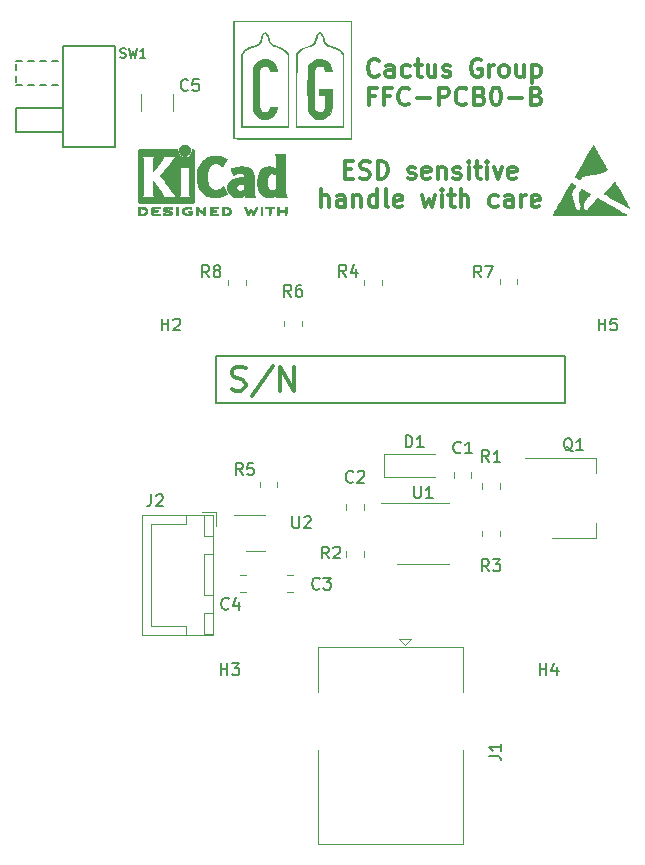
<source format=gbr>
%TF.GenerationSoftware,KiCad,Pcbnew,(6.0.0)*%
%TF.CreationDate,2022-11-21T18:04:57+01:00*%
%TF.ProjectId,fanali_coda_treno,66616e61-6c69-45f6-936f-64615f747265,rev?*%
%TF.SameCoordinates,Original*%
%TF.FileFunction,Legend,Top*%
%TF.FilePolarity,Positive*%
%FSLAX46Y46*%
G04 Gerber Fmt 4.6, Leading zero omitted, Abs format (unit mm)*
G04 Created by KiCad (PCBNEW (6.0.0)) date 2022-11-21 18:04:57*
%MOMM*%
%LPD*%
G01*
G04 APERTURE LIST*
%ADD10C,0.150000*%
%ADD11C,0.300000*%
%ADD12C,0.120000*%
%ADD13C,0.010000*%
%ADD14C,0.127000*%
G04 APERTURE END LIST*
D10*
X16000000Y-40000008D02*
X45499994Y-40000008D01*
X45499994Y-40000008D02*
X45499994Y-44000000D01*
X45499994Y-44000000D02*
X16000000Y-44000000D01*
X16000000Y-44000000D02*
X16000000Y-40000008D01*
D11*
X29747142Y-16188214D02*
X29675714Y-16259642D01*
X29461428Y-16331071D01*
X29318571Y-16331071D01*
X29104285Y-16259642D01*
X28961428Y-16116785D01*
X28890000Y-15973928D01*
X28818571Y-15688214D01*
X28818571Y-15473928D01*
X28890000Y-15188214D01*
X28961428Y-15045357D01*
X29104285Y-14902500D01*
X29318571Y-14831071D01*
X29461428Y-14831071D01*
X29675714Y-14902500D01*
X29747142Y-14973928D01*
X31032857Y-16331071D02*
X31032857Y-15545357D01*
X30961428Y-15402500D01*
X30818571Y-15331071D01*
X30532857Y-15331071D01*
X30390000Y-15402500D01*
X31032857Y-16259642D02*
X30890000Y-16331071D01*
X30532857Y-16331071D01*
X30390000Y-16259642D01*
X30318571Y-16116785D01*
X30318571Y-15973928D01*
X30390000Y-15831071D01*
X30532857Y-15759642D01*
X30890000Y-15759642D01*
X31032857Y-15688214D01*
X32390000Y-16259642D02*
X32247142Y-16331071D01*
X31961428Y-16331071D01*
X31818571Y-16259642D01*
X31747142Y-16188214D01*
X31675714Y-16045357D01*
X31675714Y-15616785D01*
X31747142Y-15473928D01*
X31818571Y-15402500D01*
X31961428Y-15331071D01*
X32247142Y-15331071D01*
X32390000Y-15402500D01*
X32818571Y-15331071D02*
X33390000Y-15331071D01*
X33032857Y-14831071D02*
X33032857Y-16116785D01*
X33104285Y-16259642D01*
X33247142Y-16331071D01*
X33390000Y-16331071D01*
X34532857Y-15331071D02*
X34532857Y-16331071D01*
X33890000Y-15331071D02*
X33890000Y-16116785D01*
X33961428Y-16259642D01*
X34104285Y-16331071D01*
X34318571Y-16331071D01*
X34461428Y-16259642D01*
X34532857Y-16188214D01*
X35175714Y-16259642D02*
X35318571Y-16331071D01*
X35604285Y-16331071D01*
X35747142Y-16259642D01*
X35818571Y-16116785D01*
X35818571Y-16045357D01*
X35747142Y-15902500D01*
X35604285Y-15831071D01*
X35390000Y-15831071D01*
X35247142Y-15759642D01*
X35175714Y-15616785D01*
X35175714Y-15545357D01*
X35247142Y-15402500D01*
X35390000Y-15331071D01*
X35604285Y-15331071D01*
X35747142Y-15402500D01*
X38390000Y-14902500D02*
X38247142Y-14831071D01*
X38032857Y-14831071D01*
X37818571Y-14902500D01*
X37675714Y-15045357D01*
X37604285Y-15188214D01*
X37532857Y-15473928D01*
X37532857Y-15688214D01*
X37604285Y-15973928D01*
X37675714Y-16116785D01*
X37818571Y-16259642D01*
X38032857Y-16331071D01*
X38175714Y-16331071D01*
X38390000Y-16259642D01*
X38461428Y-16188214D01*
X38461428Y-15688214D01*
X38175714Y-15688214D01*
X39104285Y-16331071D02*
X39104285Y-15331071D01*
X39104285Y-15616785D02*
X39175714Y-15473928D01*
X39247142Y-15402500D01*
X39390000Y-15331071D01*
X39532857Y-15331071D01*
X40247142Y-16331071D02*
X40104285Y-16259642D01*
X40032857Y-16188214D01*
X39961428Y-16045357D01*
X39961428Y-15616785D01*
X40032857Y-15473928D01*
X40104285Y-15402500D01*
X40247142Y-15331071D01*
X40461428Y-15331071D01*
X40604285Y-15402500D01*
X40675714Y-15473928D01*
X40747142Y-15616785D01*
X40747142Y-16045357D01*
X40675714Y-16188214D01*
X40604285Y-16259642D01*
X40461428Y-16331071D01*
X40247142Y-16331071D01*
X42032857Y-15331071D02*
X42032857Y-16331071D01*
X41390000Y-15331071D02*
X41390000Y-16116785D01*
X41461428Y-16259642D01*
X41604285Y-16331071D01*
X41818571Y-16331071D01*
X41961428Y-16259642D01*
X42032857Y-16188214D01*
X42747142Y-15331071D02*
X42747142Y-16831071D01*
X42747142Y-15402500D02*
X42890000Y-15331071D01*
X43175714Y-15331071D01*
X43318571Y-15402500D01*
X43390000Y-15473928D01*
X43461428Y-15616785D01*
X43461428Y-16045357D01*
X43390000Y-16188214D01*
X43318571Y-16259642D01*
X43175714Y-16331071D01*
X42890000Y-16331071D01*
X42747142Y-16259642D01*
X29390000Y-17960357D02*
X28890000Y-17960357D01*
X28890000Y-18746071D02*
X28890000Y-17246071D01*
X29604285Y-17246071D01*
X30675714Y-17960357D02*
X30175714Y-17960357D01*
X30175714Y-18746071D02*
X30175714Y-17246071D01*
X30890000Y-17246071D01*
X32318571Y-18603214D02*
X32247142Y-18674642D01*
X32032857Y-18746071D01*
X31890000Y-18746071D01*
X31675714Y-18674642D01*
X31532857Y-18531785D01*
X31461428Y-18388928D01*
X31390000Y-18103214D01*
X31390000Y-17888928D01*
X31461428Y-17603214D01*
X31532857Y-17460357D01*
X31675714Y-17317500D01*
X31890000Y-17246071D01*
X32032857Y-17246071D01*
X32247142Y-17317500D01*
X32318571Y-17388928D01*
X32961428Y-18174642D02*
X34104285Y-18174642D01*
X34818571Y-18746071D02*
X34818571Y-17246071D01*
X35390000Y-17246071D01*
X35532857Y-17317500D01*
X35604285Y-17388928D01*
X35675714Y-17531785D01*
X35675714Y-17746071D01*
X35604285Y-17888928D01*
X35532857Y-17960357D01*
X35390000Y-18031785D01*
X34818571Y-18031785D01*
X37175714Y-18603214D02*
X37104285Y-18674642D01*
X36890000Y-18746071D01*
X36747142Y-18746071D01*
X36532857Y-18674642D01*
X36390000Y-18531785D01*
X36318571Y-18388928D01*
X36247142Y-18103214D01*
X36247142Y-17888928D01*
X36318571Y-17603214D01*
X36390000Y-17460357D01*
X36532857Y-17317500D01*
X36747142Y-17246071D01*
X36890000Y-17246071D01*
X37104285Y-17317500D01*
X37175714Y-17388928D01*
X38318571Y-17960357D02*
X38532857Y-18031785D01*
X38604285Y-18103214D01*
X38675714Y-18246071D01*
X38675714Y-18460357D01*
X38604285Y-18603214D01*
X38532857Y-18674642D01*
X38390000Y-18746071D01*
X37818571Y-18746071D01*
X37818571Y-17246071D01*
X38318571Y-17246071D01*
X38461428Y-17317500D01*
X38532857Y-17388928D01*
X38604285Y-17531785D01*
X38604285Y-17674642D01*
X38532857Y-17817500D01*
X38461428Y-17888928D01*
X38318571Y-17960357D01*
X37818571Y-17960357D01*
X39604285Y-17246071D02*
X39747142Y-17246071D01*
X39890000Y-17317500D01*
X39961428Y-17388928D01*
X40032857Y-17531785D01*
X40104285Y-17817500D01*
X40104285Y-18174642D01*
X40032857Y-18460357D01*
X39961428Y-18603214D01*
X39890000Y-18674642D01*
X39747142Y-18746071D01*
X39604285Y-18746071D01*
X39461428Y-18674642D01*
X39390000Y-18603214D01*
X39318571Y-18460357D01*
X39247142Y-18174642D01*
X39247142Y-17817500D01*
X39318571Y-17531785D01*
X39390000Y-17388928D01*
X39461428Y-17317500D01*
X39604285Y-17246071D01*
X40747142Y-18174642D02*
X41890000Y-18174642D01*
X43104285Y-17960357D02*
X43318571Y-18031785D01*
X43390000Y-18103214D01*
X43461428Y-18246071D01*
X43461428Y-18460357D01*
X43390000Y-18603214D01*
X43318571Y-18674642D01*
X43175714Y-18746071D01*
X42604285Y-18746071D01*
X42604285Y-17246071D01*
X43104285Y-17246071D01*
X43247142Y-17317500D01*
X43318571Y-17388928D01*
X43390000Y-17531785D01*
X43390000Y-17674642D01*
X43318571Y-17817500D01*
X43247142Y-17888928D01*
X43104285Y-17960357D01*
X42604285Y-17960357D01*
X17333333Y-42809523D02*
X17619047Y-42904761D01*
X18095238Y-42904761D01*
X18285714Y-42809523D01*
X18380952Y-42714285D01*
X18476190Y-42523809D01*
X18476190Y-42333333D01*
X18380952Y-42142857D01*
X18285714Y-42047619D01*
X18095238Y-41952380D01*
X17714285Y-41857142D01*
X17523809Y-41761904D01*
X17428571Y-41666666D01*
X17333333Y-41476190D01*
X17333333Y-41285714D01*
X17428571Y-41095238D01*
X17523809Y-41000000D01*
X17714285Y-40904761D01*
X18190476Y-40904761D01*
X18476190Y-41000000D01*
X20761904Y-40809523D02*
X19047619Y-43380952D01*
X21428571Y-42904761D02*
X21428571Y-40904761D01*
X22571428Y-42904761D01*
X22571428Y-40904761D01*
X26860000Y-24175357D02*
X27360000Y-24175357D01*
X27574285Y-24961071D02*
X26860000Y-24961071D01*
X26860000Y-23461071D01*
X27574285Y-23461071D01*
X28145714Y-24889642D02*
X28360000Y-24961071D01*
X28717142Y-24961071D01*
X28860000Y-24889642D01*
X28931428Y-24818214D01*
X29002857Y-24675357D01*
X29002857Y-24532500D01*
X28931428Y-24389642D01*
X28860000Y-24318214D01*
X28717142Y-24246785D01*
X28431428Y-24175357D01*
X28288571Y-24103928D01*
X28217142Y-24032500D01*
X28145714Y-23889642D01*
X28145714Y-23746785D01*
X28217142Y-23603928D01*
X28288571Y-23532500D01*
X28431428Y-23461071D01*
X28788571Y-23461071D01*
X29002857Y-23532500D01*
X29645714Y-24961071D02*
X29645714Y-23461071D01*
X30002857Y-23461071D01*
X30217142Y-23532500D01*
X30360000Y-23675357D01*
X30431428Y-23818214D01*
X30502857Y-24103928D01*
X30502857Y-24318214D01*
X30431428Y-24603928D01*
X30360000Y-24746785D01*
X30217142Y-24889642D01*
X30002857Y-24961071D01*
X29645714Y-24961071D01*
X32217142Y-24889642D02*
X32360000Y-24961071D01*
X32645714Y-24961071D01*
X32788571Y-24889642D01*
X32860000Y-24746785D01*
X32860000Y-24675357D01*
X32788571Y-24532500D01*
X32645714Y-24461071D01*
X32431428Y-24461071D01*
X32288571Y-24389642D01*
X32217142Y-24246785D01*
X32217142Y-24175357D01*
X32288571Y-24032500D01*
X32431428Y-23961071D01*
X32645714Y-23961071D01*
X32788571Y-24032500D01*
X34074285Y-24889642D02*
X33931428Y-24961071D01*
X33645714Y-24961071D01*
X33502857Y-24889642D01*
X33431428Y-24746785D01*
X33431428Y-24175357D01*
X33502857Y-24032500D01*
X33645714Y-23961071D01*
X33931428Y-23961071D01*
X34074285Y-24032500D01*
X34145714Y-24175357D01*
X34145714Y-24318214D01*
X33431428Y-24461071D01*
X34788571Y-23961071D02*
X34788571Y-24961071D01*
X34788571Y-24103928D02*
X34860000Y-24032500D01*
X35002857Y-23961071D01*
X35217142Y-23961071D01*
X35360000Y-24032500D01*
X35431428Y-24175357D01*
X35431428Y-24961071D01*
X36074285Y-24889642D02*
X36217142Y-24961071D01*
X36502857Y-24961071D01*
X36645714Y-24889642D01*
X36717142Y-24746785D01*
X36717142Y-24675357D01*
X36645714Y-24532500D01*
X36502857Y-24461071D01*
X36288571Y-24461071D01*
X36145714Y-24389642D01*
X36074285Y-24246785D01*
X36074285Y-24175357D01*
X36145714Y-24032500D01*
X36288571Y-23961071D01*
X36502857Y-23961071D01*
X36645714Y-24032500D01*
X37360000Y-24961071D02*
X37360000Y-23961071D01*
X37360000Y-23461071D02*
X37288571Y-23532500D01*
X37360000Y-23603928D01*
X37431428Y-23532500D01*
X37360000Y-23461071D01*
X37360000Y-23603928D01*
X37860000Y-23961071D02*
X38431428Y-23961071D01*
X38074285Y-23461071D02*
X38074285Y-24746785D01*
X38145714Y-24889642D01*
X38288571Y-24961071D01*
X38431428Y-24961071D01*
X38931428Y-24961071D02*
X38931428Y-23961071D01*
X38931428Y-23461071D02*
X38860000Y-23532500D01*
X38931428Y-23603928D01*
X39002857Y-23532500D01*
X38931428Y-23461071D01*
X38931428Y-23603928D01*
X39502857Y-23961071D02*
X39860000Y-24961071D01*
X40217142Y-23961071D01*
X41360000Y-24889642D02*
X41217142Y-24961071D01*
X40931428Y-24961071D01*
X40788571Y-24889642D01*
X40717142Y-24746785D01*
X40717142Y-24175357D01*
X40788571Y-24032500D01*
X40931428Y-23961071D01*
X41217142Y-23961071D01*
X41360000Y-24032500D01*
X41431428Y-24175357D01*
X41431428Y-24318214D01*
X40717142Y-24461071D01*
X24895714Y-27376071D02*
X24895714Y-25876071D01*
X25538571Y-27376071D02*
X25538571Y-26590357D01*
X25467142Y-26447500D01*
X25324285Y-26376071D01*
X25110000Y-26376071D01*
X24967142Y-26447500D01*
X24895714Y-26518928D01*
X26895714Y-27376071D02*
X26895714Y-26590357D01*
X26824285Y-26447500D01*
X26681428Y-26376071D01*
X26395714Y-26376071D01*
X26252857Y-26447500D01*
X26895714Y-27304642D02*
X26752857Y-27376071D01*
X26395714Y-27376071D01*
X26252857Y-27304642D01*
X26181428Y-27161785D01*
X26181428Y-27018928D01*
X26252857Y-26876071D01*
X26395714Y-26804642D01*
X26752857Y-26804642D01*
X26895714Y-26733214D01*
X27610000Y-26376071D02*
X27610000Y-27376071D01*
X27610000Y-26518928D02*
X27681428Y-26447500D01*
X27824285Y-26376071D01*
X28038571Y-26376071D01*
X28181428Y-26447500D01*
X28252857Y-26590357D01*
X28252857Y-27376071D01*
X29610000Y-27376071D02*
X29610000Y-25876071D01*
X29610000Y-27304642D02*
X29467142Y-27376071D01*
X29181428Y-27376071D01*
X29038571Y-27304642D01*
X28967142Y-27233214D01*
X28895714Y-27090357D01*
X28895714Y-26661785D01*
X28967142Y-26518928D01*
X29038571Y-26447500D01*
X29181428Y-26376071D01*
X29467142Y-26376071D01*
X29610000Y-26447500D01*
X30538571Y-27376071D02*
X30395714Y-27304642D01*
X30324285Y-27161785D01*
X30324285Y-25876071D01*
X31681428Y-27304642D02*
X31538571Y-27376071D01*
X31252857Y-27376071D01*
X31110000Y-27304642D01*
X31038571Y-27161785D01*
X31038571Y-26590357D01*
X31110000Y-26447500D01*
X31252857Y-26376071D01*
X31538571Y-26376071D01*
X31681428Y-26447500D01*
X31752857Y-26590357D01*
X31752857Y-26733214D01*
X31038571Y-26876071D01*
X33395714Y-26376071D02*
X33681428Y-27376071D01*
X33967142Y-26661785D01*
X34252857Y-27376071D01*
X34538571Y-26376071D01*
X35110000Y-27376071D02*
X35110000Y-26376071D01*
X35110000Y-25876071D02*
X35038571Y-25947500D01*
X35110000Y-26018928D01*
X35181428Y-25947500D01*
X35110000Y-25876071D01*
X35110000Y-26018928D01*
X35610000Y-26376071D02*
X36181428Y-26376071D01*
X35824285Y-25876071D02*
X35824285Y-27161785D01*
X35895714Y-27304642D01*
X36038571Y-27376071D01*
X36181428Y-27376071D01*
X36681428Y-27376071D02*
X36681428Y-25876071D01*
X37324285Y-27376071D02*
X37324285Y-26590357D01*
X37252857Y-26447500D01*
X37110000Y-26376071D01*
X36895714Y-26376071D01*
X36752857Y-26447500D01*
X36681428Y-26518928D01*
X39824285Y-27304642D02*
X39681428Y-27376071D01*
X39395714Y-27376071D01*
X39252857Y-27304642D01*
X39181428Y-27233214D01*
X39110000Y-27090357D01*
X39110000Y-26661785D01*
X39181428Y-26518928D01*
X39252857Y-26447500D01*
X39395714Y-26376071D01*
X39681428Y-26376071D01*
X39824285Y-26447500D01*
X41110000Y-27376071D02*
X41110000Y-26590357D01*
X41038571Y-26447500D01*
X40895714Y-26376071D01*
X40610000Y-26376071D01*
X40467142Y-26447500D01*
X41110000Y-27304642D02*
X40967142Y-27376071D01*
X40610000Y-27376071D01*
X40467142Y-27304642D01*
X40395714Y-27161785D01*
X40395714Y-27018928D01*
X40467142Y-26876071D01*
X40610000Y-26804642D01*
X40967142Y-26804642D01*
X41110000Y-26733214D01*
X41824285Y-27376071D02*
X41824285Y-26376071D01*
X41824285Y-26661785D02*
X41895714Y-26518928D01*
X41967142Y-26447500D01*
X42110000Y-26376071D01*
X42252857Y-26376071D01*
X43324285Y-27304642D02*
X43181428Y-27376071D01*
X42895714Y-27376071D01*
X42752857Y-27304642D01*
X42681428Y-27161785D01*
X42681428Y-26590357D01*
X42752857Y-26447500D01*
X42895714Y-26376071D01*
X43181428Y-26376071D01*
X43324285Y-26447500D01*
X43395714Y-26590357D01*
X43395714Y-26733214D01*
X42681428Y-26876071D01*
D10*
%TO.C,J1*%
X39102380Y-73833333D02*
X39816666Y-73833333D01*
X39959523Y-73880952D01*
X40054761Y-73976190D01*
X40102380Y-74119047D01*
X40102380Y-74214285D01*
X40102380Y-72833333D02*
X40102380Y-73404761D01*
X40102380Y-73119047D02*
X39102380Y-73119047D01*
X39245238Y-73214285D01*
X39340476Y-73309523D01*
X39388095Y-73404761D01*
%TO.C,R4*%
X26993333Y-33262380D02*
X26660000Y-32786190D01*
X26421904Y-33262380D02*
X26421904Y-32262380D01*
X26802857Y-32262380D01*
X26898095Y-32310000D01*
X26945714Y-32357619D01*
X26993333Y-32452857D01*
X26993333Y-32595714D01*
X26945714Y-32690952D01*
X26898095Y-32738571D01*
X26802857Y-32786190D01*
X26421904Y-32786190D01*
X27850476Y-32595714D02*
X27850476Y-33262380D01*
X27612380Y-32214761D02*
X27374285Y-32929047D01*
X27993333Y-32929047D01*
%TO.C,C2*%
X27583333Y-50607142D02*
X27535714Y-50654761D01*
X27392857Y-50702380D01*
X27297619Y-50702380D01*
X27154761Y-50654761D01*
X27059523Y-50559523D01*
X27011904Y-50464285D01*
X26964285Y-50273809D01*
X26964285Y-50130952D01*
X27011904Y-49940476D01*
X27059523Y-49845238D01*
X27154761Y-49750000D01*
X27297619Y-49702380D01*
X27392857Y-49702380D01*
X27535714Y-49750000D01*
X27583333Y-49797619D01*
X27964285Y-49797619D02*
X28011904Y-49750000D01*
X28107142Y-49702380D01*
X28345238Y-49702380D01*
X28440476Y-49750000D01*
X28488095Y-49797619D01*
X28535714Y-49892857D01*
X28535714Y-49988095D01*
X28488095Y-50130952D01*
X27916666Y-50702380D01*
X28535714Y-50702380D01*
%TO.C,H5*%
X48358095Y-37812380D02*
X48358095Y-36812380D01*
X48358095Y-37288571D02*
X48929523Y-37288571D01*
X48929523Y-37812380D02*
X48929523Y-36812380D01*
X49881904Y-36812380D02*
X49405714Y-36812380D01*
X49358095Y-37288571D01*
X49405714Y-37240952D01*
X49500952Y-37193333D01*
X49739047Y-37193333D01*
X49834285Y-37240952D01*
X49881904Y-37288571D01*
X49929523Y-37383809D01*
X49929523Y-37621904D01*
X49881904Y-37717142D01*
X49834285Y-37764761D01*
X49739047Y-37812380D01*
X49500952Y-37812380D01*
X49405714Y-37764761D01*
X49358095Y-37717142D01*
%TO.C,C5*%
X13583333Y-17447142D02*
X13535714Y-17494761D01*
X13392857Y-17542380D01*
X13297619Y-17542380D01*
X13154761Y-17494761D01*
X13059523Y-17399523D01*
X13011904Y-17304285D01*
X12964285Y-17113809D01*
X12964285Y-16970952D01*
X13011904Y-16780476D01*
X13059523Y-16685238D01*
X13154761Y-16590000D01*
X13297619Y-16542380D01*
X13392857Y-16542380D01*
X13535714Y-16590000D01*
X13583333Y-16637619D01*
X14488095Y-16542380D02*
X14011904Y-16542380D01*
X13964285Y-17018571D01*
X14011904Y-16970952D01*
X14107142Y-16923333D01*
X14345238Y-16923333D01*
X14440476Y-16970952D01*
X14488095Y-17018571D01*
X14535714Y-17113809D01*
X14535714Y-17351904D01*
X14488095Y-17447142D01*
X14440476Y-17494761D01*
X14345238Y-17542380D01*
X14107142Y-17542380D01*
X14011904Y-17494761D01*
X13964285Y-17447142D01*
%TO.C,H2*%
X11358095Y-37812380D02*
X11358095Y-36812380D01*
X11358095Y-37288571D02*
X11929523Y-37288571D01*
X11929523Y-37812380D02*
X11929523Y-36812380D01*
X12358095Y-36907619D02*
X12405714Y-36860000D01*
X12500952Y-36812380D01*
X12739047Y-36812380D01*
X12834285Y-36860000D01*
X12881904Y-36907619D01*
X12929523Y-37002857D01*
X12929523Y-37098095D01*
X12881904Y-37240952D01*
X12310476Y-37812380D01*
X12929523Y-37812380D01*
%TO.C,C4*%
X17033333Y-61357142D02*
X16985714Y-61404761D01*
X16842857Y-61452380D01*
X16747619Y-61452380D01*
X16604761Y-61404761D01*
X16509523Y-61309523D01*
X16461904Y-61214285D01*
X16414285Y-61023809D01*
X16414285Y-60880952D01*
X16461904Y-60690476D01*
X16509523Y-60595238D01*
X16604761Y-60500000D01*
X16747619Y-60452380D01*
X16842857Y-60452380D01*
X16985714Y-60500000D01*
X17033333Y-60547619D01*
X17890476Y-60785714D02*
X17890476Y-61452380D01*
X17652380Y-60404761D02*
X17414285Y-61119047D01*
X18033333Y-61119047D01*
%TO.C,R7*%
X38423333Y-33332380D02*
X38090000Y-32856190D01*
X37851904Y-33332380D02*
X37851904Y-32332380D01*
X38232857Y-32332380D01*
X38328095Y-32380000D01*
X38375714Y-32427619D01*
X38423333Y-32522857D01*
X38423333Y-32665714D01*
X38375714Y-32760952D01*
X38328095Y-32808571D01*
X38232857Y-32856190D01*
X37851904Y-32856190D01*
X38756666Y-32332380D02*
X39423333Y-32332380D01*
X38994761Y-33332380D01*
%TO.C,C3*%
X24733333Y-59657142D02*
X24685714Y-59704761D01*
X24542857Y-59752380D01*
X24447619Y-59752380D01*
X24304761Y-59704761D01*
X24209523Y-59609523D01*
X24161904Y-59514285D01*
X24114285Y-59323809D01*
X24114285Y-59180952D01*
X24161904Y-58990476D01*
X24209523Y-58895238D01*
X24304761Y-58800000D01*
X24447619Y-58752380D01*
X24542857Y-58752380D01*
X24685714Y-58800000D01*
X24733333Y-58847619D01*
X25066666Y-58752380D02*
X25685714Y-58752380D01*
X25352380Y-59133333D01*
X25495238Y-59133333D01*
X25590476Y-59180952D01*
X25638095Y-59228571D01*
X25685714Y-59323809D01*
X25685714Y-59561904D01*
X25638095Y-59657142D01*
X25590476Y-59704761D01*
X25495238Y-59752380D01*
X25209523Y-59752380D01*
X25114285Y-59704761D01*
X25066666Y-59657142D01*
%TO.C,R2*%
X25523333Y-57122380D02*
X25190000Y-56646190D01*
X24951904Y-57122380D02*
X24951904Y-56122380D01*
X25332857Y-56122380D01*
X25428095Y-56170000D01*
X25475714Y-56217619D01*
X25523333Y-56312857D01*
X25523333Y-56455714D01*
X25475714Y-56550952D01*
X25428095Y-56598571D01*
X25332857Y-56646190D01*
X24951904Y-56646190D01*
X25904285Y-56217619D02*
X25951904Y-56170000D01*
X26047142Y-56122380D01*
X26285238Y-56122380D01*
X26380476Y-56170000D01*
X26428095Y-56217619D01*
X26475714Y-56312857D01*
X26475714Y-56408095D01*
X26428095Y-56550952D01*
X25856666Y-57122380D01*
X26475714Y-57122380D01*
%TO.C,U1*%
X32738095Y-51002380D02*
X32738095Y-51811904D01*
X32785714Y-51907142D01*
X32833333Y-51954761D01*
X32928571Y-52002380D01*
X33119047Y-52002380D01*
X33214285Y-51954761D01*
X33261904Y-51907142D01*
X33309523Y-51811904D01*
X33309523Y-51002380D01*
X34309523Y-52002380D02*
X33738095Y-52002380D01*
X34023809Y-52002380D02*
X34023809Y-51002380D01*
X33928571Y-51145238D01*
X33833333Y-51240476D01*
X33738095Y-51288095D01*
%TO.C,Q1*%
X46154761Y-48047619D02*
X46059523Y-48000000D01*
X45964285Y-47904761D01*
X45821428Y-47761904D01*
X45726190Y-47714285D01*
X45630952Y-47714285D01*
X45678571Y-47952380D02*
X45583333Y-47904761D01*
X45488095Y-47809523D01*
X45440476Y-47619047D01*
X45440476Y-47285714D01*
X45488095Y-47095238D01*
X45583333Y-47000000D01*
X45678571Y-46952380D01*
X45869047Y-46952380D01*
X45964285Y-47000000D01*
X46059523Y-47095238D01*
X46107142Y-47285714D01*
X46107142Y-47619047D01*
X46059523Y-47809523D01*
X45964285Y-47904761D01*
X45869047Y-47952380D01*
X45678571Y-47952380D01*
X47059523Y-47952380D02*
X46488095Y-47952380D01*
X46773809Y-47952380D02*
X46773809Y-46952380D01*
X46678571Y-47095238D01*
X46583333Y-47190476D01*
X46488095Y-47238095D01*
%TO.C,R3*%
X39083333Y-58202380D02*
X38750000Y-57726190D01*
X38511904Y-58202380D02*
X38511904Y-57202380D01*
X38892857Y-57202380D01*
X38988095Y-57250000D01*
X39035714Y-57297619D01*
X39083333Y-57392857D01*
X39083333Y-57535714D01*
X39035714Y-57630952D01*
X38988095Y-57678571D01*
X38892857Y-57726190D01*
X38511904Y-57726190D01*
X39416666Y-57202380D02*
X40035714Y-57202380D01*
X39702380Y-57583333D01*
X39845238Y-57583333D01*
X39940476Y-57630952D01*
X39988095Y-57678571D01*
X40035714Y-57773809D01*
X40035714Y-58011904D01*
X39988095Y-58107142D01*
X39940476Y-58154761D01*
X39845238Y-58202380D01*
X39559523Y-58202380D01*
X39464285Y-58154761D01*
X39416666Y-58107142D01*
%TO.C,H3*%
X16368095Y-67002380D02*
X16368095Y-66002380D01*
X16368095Y-66478571D02*
X16939523Y-66478571D01*
X16939523Y-67002380D02*
X16939523Y-66002380D01*
X17320476Y-66002380D02*
X17939523Y-66002380D01*
X17606190Y-66383333D01*
X17749047Y-66383333D01*
X17844285Y-66430952D01*
X17891904Y-66478571D01*
X17939523Y-66573809D01*
X17939523Y-66811904D01*
X17891904Y-66907142D01*
X17844285Y-66954761D01*
X17749047Y-67002380D01*
X17463333Y-67002380D01*
X17368095Y-66954761D01*
X17320476Y-66907142D01*
%TO.C,D1*%
X32027904Y-47702380D02*
X32027904Y-46702380D01*
X32266000Y-46702380D01*
X32408857Y-46750000D01*
X32504095Y-46845238D01*
X32551714Y-46940476D01*
X32599333Y-47130952D01*
X32599333Y-47273809D01*
X32551714Y-47464285D01*
X32504095Y-47559523D01*
X32408857Y-47654761D01*
X32266000Y-47702380D01*
X32027904Y-47702380D01*
X33551714Y-47702380D02*
X32980285Y-47702380D01*
X33266000Y-47702380D02*
X33266000Y-46702380D01*
X33170761Y-46845238D01*
X33075523Y-46940476D01*
X32980285Y-46988095D01*
%TO.C,U2*%
X22438095Y-53552380D02*
X22438095Y-54361904D01*
X22485714Y-54457142D01*
X22533333Y-54504761D01*
X22628571Y-54552380D01*
X22819047Y-54552380D01*
X22914285Y-54504761D01*
X22961904Y-54457142D01*
X23009523Y-54361904D01*
X23009523Y-53552380D01*
X23438095Y-53647619D02*
X23485714Y-53600000D01*
X23580952Y-53552380D01*
X23819047Y-53552380D01*
X23914285Y-53600000D01*
X23961904Y-53647619D01*
X24009523Y-53742857D01*
X24009523Y-53838095D01*
X23961904Y-53980952D01*
X23390476Y-54552380D01*
X24009523Y-54552380D01*
%TO.C,H4*%
X43368095Y-67002380D02*
X43368095Y-66002380D01*
X43368095Y-66478571D02*
X43939523Y-66478571D01*
X43939523Y-67002380D02*
X43939523Y-66002380D01*
X44844285Y-66335714D02*
X44844285Y-67002380D01*
X44606190Y-65954761D02*
X44368095Y-66669047D01*
X44987142Y-66669047D01*
%TO.C,C1*%
X36693333Y-48131142D02*
X36645714Y-48178761D01*
X36502857Y-48226380D01*
X36407619Y-48226380D01*
X36264761Y-48178761D01*
X36169523Y-48083523D01*
X36121904Y-47988285D01*
X36074285Y-47797809D01*
X36074285Y-47654952D01*
X36121904Y-47464476D01*
X36169523Y-47369238D01*
X36264761Y-47274000D01*
X36407619Y-47226380D01*
X36502857Y-47226380D01*
X36645714Y-47274000D01*
X36693333Y-47321619D01*
X37645714Y-48226380D02*
X37074285Y-48226380D01*
X37360000Y-48226380D02*
X37360000Y-47226380D01*
X37264761Y-47369238D01*
X37169523Y-47464476D01*
X37074285Y-47512095D01*
%TO.C,R8*%
X15393333Y-33302380D02*
X15060000Y-32826190D01*
X14821904Y-33302380D02*
X14821904Y-32302380D01*
X15202857Y-32302380D01*
X15298095Y-32350000D01*
X15345714Y-32397619D01*
X15393333Y-32492857D01*
X15393333Y-32635714D01*
X15345714Y-32730952D01*
X15298095Y-32778571D01*
X15202857Y-32826190D01*
X14821904Y-32826190D01*
X15964761Y-32730952D02*
X15869523Y-32683333D01*
X15821904Y-32635714D01*
X15774285Y-32540476D01*
X15774285Y-32492857D01*
X15821904Y-32397619D01*
X15869523Y-32350000D01*
X15964761Y-32302380D01*
X16155238Y-32302380D01*
X16250476Y-32350000D01*
X16298095Y-32397619D01*
X16345714Y-32492857D01*
X16345714Y-32540476D01*
X16298095Y-32635714D01*
X16250476Y-32683333D01*
X16155238Y-32730952D01*
X15964761Y-32730952D01*
X15869523Y-32778571D01*
X15821904Y-32826190D01*
X15774285Y-32921428D01*
X15774285Y-33111904D01*
X15821904Y-33207142D01*
X15869523Y-33254761D01*
X15964761Y-33302380D01*
X16155238Y-33302380D01*
X16250476Y-33254761D01*
X16298095Y-33207142D01*
X16345714Y-33111904D01*
X16345714Y-32921428D01*
X16298095Y-32826190D01*
X16250476Y-32778571D01*
X16155238Y-32730952D01*
%TO.C,R5*%
X18233333Y-50052380D02*
X17900000Y-49576190D01*
X17661904Y-50052380D02*
X17661904Y-49052380D01*
X18042857Y-49052380D01*
X18138095Y-49100000D01*
X18185714Y-49147619D01*
X18233333Y-49242857D01*
X18233333Y-49385714D01*
X18185714Y-49480952D01*
X18138095Y-49528571D01*
X18042857Y-49576190D01*
X17661904Y-49576190D01*
X19138095Y-49052380D02*
X18661904Y-49052380D01*
X18614285Y-49528571D01*
X18661904Y-49480952D01*
X18757142Y-49433333D01*
X18995238Y-49433333D01*
X19090476Y-49480952D01*
X19138095Y-49528571D01*
X19185714Y-49623809D01*
X19185714Y-49861904D01*
X19138095Y-49957142D01*
X19090476Y-50004761D01*
X18995238Y-50052380D01*
X18757142Y-50052380D01*
X18661904Y-50004761D01*
X18614285Y-49957142D01*
%TO.C,R1*%
X39083333Y-48952380D02*
X38750000Y-48476190D01*
X38511904Y-48952380D02*
X38511904Y-47952380D01*
X38892857Y-47952380D01*
X38988095Y-48000000D01*
X39035714Y-48047619D01*
X39083333Y-48142857D01*
X39083333Y-48285714D01*
X39035714Y-48380952D01*
X38988095Y-48428571D01*
X38892857Y-48476190D01*
X38511904Y-48476190D01*
X40035714Y-48952380D02*
X39464285Y-48952380D01*
X39750000Y-48952380D02*
X39750000Y-47952380D01*
X39654761Y-48095238D01*
X39559523Y-48190476D01*
X39464285Y-48238095D01*
%TO.C,J2*%
X10466666Y-51702380D02*
X10466666Y-52416666D01*
X10419047Y-52559523D01*
X10323809Y-52654761D01*
X10180952Y-52702380D01*
X10085714Y-52702380D01*
X10895238Y-51797619D02*
X10942857Y-51750000D01*
X11038095Y-51702380D01*
X11276190Y-51702380D01*
X11371428Y-51750000D01*
X11419047Y-51797619D01*
X11466666Y-51892857D01*
X11466666Y-51988095D01*
X11419047Y-52130952D01*
X10847619Y-52702380D01*
X11466666Y-52702380D01*
%TO.C,R6*%
X22333333Y-34952380D02*
X22000000Y-34476190D01*
X21761904Y-34952380D02*
X21761904Y-33952380D01*
X22142857Y-33952380D01*
X22238095Y-34000000D01*
X22285714Y-34047619D01*
X22333333Y-34142857D01*
X22333333Y-34285714D01*
X22285714Y-34380952D01*
X22238095Y-34428571D01*
X22142857Y-34476190D01*
X21761904Y-34476190D01*
X23190476Y-33952380D02*
X23000000Y-33952380D01*
X22904761Y-34000000D01*
X22857142Y-34047619D01*
X22761904Y-34190476D01*
X22714285Y-34380952D01*
X22714285Y-34761904D01*
X22761904Y-34857142D01*
X22809523Y-34904761D01*
X22904761Y-34952380D01*
X23095238Y-34952380D01*
X23190476Y-34904761D01*
X23238095Y-34857142D01*
X23285714Y-34761904D01*
X23285714Y-34523809D01*
X23238095Y-34428571D01*
X23190476Y-34380952D01*
X23095238Y-34333333D01*
X22904761Y-34333333D01*
X22809523Y-34380952D01*
X22761904Y-34428571D01*
X22714285Y-34523809D01*
%TO.C,SW1*%
X7880130Y-14688710D02*
X7992616Y-14726205D01*
X8180093Y-14726205D01*
X8255084Y-14688710D01*
X8292579Y-14651215D01*
X8330074Y-14576224D01*
X8330074Y-14501233D01*
X8292579Y-14426243D01*
X8255084Y-14388747D01*
X8180093Y-14351252D01*
X8030112Y-14313757D01*
X7955121Y-14276261D01*
X7917626Y-14238766D01*
X7880130Y-14163775D01*
X7880130Y-14088785D01*
X7917626Y-14013794D01*
X7955121Y-13976299D01*
X8030112Y-13938803D01*
X8217588Y-13938803D01*
X8330074Y-13976299D01*
X8592542Y-13938803D02*
X8780018Y-14726205D01*
X8930000Y-14163775D01*
X9079981Y-14726205D01*
X9267458Y-13938803D01*
X9979869Y-14726205D02*
X9529925Y-14726205D01*
X9754897Y-14726205D02*
X9754897Y-13938803D01*
X9679906Y-14051289D01*
X9604916Y-14126280D01*
X9529925Y-14163775D01*
D12*
%TO.C,J1*%
X36860000Y-64650000D02*
X36860000Y-68400000D01*
X31500000Y-63950000D02*
X32000000Y-64450000D01*
X24640000Y-64650000D02*
X24640000Y-68400000D01*
X32500000Y-63950000D02*
X31500000Y-63950000D01*
X24640000Y-81270000D02*
X24640000Y-73300000D01*
X24640000Y-64650000D02*
X36860000Y-64650000D01*
X36860000Y-81270000D02*
X36860000Y-73300000D01*
X32000000Y-64450000D02*
X32500000Y-63950000D01*
X24640000Y-81270000D02*
X36860000Y-81270000D01*
D13*
%TO.C,H8*%
X24891566Y-14834414D02*
X25090684Y-14882258D01*
X25090684Y-14882258D02*
X25225786Y-14939913D01*
X25225786Y-14939913D02*
X25318431Y-15000911D01*
X25318431Y-15000911D02*
X25420259Y-15089767D01*
X25420259Y-15089767D02*
X25519268Y-15193911D01*
X25519268Y-15193911D02*
X25603456Y-15300774D01*
X25603456Y-15300774D02*
X25658742Y-15393298D01*
X25658742Y-15393298D02*
X25692319Y-15477674D01*
X25692319Y-15477674D02*
X25722254Y-15575898D01*
X25722254Y-15575898D02*
X25745693Y-15675140D01*
X25745693Y-15675140D02*
X25759783Y-15762571D01*
X25759783Y-15762571D02*
X25761669Y-15825362D01*
X25761669Y-15825362D02*
X25758310Y-15840855D01*
X25758310Y-15840855D02*
X25731454Y-15854975D01*
X25731454Y-15854975D02*
X25670527Y-15865394D01*
X25670527Y-15865394D02*
X25586625Y-15872047D01*
X25586625Y-15872047D02*
X25490847Y-15874871D01*
X25490847Y-15874871D02*
X25394290Y-15873801D01*
X25394290Y-15873801D02*
X25308051Y-15868775D01*
X25308051Y-15868775D02*
X25243229Y-15859727D01*
X25243229Y-15859727D02*
X25210921Y-15846594D01*
X25210921Y-15846594D02*
X25209481Y-15844017D01*
X25209481Y-15844017D02*
X25199959Y-15803455D01*
X25199959Y-15803455D02*
X25188361Y-15741615D01*
X25188361Y-15741615D02*
X25186828Y-15732501D01*
X25186828Y-15732501D02*
X25150285Y-15634860D01*
X25150285Y-15634860D02*
X25079607Y-15540815D01*
X25079607Y-15540815D02*
X24985677Y-15461476D01*
X24985677Y-15461476D02*
X24879377Y-15407953D01*
X24879377Y-15407953D02*
X24864249Y-15403188D01*
X24864249Y-15403188D02*
X24786666Y-15383339D01*
X24786666Y-15383339D02*
X24727845Y-15379035D01*
X24727845Y-15379035D02*
X24663634Y-15390277D01*
X24663634Y-15390277D02*
X24616920Y-15403188D01*
X24616920Y-15403188D02*
X24525079Y-15438806D01*
X24525079Y-15438806D02*
X24450585Y-15492480D01*
X24450585Y-15492480D02*
X24400667Y-15544325D01*
X24400667Y-15544325D02*
X24348020Y-15613424D01*
X24348020Y-15613424D02*
X24308952Y-15681787D01*
X24308952Y-15681787D02*
X24295169Y-15721090D01*
X24295169Y-15721090D02*
X24293129Y-15755340D01*
X24293129Y-15755340D02*
X24291372Y-15831409D01*
X24291372Y-15831409D02*
X24289911Y-15945474D01*
X24289911Y-15945474D02*
X24288761Y-16093713D01*
X24288761Y-16093713D02*
X24287935Y-16272302D01*
X24287935Y-16272302D02*
X24287448Y-16477421D01*
X24287448Y-16477421D02*
X24287313Y-16705245D01*
X24287313Y-16705245D02*
X24287544Y-16951951D01*
X24287544Y-16951951D02*
X24288156Y-17213719D01*
X24288156Y-17213719D02*
X24288915Y-17428136D01*
X24288915Y-17428136D02*
X24295571Y-19063604D01*
X24295571Y-19063604D02*
X24364035Y-19160819D01*
X24364035Y-19160819D02*
X24460854Y-19264454D01*
X24460854Y-19264454D02*
X24573090Y-19330010D01*
X24573090Y-19330010D02*
X24693796Y-19359194D01*
X24693796Y-19359194D02*
X24816025Y-19353717D01*
X24816025Y-19353717D02*
X24932830Y-19315286D01*
X24932830Y-19315286D02*
X25037265Y-19245610D01*
X25037265Y-19245610D02*
X25122381Y-19146397D01*
X25122381Y-19146397D02*
X25181233Y-19019356D01*
X25181233Y-19019356D02*
X25196847Y-18955996D01*
X25196847Y-18955996D02*
X25203980Y-18894833D01*
X25203980Y-18894833D02*
X25210212Y-18797419D01*
X25210212Y-18797419D02*
X25215174Y-18673140D01*
X25215174Y-18673140D02*
X25218500Y-18531385D01*
X25218500Y-18531385D02*
X25219822Y-18381541D01*
X25219822Y-18381541D02*
X25219830Y-18369122D01*
X25219830Y-18369122D02*
X25219830Y-17905174D01*
X25219830Y-17905174D02*
X24729174Y-17892220D01*
X24729174Y-17892220D02*
X24729174Y-17344511D01*
X24729174Y-17344511D02*
X25756128Y-17344511D01*
X25756128Y-17344511D02*
X25762653Y-18131842D01*
X25762653Y-18131842D02*
X25763764Y-18364481D01*
X25763764Y-18364481D02*
X25763110Y-18572131D01*
X25763110Y-18572131D02*
X25760770Y-18750629D01*
X25760770Y-18750629D02*
X25756823Y-18895809D01*
X25756823Y-18895809D02*
X25751350Y-19003506D01*
X25751350Y-19003506D02*
X25744776Y-19067512D01*
X25744776Y-19067512D02*
X25689064Y-19270604D01*
X25689064Y-19270604D02*
X25594275Y-19455167D01*
X25594275Y-19455167D02*
X25464978Y-19616017D01*
X25464978Y-19616017D02*
X25305744Y-19747974D01*
X25305744Y-19747974D02*
X25121140Y-19845856D01*
X25121140Y-19845856D02*
X25030360Y-19877599D01*
X25030360Y-19877599D02*
X24920910Y-19898805D01*
X24920910Y-19898805D02*
X24786620Y-19908480D01*
X24786620Y-19908480D02*
X24645979Y-19906661D01*
X24645979Y-19906661D02*
X24517479Y-19893388D01*
X24517479Y-19893388D02*
X24441630Y-19876383D01*
X24441630Y-19876383D02*
X24250062Y-19794292D01*
X24250062Y-19794292D02*
X24080929Y-19675671D01*
X24080929Y-19675671D02*
X23939096Y-19526116D01*
X23939096Y-19526116D02*
X23829430Y-19351224D01*
X23829430Y-19351224D02*
X23756794Y-19156589D01*
X23756794Y-19156589D02*
X23737970Y-19067069D01*
X23737970Y-19067069D02*
X23733233Y-19014279D01*
X23733233Y-19014279D02*
X23729006Y-18920611D01*
X23729006Y-18920611D02*
X23725290Y-18790819D01*
X23725290Y-18790819D02*
X23722087Y-18629655D01*
X23722087Y-18629655D02*
X23719397Y-18441872D01*
X23719397Y-18441872D02*
X23717222Y-18232222D01*
X23717222Y-18232222D02*
X23715562Y-18005458D01*
X23715562Y-18005458D02*
X23714418Y-17766334D01*
X23714418Y-17766334D02*
X23713792Y-17519601D01*
X23713792Y-17519601D02*
X23713685Y-17270012D01*
X23713685Y-17270012D02*
X23714097Y-17022320D01*
X23714097Y-17022320D02*
X23715030Y-16781278D01*
X23715030Y-16781278D02*
X23716484Y-16551638D01*
X23716484Y-16551638D02*
X23718461Y-16338153D01*
X23718461Y-16338153D02*
X23720962Y-16145576D01*
X23720962Y-16145576D02*
X23723988Y-15978659D01*
X23723988Y-15978659D02*
X23727539Y-15842155D01*
X23727539Y-15842155D02*
X23731617Y-15740817D01*
X23731617Y-15740817D02*
X23736224Y-15679398D01*
X23736224Y-15679398D02*
X23737227Y-15672208D01*
X23737227Y-15672208D02*
X23791072Y-15472337D01*
X23791072Y-15472337D02*
X23881004Y-15294611D01*
X23881004Y-15294611D02*
X24001899Y-15141551D01*
X24001899Y-15141551D02*
X24148636Y-15015675D01*
X24148636Y-15015675D02*
X24316093Y-14919504D01*
X24316093Y-14919504D02*
X24499148Y-14855557D01*
X24499148Y-14855557D02*
X24692680Y-14826354D01*
X24692680Y-14826354D02*
X24891566Y-14834414D01*
X24891566Y-14834414D02*
X24891566Y-14834414D01*
G36*
X24891566Y-14834414D02*
G01*
X25090684Y-14882258D01*
X25225786Y-14939913D01*
X25318431Y-15000911D01*
X25420259Y-15089767D01*
X25519268Y-15193911D01*
X25603456Y-15300774D01*
X25658742Y-15393298D01*
X25692319Y-15477674D01*
X25722254Y-15575898D01*
X25745693Y-15675140D01*
X25759783Y-15762571D01*
X25761669Y-15825362D01*
X25758310Y-15840855D01*
X25731454Y-15854975D01*
X25670527Y-15865394D01*
X25586625Y-15872047D01*
X25490847Y-15874871D01*
X25394290Y-15873801D01*
X25308051Y-15868775D01*
X25243229Y-15859727D01*
X25210921Y-15846594D01*
X25209481Y-15844017D01*
X25199959Y-15803455D01*
X25188361Y-15741615D01*
X25186828Y-15732501D01*
X25150285Y-15634860D01*
X25079607Y-15540815D01*
X24985677Y-15461476D01*
X24879377Y-15407953D01*
X24864249Y-15403188D01*
X24786666Y-15383339D01*
X24727845Y-15379035D01*
X24663634Y-15390277D01*
X24616920Y-15403188D01*
X24525079Y-15438806D01*
X24450585Y-15492480D01*
X24400667Y-15544325D01*
X24348020Y-15613424D01*
X24308952Y-15681787D01*
X24295169Y-15721090D01*
X24293129Y-15755340D01*
X24291372Y-15831409D01*
X24289911Y-15945474D01*
X24288761Y-16093713D01*
X24287935Y-16272302D01*
X24287448Y-16477421D01*
X24287313Y-16705245D01*
X24287544Y-16951951D01*
X24288156Y-17213719D01*
X24288915Y-17428136D01*
X24295571Y-19063604D01*
X24364035Y-19160819D01*
X24460854Y-19264454D01*
X24573090Y-19330010D01*
X24693796Y-19359194D01*
X24816025Y-19353717D01*
X24932830Y-19315286D01*
X25037265Y-19245610D01*
X25122381Y-19146397D01*
X25181233Y-19019356D01*
X25196847Y-18955996D01*
X25203980Y-18894833D01*
X25210212Y-18797419D01*
X25215174Y-18673140D01*
X25218500Y-18531385D01*
X25219822Y-18381541D01*
X25219830Y-18369122D01*
X25219830Y-17905174D01*
X24729174Y-17892220D01*
X24729174Y-17344511D01*
X25756128Y-17344511D01*
X25762653Y-18131842D01*
X25763764Y-18364481D01*
X25763110Y-18572131D01*
X25760770Y-18750629D01*
X25756823Y-18895809D01*
X25751350Y-19003506D01*
X25744776Y-19067512D01*
X25689064Y-19270604D01*
X25594275Y-19455167D01*
X25464978Y-19616017D01*
X25305744Y-19747974D01*
X25121140Y-19845856D01*
X25030360Y-19877599D01*
X24920910Y-19898805D01*
X24786620Y-19908480D01*
X24645979Y-19906661D01*
X24517479Y-19893388D01*
X24441630Y-19876383D01*
X24250062Y-19794292D01*
X24080929Y-19675671D01*
X23939096Y-19526116D01*
X23829430Y-19351224D01*
X23756794Y-19156589D01*
X23737970Y-19067069D01*
X23733233Y-19014279D01*
X23729006Y-18920611D01*
X23725290Y-18790819D01*
X23722087Y-18629655D01*
X23719397Y-18441872D01*
X23717222Y-18232222D01*
X23715562Y-18005458D01*
X23714418Y-17766334D01*
X23713792Y-17519601D01*
X23713685Y-17270012D01*
X23714097Y-17022320D01*
X23715030Y-16781278D01*
X23716484Y-16551638D01*
X23718461Y-16338153D01*
X23720962Y-16145576D01*
X23723988Y-15978659D01*
X23727539Y-15842155D01*
X23731617Y-15740817D01*
X23736224Y-15679398D01*
X23737227Y-15672208D01*
X23791072Y-15472337D01*
X23881004Y-15294611D01*
X24001899Y-15141551D01*
X24148636Y-15015675D01*
X24316093Y-14919504D01*
X24499148Y-14855557D01*
X24692680Y-14826354D01*
X24891566Y-14834414D01*
G37*
X24891566Y-14834414D02*
X25090684Y-14882258D01*
X25225786Y-14939913D01*
X25318431Y-15000911D01*
X25420259Y-15089767D01*
X25519268Y-15193911D01*
X25603456Y-15300774D01*
X25658742Y-15393298D01*
X25692319Y-15477674D01*
X25722254Y-15575898D01*
X25745693Y-15675140D01*
X25759783Y-15762571D01*
X25761669Y-15825362D01*
X25758310Y-15840855D01*
X25731454Y-15854975D01*
X25670527Y-15865394D01*
X25586625Y-15872047D01*
X25490847Y-15874871D01*
X25394290Y-15873801D01*
X25308051Y-15868775D01*
X25243229Y-15859727D01*
X25210921Y-15846594D01*
X25209481Y-15844017D01*
X25199959Y-15803455D01*
X25188361Y-15741615D01*
X25186828Y-15732501D01*
X25150285Y-15634860D01*
X25079607Y-15540815D01*
X24985677Y-15461476D01*
X24879377Y-15407953D01*
X24864249Y-15403188D01*
X24786666Y-15383339D01*
X24727845Y-15379035D01*
X24663634Y-15390277D01*
X24616920Y-15403188D01*
X24525079Y-15438806D01*
X24450585Y-15492480D01*
X24400667Y-15544325D01*
X24348020Y-15613424D01*
X24308952Y-15681787D01*
X24295169Y-15721090D01*
X24293129Y-15755340D01*
X24291372Y-15831409D01*
X24289911Y-15945474D01*
X24288761Y-16093713D01*
X24287935Y-16272302D01*
X24287448Y-16477421D01*
X24287313Y-16705245D01*
X24287544Y-16951951D01*
X24288156Y-17213719D01*
X24288915Y-17428136D01*
X24295571Y-19063604D01*
X24364035Y-19160819D01*
X24460854Y-19264454D01*
X24573090Y-19330010D01*
X24693796Y-19359194D01*
X24816025Y-19353717D01*
X24932830Y-19315286D01*
X25037265Y-19245610D01*
X25122381Y-19146397D01*
X25181233Y-19019356D01*
X25196847Y-18955996D01*
X25203980Y-18894833D01*
X25210212Y-18797419D01*
X25215174Y-18673140D01*
X25218500Y-18531385D01*
X25219822Y-18381541D01*
X25219830Y-18369122D01*
X25219830Y-17905174D01*
X24729174Y-17892220D01*
X24729174Y-17344511D01*
X25756128Y-17344511D01*
X25762653Y-18131842D01*
X25763764Y-18364481D01*
X25763110Y-18572131D01*
X25760770Y-18750629D01*
X25756823Y-18895809D01*
X25751350Y-19003506D01*
X25744776Y-19067512D01*
X25689064Y-19270604D01*
X25594275Y-19455167D01*
X25464978Y-19616017D01*
X25305744Y-19747974D01*
X25121140Y-19845856D01*
X25030360Y-19877599D01*
X24920910Y-19898805D01*
X24786620Y-19908480D01*
X24645979Y-19906661D01*
X24517479Y-19893388D01*
X24441630Y-19876383D01*
X24250062Y-19794292D01*
X24080929Y-19675671D01*
X23939096Y-19526116D01*
X23829430Y-19351224D01*
X23756794Y-19156589D01*
X23737970Y-19067069D01*
X23733233Y-19014279D01*
X23729006Y-18920611D01*
X23725290Y-18790819D01*
X23722087Y-18629655D01*
X23719397Y-18441872D01*
X23717222Y-18232222D01*
X23715562Y-18005458D01*
X23714418Y-17766334D01*
X23713792Y-17519601D01*
X23713685Y-17270012D01*
X23714097Y-17022320D01*
X23715030Y-16781278D01*
X23716484Y-16551638D01*
X23718461Y-16338153D01*
X23720962Y-16145576D01*
X23723988Y-15978659D01*
X23727539Y-15842155D01*
X23731617Y-15740817D01*
X23736224Y-15679398D01*
X23737227Y-15672208D01*
X23791072Y-15472337D01*
X23881004Y-15294611D01*
X24001899Y-15141551D01*
X24148636Y-15015675D01*
X24316093Y-14919504D01*
X24499148Y-14855557D01*
X24692680Y-14826354D01*
X24891566Y-14834414D01*
X27399255Y-21566433D02*
X22417830Y-21572190D01*
X22417830Y-21572190D02*
X21836418Y-21572816D01*
X21836418Y-21572816D02*
X21299118Y-21573293D01*
X21299118Y-21573293D02*
X20804398Y-21573614D01*
X20804398Y-21573614D02*
X20350728Y-21573772D01*
X20350728Y-21573772D02*
X19936577Y-21573761D01*
X19936577Y-21573761D02*
X19560415Y-21573572D01*
X19560415Y-21573572D02*
X19220711Y-21573200D01*
X19220711Y-21573200D02*
X18915933Y-21572636D01*
X18915933Y-21572636D02*
X18644552Y-21571875D01*
X18644552Y-21571875D02*
X18405037Y-21570909D01*
X18405037Y-21570909D02*
X18195857Y-21569731D01*
X18195857Y-21569731D02*
X18015481Y-21568334D01*
X18015481Y-21568334D02*
X17862378Y-21566711D01*
X17862378Y-21566711D02*
X17735018Y-21564856D01*
X17735018Y-21564856D02*
X17631870Y-21562761D01*
X17631870Y-21562761D02*
X17551404Y-21560418D01*
X17551404Y-21560418D02*
X17492088Y-21557822D01*
X17492088Y-21557822D02*
X17452391Y-21554965D01*
X17452391Y-21554965D02*
X17430784Y-21551840D01*
X17430784Y-21551840D02*
X17425547Y-21549369D01*
X17425547Y-21549369D02*
X17424539Y-21524142D01*
X17424539Y-21524142D02*
X17423609Y-21455361D01*
X17423609Y-21455361D02*
X17422760Y-21345112D01*
X17422760Y-21345112D02*
X17421993Y-21195484D01*
X17421993Y-21195484D02*
X17421310Y-21008564D01*
X17421310Y-21008564D02*
X17420714Y-20786440D01*
X17420714Y-20786440D02*
X17420206Y-20531199D01*
X17420206Y-20531199D02*
X17419790Y-20244930D01*
X17419790Y-20244930D02*
X17419466Y-19929719D01*
X17419466Y-19929719D02*
X17419237Y-19587655D01*
X17419237Y-19587655D02*
X17419105Y-19220824D01*
X17419105Y-19220824D02*
X17419072Y-18831315D01*
X17419072Y-18831315D02*
X17419141Y-18421216D01*
X17419141Y-18421216D02*
X17419313Y-17992613D01*
X17419313Y-17992613D02*
X17419590Y-17547595D01*
X17419590Y-17547595D02*
X17419974Y-17088249D01*
X17419974Y-17088249D02*
X17420469Y-16616662D01*
X17420469Y-16616662D02*
X17420538Y-16557179D01*
X17420538Y-16557179D02*
X17426321Y-11650620D01*
X17426321Y-11650620D02*
X17483442Y-11650620D01*
X17483442Y-11650620D02*
X17483442Y-21509380D01*
X17483442Y-21509380D02*
X27365023Y-21509380D01*
X27365023Y-21509380D02*
X27365023Y-11650620D01*
X27365023Y-11650620D02*
X17483442Y-11650620D01*
X17483442Y-11650620D02*
X17426321Y-11650620D01*
X17426321Y-11650620D02*
X17426389Y-11593567D01*
X17426389Y-11593567D02*
X27399255Y-11593567D01*
X27399255Y-11593567D02*
X27399255Y-21566433D01*
X27399255Y-21566433D02*
X27399255Y-21566433D01*
G36*
X27399255Y-21566433D02*
G01*
X22417830Y-21572190D01*
X21836418Y-21572816D01*
X21299118Y-21573293D01*
X20804398Y-21573614D01*
X20350728Y-21573772D01*
X19936577Y-21573761D01*
X19560415Y-21573572D01*
X19220711Y-21573200D01*
X18915933Y-21572636D01*
X18644552Y-21571875D01*
X18405037Y-21570909D01*
X18195857Y-21569731D01*
X18015481Y-21568334D01*
X17862378Y-21566711D01*
X17735018Y-21564856D01*
X17631870Y-21562761D01*
X17551404Y-21560418D01*
X17492088Y-21557822D01*
X17452391Y-21554965D01*
X17430784Y-21551840D01*
X17425547Y-21549369D01*
X17424539Y-21524142D01*
X17424339Y-21509380D01*
X17483442Y-21509380D01*
X27365023Y-21509380D01*
X27365023Y-11650620D01*
X17483442Y-11650620D01*
X17483442Y-21509380D01*
X17424339Y-21509380D01*
X17423609Y-21455361D01*
X17422760Y-21345112D01*
X17421993Y-21195484D01*
X17421310Y-21008564D01*
X17420714Y-20786440D01*
X17420206Y-20531199D01*
X17419790Y-20244930D01*
X17419466Y-19929719D01*
X17419237Y-19587655D01*
X17419105Y-19220824D01*
X17419072Y-18831315D01*
X17419141Y-18421216D01*
X17419313Y-17992613D01*
X17419590Y-17547595D01*
X17419974Y-17088249D01*
X17420469Y-16616662D01*
X17420538Y-16557179D01*
X17426321Y-11650620D01*
X17426389Y-11593567D01*
X27399255Y-11593567D01*
X27399255Y-21566433D01*
G37*
X27399255Y-21566433D02*
X22417830Y-21572190D01*
X21836418Y-21572816D01*
X21299118Y-21573293D01*
X20804398Y-21573614D01*
X20350728Y-21573772D01*
X19936577Y-21573761D01*
X19560415Y-21573572D01*
X19220711Y-21573200D01*
X18915933Y-21572636D01*
X18644552Y-21571875D01*
X18405037Y-21570909D01*
X18195857Y-21569731D01*
X18015481Y-21568334D01*
X17862378Y-21566711D01*
X17735018Y-21564856D01*
X17631870Y-21562761D01*
X17551404Y-21560418D01*
X17492088Y-21557822D01*
X17452391Y-21554965D01*
X17430784Y-21551840D01*
X17425547Y-21549369D01*
X17424539Y-21524142D01*
X17424339Y-21509380D01*
X17483442Y-21509380D01*
X27365023Y-21509380D01*
X27365023Y-11650620D01*
X17483442Y-11650620D01*
X17483442Y-21509380D01*
X17424339Y-21509380D01*
X17423609Y-21455361D01*
X17422760Y-21345112D01*
X17421993Y-21195484D01*
X17421310Y-21008564D01*
X17420714Y-20786440D01*
X17420206Y-20531199D01*
X17419790Y-20244930D01*
X17419466Y-19929719D01*
X17419237Y-19587655D01*
X17419105Y-19220824D01*
X17419072Y-18831315D01*
X17419141Y-18421216D01*
X17419313Y-17992613D01*
X17419590Y-17547595D01*
X17419974Y-17088249D01*
X17420469Y-16616662D01*
X17420538Y-16557179D01*
X17426321Y-11650620D01*
X17426389Y-11593567D01*
X27399255Y-11593567D01*
X27399255Y-21566433D01*
X20169018Y-12591475D02*
X20234891Y-12636529D01*
X20234891Y-12636529D02*
X20295304Y-12715489D01*
X20295304Y-12715489D02*
X20352303Y-12831523D01*
X20352303Y-12831523D02*
X20407933Y-12987800D01*
X20407933Y-12987800D02*
X20446588Y-13120749D01*
X20446588Y-13120749D02*
X20495017Y-13279354D01*
X20495017Y-13279354D02*
X20547931Y-13401885D01*
X20547931Y-13401885D02*
X20612844Y-13495825D01*
X20612844Y-13495825D02*
X20697270Y-13568656D01*
X20697270Y-13568656D02*
X20808723Y-13627863D01*
X20808723Y-13627863D02*
X20954719Y-13680928D01*
X20954719Y-13680928D02*
X21032815Y-13704543D01*
X21032815Y-13704543D02*
X21317642Y-13800359D01*
X21317642Y-13800359D02*
X21559220Y-13909802D01*
X21559220Y-13909802D02*
X21757938Y-14033125D01*
X21757938Y-14033125D02*
X21914184Y-14170578D01*
X21914184Y-14170578D02*
X22028348Y-14322414D01*
X22028348Y-14322414D02*
X22049764Y-14361482D01*
X22049764Y-14361482D02*
X22104735Y-14469039D01*
X22104735Y-14469039D02*
X22104735Y-20585122D01*
X22104735Y-20585122D02*
X20106102Y-20590951D01*
X20106102Y-20590951D02*
X19808013Y-20591649D01*
X19808013Y-20591649D02*
X19523031Y-20591981D01*
X19523031Y-20591981D02*
X19254454Y-20591965D01*
X19254454Y-20591965D02*
X19005582Y-20591614D01*
X19005582Y-20591614D02*
X18779711Y-20590946D01*
X18779711Y-20590946D02*
X18580141Y-20589974D01*
X18580141Y-20589974D02*
X18410170Y-20588716D01*
X18410170Y-20588716D02*
X18273096Y-20587186D01*
X18273096Y-20587186D02*
X18172217Y-20585401D01*
X18172217Y-20585401D02*
X18110831Y-20583374D01*
X18110831Y-20583374D02*
X18092131Y-20581442D01*
X18092131Y-20581442D02*
X18090273Y-20557176D01*
X18090273Y-20557176D02*
X18089500Y-20528069D01*
X18089500Y-20528069D02*
X18145256Y-20528069D01*
X18145256Y-20528069D02*
X22048338Y-20528069D01*
X22048338Y-20528069D02*
X22036272Y-14469039D01*
X22036272Y-14469039D02*
X21986422Y-14375894D01*
X21986422Y-14375894D02*
X21890924Y-14241538D01*
X21890924Y-14241538D02*
X21753880Y-14114566D01*
X21753880Y-14114566D02*
X21579115Y-13997401D01*
X21579115Y-13997401D02*
X21370455Y-13892465D01*
X21370455Y-13892465D02*
X21131725Y-13802179D01*
X21131725Y-13802179D02*
X21032139Y-13771703D01*
X21032139Y-13771703D02*
X20900816Y-13732937D01*
X20900816Y-13732937D02*
X20804337Y-13700964D01*
X20804337Y-13700964D02*
X20733297Y-13671380D01*
X20733297Y-13671380D02*
X20678291Y-13639779D01*
X20678291Y-13639779D02*
X20629915Y-13601755D01*
X20629915Y-13601755D02*
X20591000Y-13565066D01*
X20591000Y-13565066D02*
X20509614Y-13467077D01*
X20509614Y-13467077D02*
X20448489Y-13349544D01*
X20448489Y-13349544D02*
X20401653Y-13200568D01*
X20401653Y-13200568D02*
X20395832Y-13176250D01*
X20395832Y-13176250D02*
X20348209Y-13002219D01*
X20348209Y-13002219D02*
X20293613Y-12857102D01*
X20293613Y-12857102D02*
X20234215Y-12744775D01*
X20234215Y-12744775D02*
X20172184Y-12669111D01*
X20172184Y-12669111D02*
X20109688Y-12633985D01*
X20109688Y-12633985D02*
X20091084Y-12631932D01*
X20091084Y-12631932D02*
X20027216Y-12654378D01*
X20027216Y-12654378D02*
X19964231Y-12720220D01*
X19964231Y-12720220D02*
X19903378Y-12827212D01*
X19903378Y-12827212D02*
X19845903Y-12973109D01*
X19845903Y-12973109D02*
X19793053Y-13155665D01*
X19793053Y-13155665D02*
X19787358Y-13178786D01*
X19787358Y-13178786D02*
X19737804Y-13342072D01*
X19737804Y-13342072D02*
X19673244Y-13471387D01*
X19673244Y-13471387D02*
X19587316Y-13572856D01*
X19587316Y-13572856D02*
X19473656Y-13652598D01*
X19473656Y-13652598D02*
X19325902Y-13716737D01*
X19325902Y-13716737D02*
X19183621Y-13759679D01*
X19183621Y-13759679D02*
X18979941Y-13823700D01*
X18979941Y-13823700D02*
X18783128Y-13904765D01*
X18783128Y-13904765D02*
X18603626Y-13997646D01*
X18603626Y-13997646D02*
X18451878Y-14097113D01*
X18451878Y-14097113D02*
X18367023Y-14168565D01*
X18367023Y-14168565D02*
X18335898Y-14196897D01*
X18335898Y-14196897D02*
X18307818Y-14220624D01*
X18307818Y-14220624D02*
X18282629Y-14242098D01*
X18282629Y-14242098D02*
X18260173Y-14263675D01*
X18260173Y-14263675D02*
X18240296Y-14287709D01*
X18240296Y-14287709D02*
X18222841Y-14316555D01*
X18222841Y-14316555D02*
X18207652Y-14352565D01*
X18207652Y-14352565D02*
X18194573Y-14398095D01*
X18194573Y-14398095D02*
X18183449Y-14455499D01*
X18183449Y-14455499D02*
X18174124Y-14527131D01*
X18174124Y-14527131D02*
X18166441Y-14615346D01*
X18166441Y-14615346D02*
X18160246Y-14722496D01*
X18160246Y-14722496D02*
X18155381Y-14850938D01*
X18155381Y-14850938D02*
X18151691Y-15003024D01*
X18151691Y-15003024D02*
X18149021Y-15181110D01*
X18149021Y-15181110D02*
X18147214Y-15387549D01*
X18147214Y-15387549D02*
X18146114Y-15624696D01*
X18146114Y-15624696D02*
X18145565Y-15894904D01*
X18145565Y-15894904D02*
X18145412Y-16200529D01*
X18145412Y-16200529D02*
X18145499Y-16543924D01*
X18145499Y-16543924D02*
X18145670Y-16927443D01*
X18145670Y-16927443D02*
X18145769Y-17353442D01*
X18145769Y-17353442D02*
X18145758Y-17509964D01*
X18145758Y-17509964D02*
X18145256Y-20528069D01*
X18145256Y-20528069D02*
X18089500Y-20528069D01*
X18089500Y-20528069D02*
X18088487Y-20489934D01*
X18088487Y-20489934D02*
X18086786Y-20382382D01*
X18086786Y-20382382D02*
X18085183Y-20237187D01*
X18085183Y-20237187D02*
X18083690Y-20057015D01*
X18083690Y-20057015D02*
X18082321Y-19844532D01*
X18082321Y-19844532D02*
X18081089Y-19602405D01*
X18081089Y-19602405D02*
X18080006Y-19333300D01*
X18080006Y-19333300D02*
X18079085Y-19039883D01*
X18079085Y-19039883D02*
X18078340Y-18724820D01*
X18078340Y-18724820D02*
X18077784Y-18390779D01*
X18077784Y-18390779D02*
X18077429Y-18040425D01*
X18077429Y-18040425D02*
X18077288Y-17676424D01*
X18077288Y-17676424D02*
X18077294Y-17528982D01*
X18077294Y-17528982D02*
X18077378Y-17095155D01*
X18077378Y-17095155D02*
X18077504Y-16704610D01*
X18077504Y-16704610D02*
X18077705Y-16354989D01*
X18077705Y-16354989D02*
X18078016Y-16043930D01*
X18078016Y-16043930D02*
X18078471Y-15769074D01*
X18078471Y-15769074D02*
X18079105Y-15528061D01*
X18079105Y-15528061D02*
X18079951Y-15318532D01*
X18079951Y-15318532D02*
X18081044Y-15138126D01*
X18081044Y-15138126D02*
X18082418Y-14984483D01*
X18082418Y-14984483D02*
X18084108Y-14855245D01*
X18084108Y-14855245D02*
X18086148Y-14748051D01*
X18086148Y-14748051D02*
X18088571Y-14660540D01*
X18088571Y-14660540D02*
X18091413Y-14590355D01*
X18091413Y-14590355D02*
X18094708Y-14535133D01*
X18094708Y-14535133D02*
X18098490Y-14492516D01*
X18098490Y-14492516D02*
X18102793Y-14460144D01*
X18102793Y-14460144D02*
X18107651Y-14435657D01*
X18107651Y-14435657D02*
X18113099Y-14416695D01*
X18113099Y-14416695D02*
X18119171Y-14400898D01*
X18119171Y-14400898D02*
X18122863Y-14392541D01*
X18122863Y-14392541D02*
X18220857Y-14231143D01*
X18220857Y-14231143D02*
X18360824Y-14084974D01*
X18360824Y-14084974D02*
X18541374Y-13955017D01*
X18541374Y-13955017D02*
X18761118Y-13842254D01*
X18761118Y-13842254D02*
X19018667Y-13747668D01*
X19018667Y-13747668D02*
X19046694Y-13739173D01*
X19046694Y-13739173D02*
X19192503Y-13694898D01*
X19192503Y-13694898D02*
X19302018Y-13659051D01*
X19302018Y-13659051D02*
X19383068Y-13628379D01*
X19383068Y-13628379D02*
X19443480Y-13599629D01*
X19443480Y-13599629D02*
X19491082Y-13569546D01*
X19491082Y-13569546D02*
X19529683Y-13538432D01*
X19529683Y-13538432D02*
X19596453Y-13468307D01*
X19596453Y-13468307D02*
X19650016Y-13383051D01*
X19650016Y-13383051D02*
X19695321Y-13272736D01*
X19695321Y-13272736D02*
X19737316Y-13127430D01*
X19737316Y-13127430D02*
X19740192Y-13115965D01*
X19740192Y-13115965D02*
X19796085Y-12923171D01*
X19796085Y-12923171D02*
X19857239Y-12774378D01*
X19857239Y-12774378D02*
X19924601Y-12668150D01*
X19924601Y-12668150D02*
X19999120Y-12603049D01*
X19999120Y-12603049D02*
X20081743Y-12577640D01*
X20081743Y-12577640D02*
X20095642Y-12577161D01*
X20095642Y-12577161D02*
X20169018Y-12591475D01*
X20169018Y-12591475D02*
X20169018Y-12591475D01*
G36*
X18086786Y-20382382D02*
G01*
X18085183Y-20237187D01*
X18083690Y-20057015D01*
X18082321Y-19844532D01*
X18081089Y-19602405D01*
X18080006Y-19333300D01*
X18079085Y-19039883D01*
X18078340Y-18724820D01*
X18077784Y-18390779D01*
X18077429Y-18040425D01*
X18077288Y-17676424D01*
X18077294Y-17528982D01*
X18077378Y-17095155D01*
X18077504Y-16704610D01*
X18077705Y-16354989D01*
X18078016Y-16043930D01*
X18078471Y-15769074D01*
X18079105Y-15528061D01*
X18079951Y-15318532D01*
X18081044Y-15138126D01*
X18082418Y-14984483D01*
X18084108Y-14855245D01*
X18086148Y-14748051D01*
X18088571Y-14660540D01*
X18091413Y-14590355D01*
X18094708Y-14535133D01*
X18098490Y-14492516D01*
X18102793Y-14460144D01*
X18107651Y-14435657D01*
X18113099Y-14416695D01*
X18119171Y-14400898D01*
X18122863Y-14392541D01*
X18220857Y-14231143D01*
X18360824Y-14084974D01*
X18541374Y-13955017D01*
X18761118Y-13842254D01*
X19018667Y-13747668D01*
X19046694Y-13739173D01*
X19192503Y-13694898D01*
X19302018Y-13659051D01*
X19383068Y-13628379D01*
X19443480Y-13599629D01*
X19491082Y-13569546D01*
X19529683Y-13538432D01*
X19596453Y-13468307D01*
X19650016Y-13383051D01*
X19695321Y-13272736D01*
X19737316Y-13127430D01*
X19740192Y-13115965D01*
X19796085Y-12923171D01*
X19857239Y-12774378D01*
X19924601Y-12668150D01*
X19999120Y-12603049D01*
X20081743Y-12577640D01*
X20095642Y-12577161D01*
X20169018Y-12591475D01*
X20234891Y-12636529D01*
X20295304Y-12715489D01*
X20352303Y-12831523D01*
X20407933Y-12987800D01*
X20446588Y-13120749D01*
X20495017Y-13279354D01*
X20547931Y-13401885D01*
X20612844Y-13495825D01*
X20697270Y-13568656D01*
X20808723Y-13627863D01*
X20954719Y-13680928D01*
X21032815Y-13704543D01*
X21317642Y-13800359D01*
X21559220Y-13909802D01*
X21757938Y-14033125D01*
X21914184Y-14170578D01*
X22028348Y-14322414D01*
X22049764Y-14361482D01*
X22104735Y-14469039D01*
X22104735Y-20585122D01*
X20106102Y-20590951D01*
X19808013Y-20591649D01*
X19523031Y-20591981D01*
X19254454Y-20591965D01*
X19005582Y-20591614D01*
X18779711Y-20590946D01*
X18580141Y-20589974D01*
X18410170Y-20588716D01*
X18273096Y-20587186D01*
X18172217Y-20585401D01*
X18110831Y-20583374D01*
X18092131Y-20581442D01*
X18090273Y-20557176D01*
X18089500Y-20528069D01*
X18145256Y-20528069D01*
X22048338Y-20528069D01*
X22036272Y-14469039D01*
X21986422Y-14375894D01*
X21890924Y-14241538D01*
X21753880Y-14114566D01*
X21579115Y-13997401D01*
X21370455Y-13892465D01*
X21131725Y-13802179D01*
X21032139Y-13771703D01*
X20900816Y-13732937D01*
X20804337Y-13700964D01*
X20733297Y-13671380D01*
X20678291Y-13639779D01*
X20629915Y-13601755D01*
X20591000Y-13565066D01*
X20509614Y-13467077D01*
X20448489Y-13349544D01*
X20401653Y-13200568D01*
X20395832Y-13176250D01*
X20348209Y-13002219D01*
X20293613Y-12857102D01*
X20234215Y-12744775D01*
X20172184Y-12669111D01*
X20109688Y-12633985D01*
X20091084Y-12631932D01*
X20027216Y-12654378D01*
X19964231Y-12720220D01*
X19903378Y-12827212D01*
X19845903Y-12973109D01*
X19793053Y-13155665D01*
X19787358Y-13178786D01*
X19737804Y-13342072D01*
X19673244Y-13471387D01*
X19587316Y-13572856D01*
X19473656Y-13652598D01*
X19325902Y-13716737D01*
X19183621Y-13759679D01*
X18979941Y-13823700D01*
X18783128Y-13904765D01*
X18603626Y-13997646D01*
X18451878Y-14097113D01*
X18367023Y-14168565D01*
X18335898Y-14196897D01*
X18307818Y-14220624D01*
X18282629Y-14242098D01*
X18260173Y-14263675D01*
X18240296Y-14287709D01*
X18222841Y-14316555D01*
X18207652Y-14352565D01*
X18194573Y-14398095D01*
X18183449Y-14455499D01*
X18174124Y-14527131D01*
X18166441Y-14615346D01*
X18160246Y-14722496D01*
X18155381Y-14850938D01*
X18151691Y-15003024D01*
X18149021Y-15181110D01*
X18147214Y-15387549D01*
X18146114Y-15624696D01*
X18145565Y-15894904D01*
X18145412Y-16200529D01*
X18145499Y-16543924D01*
X18145670Y-16927443D01*
X18145769Y-17353442D01*
X18145758Y-17509964D01*
X18145256Y-20528069D01*
X18089500Y-20528069D01*
X18088487Y-20489934D01*
X18086786Y-20382382D01*
G37*
X18086786Y-20382382D02*
X18085183Y-20237187D01*
X18083690Y-20057015D01*
X18082321Y-19844532D01*
X18081089Y-19602405D01*
X18080006Y-19333300D01*
X18079085Y-19039883D01*
X18078340Y-18724820D01*
X18077784Y-18390779D01*
X18077429Y-18040425D01*
X18077288Y-17676424D01*
X18077294Y-17528982D01*
X18077378Y-17095155D01*
X18077504Y-16704610D01*
X18077705Y-16354989D01*
X18078016Y-16043930D01*
X18078471Y-15769074D01*
X18079105Y-15528061D01*
X18079951Y-15318532D01*
X18081044Y-15138126D01*
X18082418Y-14984483D01*
X18084108Y-14855245D01*
X18086148Y-14748051D01*
X18088571Y-14660540D01*
X18091413Y-14590355D01*
X18094708Y-14535133D01*
X18098490Y-14492516D01*
X18102793Y-14460144D01*
X18107651Y-14435657D01*
X18113099Y-14416695D01*
X18119171Y-14400898D01*
X18122863Y-14392541D01*
X18220857Y-14231143D01*
X18360824Y-14084974D01*
X18541374Y-13955017D01*
X18761118Y-13842254D01*
X19018667Y-13747668D01*
X19046694Y-13739173D01*
X19192503Y-13694898D01*
X19302018Y-13659051D01*
X19383068Y-13628379D01*
X19443480Y-13599629D01*
X19491082Y-13569546D01*
X19529683Y-13538432D01*
X19596453Y-13468307D01*
X19650016Y-13383051D01*
X19695321Y-13272736D01*
X19737316Y-13127430D01*
X19740192Y-13115965D01*
X19796085Y-12923171D01*
X19857239Y-12774378D01*
X19924601Y-12668150D01*
X19999120Y-12603049D01*
X20081743Y-12577640D01*
X20095642Y-12577161D01*
X20169018Y-12591475D01*
X20234891Y-12636529D01*
X20295304Y-12715489D01*
X20352303Y-12831523D01*
X20407933Y-12987800D01*
X20446588Y-13120749D01*
X20495017Y-13279354D01*
X20547931Y-13401885D01*
X20612844Y-13495825D01*
X20697270Y-13568656D01*
X20808723Y-13627863D01*
X20954719Y-13680928D01*
X21032815Y-13704543D01*
X21317642Y-13800359D01*
X21559220Y-13909802D01*
X21757938Y-14033125D01*
X21914184Y-14170578D01*
X22028348Y-14322414D01*
X22049764Y-14361482D01*
X22104735Y-14469039D01*
X22104735Y-20585122D01*
X20106102Y-20590951D01*
X19808013Y-20591649D01*
X19523031Y-20591981D01*
X19254454Y-20591965D01*
X19005582Y-20591614D01*
X18779711Y-20590946D01*
X18580141Y-20589974D01*
X18410170Y-20588716D01*
X18273096Y-20587186D01*
X18172217Y-20585401D01*
X18110831Y-20583374D01*
X18092131Y-20581442D01*
X18090273Y-20557176D01*
X18089500Y-20528069D01*
X18145256Y-20528069D01*
X22048338Y-20528069D01*
X22036272Y-14469039D01*
X21986422Y-14375894D01*
X21890924Y-14241538D01*
X21753880Y-14114566D01*
X21579115Y-13997401D01*
X21370455Y-13892465D01*
X21131725Y-13802179D01*
X21032139Y-13771703D01*
X20900816Y-13732937D01*
X20804337Y-13700964D01*
X20733297Y-13671380D01*
X20678291Y-13639779D01*
X20629915Y-13601755D01*
X20591000Y-13565066D01*
X20509614Y-13467077D01*
X20448489Y-13349544D01*
X20401653Y-13200568D01*
X20395832Y-13176250D01*
X20348209Y-13002219D01*
X20293613Y-12857102D01*
X20234215Y-12744775D01*
X20172184Y-12669111D01*
X20109688Y-12633985D01*
X20091084Y-12631932D01*
X20027216Y-12654378D01*
X19964231Y-12720220D01*
X19903378Y-12827212D01*
X19845903Y-12973109D01*
X19793053Y-13155665D01*
X19787358Y-13178786D01*
X19737804Y-13342072D01*
X19673244Y-13471387D01*
X19587316Y-13572856D01*
X19473656Y-13652598D01*
X19325902Y-13716737D01*
X19183621Y-13759679D01*
X18979941Y-13823700D01*
X18783128Y-13904765D01*
X18603626Y-13997646D01*
X18451878Y-14097113D01*
X18367023Y-14168565D01*
X18335898Y-14196897D01*
X18307818Y-14220624D01*
X18282629Y-14242098D01*
X18260173Y-14263675D01*
X18240296Y-14287709D01*
X18222841Y-14316555D01*
X18207652Y-14352565D01*
X18194573Y-14398095D01*
X18183449Y-14455499D01*
X18174124Y-14527131D01*
X18166441Y-14615346D01*
X18160246Y-14722496D01*
X18155381Y-14850938D01*
X18151691Y-15003024D01*
X18149021Y-15181110D01*
X18147214Y-15387549D01*
X18146114Y-15624696D01*
X18145565Y-15894904D01*
X18145412Y-16200529D01*
X18145499Y-16543924D01*
X18145670Y-16927443D01*
X18145769Y-17353442D01*
X18145758Y-17509964D01*
X18145256Y-20528069D01*
X18089500Y-20528069D01*
X18088487Y-20489934D01*
X18086786Y-20382382D01*
X20300101Y-14849069D02*
X20480377Y-14902429D01*
X20480377Y-14902429D02*
X20649267Y-14989301D01*
X20649267Y-14989301D02*
X20801406Y-15109794D01*
X20801406Y-15109794D02*
X20931425Y-15264019D01*
X20931425Y-15264019D02*
X20993831Y-15367533D01*
X20993831Y-15367533D02*
X21042554Y-15476328D01*
X21042554Y-15476328D02*
X21080766Y-15593183D01*
X21080766Y-15593183D02*
X21104543Y-15703184D01*
X21104543Y-15703184D02*
X21109963Y-15791417D01*
X21109963Y-15791417D02*
X21108652Y-15804079D01*
X21108652Y-15804079D02*
X21100602Y-15861132D01*
X21100602Y-15861132D02*
X20577722Y-15861132D01*
X20577722Y-15861132D02*
X20549277Y-15762887D01*
X20549277Y-15762887D02*
X20486648Y-15616273D01*
X20486648Y-15616273D02*
X20394463Y-15501739D01*
X20394463Y-15501739D02*
X20275877Y-15422330D01*
X20275877Y-15422330D02*
X20157238Y-15384823D01*
X20157238Y-15384823D02*
X20033874Y-15384082D01*
X20033874Y-15384082D02*
X19911417Y-15422354D01*
X19911417Y-15422354D02*
X19800088Y-15493971D01*
X19800088Y-15493971D02*
X19710110Y-15593264D01*
X19710110Y-15593264D02*
X19676326Y-15651509D01*
X19676326Y-15651509D02*
X19667171Y-15671277D01*
X19667171Y-15671277D02*
X19659270Y-15692254D01*
X19659270Y-15692254D02*
X19652533Y-15717762D01*
X19652533Y-15717762D02*
X19646868Y-15751123D01*
X19646868Y-15751123D02*
X19642184Y-15795662D01*
X19642184Y-15795662D02*
X19638389Y-15854699D01*
X19638389Y-15854699D02*
X19635393Y-15931557D01*
X19635393Y-15931557D02*
X19633104Y-16029560D01*
X19633104Y-16029560D02*
X19631430Y-16152030D01*
X19631430Y-16152030D02*
X19630281Y-16302289D01*
X19630281Y-16302289D02*
X19629564Y-16483661D01*
X19629564Y-16483661D02*
X19629190Y-16699467D01*
X19629190Y-16699467D02*
X19629066Y-16953030D01*
X19629066Y-16953030D02*
X19629101Y-17247672D01*
X19629101Y-17247672D02*
X19629136Y-17368832D01*
X19629136Y-17368832D02*
X19629284Y-17680678D01*
X19629284Y-17680678D02*
X19629578Y-17950186D01*
X19629578Y-17950186D02*
X19630098Y-18180658D01*
X19630098Y-18180658D02*
X19630930Y-18375399D01*
X19630930Y-18375399D02*
X19632153Y-18537712D01*
X19632153Y-18537712D02*
X19633853Y-18670901D01*
X19633853Y-18670901D02*
X19636110Y-18778269D01*
X19636110Y-18778269D02*
X19639008Y-18863120D01*
X19639008Y-18863120D02*
X19642629Y-18928758D01*
X19642629Y-18928758D02*
X19647056Y-18978486D01*
X19647056Y-18978486D02*
X19652371Y-19015608D01*
X19652371Y-19015608D02*
X19658658Y-19043427D01*
X19658658Y-19043427D02*
X19665998Y-19065247D01*
X19665998Y-19065247D02*
X19671901Y-19078922D01*
X19671901Y-19078922D02*
X19750068Y-19200269D01*
X19750068Y-19200269D02*
X19853214Y-19289582D01*
X19853214Y-19289582D02*
X19973734Y-19343919D01*
X19973734Y-19343919D02*
X20104025Y-19360334D01*
X20104025Y-19360334D02*
X20236482Y-19335885D01*
X20236482Y-19335885D02*
X20284306Y-19315995D01*
X20284306Y-19315995D02*
X20402893Y-19234096D01*
X20402893Y-19234096D02*
X20491462Y-19118048D01*
X20491462Y-19118048D02*
X20542526Y-18993693D01*
X20542526Y-18993693D02*
X20577801Y-18873531D01*
X20577801Y-18873531D02*
X21100602Y-18873531D01*
X21100602Y-18873531D02*
X21099676Y-18987637D01*
X21099676Y-18987637D02*
X21076498Y-19163369D01*
X21076498Y-19163369D02*
X21013503Y-19336351D01*
X21013503Y-19336351D02*
X20916247Y-19498895D01*
X20916247Y-19498895D02*
X20790288Y-19643312D01*
X20790288Y-19643312D02*
X20641182Y-19761912D01*
X20641182Y-19761912D02*
X20480152Y-19844837D01*
X20480152Y-19844837D02*
X20374850Y-19874098D01*
X20374850Y-19874098D02*
X20241971Y-19894585D01*
X20241971Y-19894585D02*
X20098360Y-19905194D01*
X20098360Y-19905194D02*
X19960861Y-19904821D01*
X19960861Y-19904821D02*
X19846320Y-19892362D01*
X19846320Y-19892362D02*
X19825302Y-19887747D01*
X19825302Y-19887747D02*
X19656116Y-19823975D01*
X19656116Y-19823975D02*
X19494077Y-19722172D01*
X19494077Y-19722172D02*
X19348063Y-19589914D01*
X19348063Y-19589914D02*
X19226950Y-19434779D01*
X19226950Y-19434779D02*
X19165397Y-19324445D01*
X19165397Y-19324445D02*
X19092336Y-19170207D01*
X19092336Y-19170207D02*
X19092336Y-15564457D01*
X19092336Y-15564457D02*
X19170212Y-15404708D01*
X19170212Y-15404708D02*
X19279909Y-15226545D01*
X19279909Y-15226545D02*
X19415790Y-15081127D01*
X19415790Y-15081127D02*
X19572487Y-14968566D01*
X19572487Y-14968566D02*
X19744634Y-14888970D01*
X19744634Y-14888970D02*
X19926863Y-14842449D01*
X19926863Y-14842449D02*
X20113808Y-14829112D01*
X20113808Y-14829112D02*
X20300101Y-14849069D01*
X20300101Y-14849069D02*
X20300101Y-14849069D01*
G36*
X20300101Y-14849069D02*
G01*
X20480377Y-14902429D01*
X20649267Y-14989301D01*
X20801406Y-15109794D01*
X20931425Y-15264019D01*
X20993831Y-15367533D01*
X21042554Y-15476328D01*
X21080766Y-15593183D01*
X21104543Y-15703184D01*
X21109963Y-15791417D01*
X21108652Y-15804079D01*
X21100602Y-15861132D01*
X20577722Y-15861132D01*
X20549277Y-15762887D01*
X20486648Y-15616273D01*
X20394463Y-15501739D01*
X20275877Y-15422330D01*
X20157238Y-15384823D01*
X20033874Y-15384082D01*
X19911417Y-15422354D01*
X19800088Y-15493971D01*
X19710110Y-15593264D01*
X19676326Y-15651509D01*
X19667171Y-15671277D01*
X19659270Y-15692254D01*
X19652533Y-15717762D01*
X19646868Y-15751123D01*
X19642184Y-15795662D01*
X19638389Y-15854699D01*
X19635393Y-15931557D01*
X19633104Y-16029560D01*
X19631430Y-16152030D01*
X19630281Y-16302289D01*
X19629564Y-16483661D01*
X19629190Y-16699467D01*
X19629066Y-16953030D01*
X19629101Y-17247672D01*
X19629136Y-17368832D01*
X19629284Y-17680678D01*
X19629578Y-17950186D01*
X19630098Y-18180658D01*
X19630930Y-18375399D01*
X19632153Y-18537712D01*
X19633853Y-18670901D01*
X19636110Y-18778269D01*
X19639008Y-18863120D01*
X19642629Y-18928758D01*
X19647056Y-18978486D01*
X19652371Y-19015608D01*
X19658658Y-19043427D01*
X19665998Y-19065247D01*
X19671901Y-19078922D01*
X19750068Y-19200269D01*
X19853214Y-19289582D01*
X19973734Y-19343919D01*
X20104025Y-19360334D01*
X20236482Y-19335885D01*
X20284306Y-19315995D01*
X20402893Y-19234096D01*
X20491462Y-19118048D01*
X20542526Y-18993693D01*
X20577801Y-18873531D01*
X21100602Y-18873531D01*
X21099676Y-18987637D01*
X21076498Y-19163369D01*
X21013503Y-19336351D01*
X20916247Y-19498895D01*
X20790288Y-19643312D01*
X20641182Y-19761912D01*
X20480152Y-19844837D01*
X20374850Y-19874098D01*
X20241971Y-19894585D01*
X20098360Y-19905194D01*
X19960861Y-19904821D01*
X19846320Y-19892362D01*
X19825302Y-19887747D01*
X19656116Y-19823975D01*
X19494077Y-19722172D01*
X19348063Y-19589914D01*
X19226950Y-19434779D01*
X19165397Y-19324445D01*
X19092336Y-19170207D01*
X19092336Y-15564457D01*
X19170212Y-15404708D01*
X19279909Y-15226545D01*
X19415790Y-15081127D01*
X19572487Y-14968566D01*
X19744634Y-14888970D01*
X19926863Y-14842449D01*
X20113808Y-14829112D01*
X20300101Y-14849069D01*
G37*
X20300101Y-14849069D02*
X20480377Y-14902429D01*
X20649267Y-14989301D01*
X20801406Y-15109794D01*
X20931425Y-15264019D01*
X20993831Y-15367533D01*
X21042554Y-15476328D01*
X21080766Y-15593183D01*
X21104543Y-15703184D01*
X21109963Y-15791417D01*
X21108652Y-15804079D01*
X21100602Y-15861132D01*
X20577722Y-15861132D01*
X20549277Y-15762887D01*
X20486648Y-15616273D01*
X20394463Y-15501739D01*
X20275877Y-15422330D01*
X20157238Y-15384823D01*
X20033874Y-15384082D01*
X19911417Y-15422354D01*
X19800088Y-15493971D01*
X19710110Y-15593264D01*
X19676326Y-15651509D01*
X19667171Y-15671277D01*
X19659270Y-15692254D01*
X19652533Y-15717762D01*
X19646868Y-15751123D01*
X19642184Y-15795662D01*
X19638389Y-15854699D01*
X19635393Y-15931557D01*
X19633104Y-16029560D01*
X19631430Y-16152030D01*
X19630281Y-16302289D01*
X19629564Y-16483661D01*
X19629190Y-16699467D01*
X19629066Y-16953030D01*
X19629101Y-17247672D01*
X19629136Y-17368832D01*
X19629284Y-17680678D01*
X19629578Y-17950186D01*
X19630098Y-18180658D01*
X19630930Y-18375399D01*
X19632153Y-18537712D01*
X19633853Y-18670901D01*
X19636110Y-18778269D01*
X19639008Y-18863120D01*
X19642629Y-18928758D01*
X19647056Y-18978486D01*
X19652371Y-19015608D01*
X19658658Y-19043427D01*
X19665998Y-19065247D01*
X19671901Y-19078922D01*
X19750068Y-19200269D01*
X19853214Y-19289582D01*
X19973734Y-19343919D01*
X20104025Y-19360334D01*
X20236482Y-19335885D01*
X20284306Y-19315995D01*
X20402893Y-19234096D01*
X20491462Y-19118048D01*
X20542526Y-18993693D01*
X20577801Y-18873531D01*
X21100602Y-18873531D01*
X21099676Y-18987637D01*
X21076498Y-19163369D01*
X21013503Y-19336351D01*
X20916247Y-19498895D01*
X20790288Y-19643312D01*
X20641182Y-19761912D01*
X20480152Y-19844837D01*
X20374850Y-19874098D01*
X20241971Y-19894585D01*
X20098360Y-19905194D01*
X19960861Y-19904821D01*
X19846320Y-19892362D01*
X19825302Y-19887747D01*
X19656116Y-19823975D01*
X19494077Y-19722172D01*
X19348063Y-19589914D01*
X19226950Y-19434779D01*
X19165397Y-19324445D01*
X19092336Y-19170207D01*
X19092336Y-15564457D01*
X19170212Y-15404708D01*
X19279909Y-15226545D01*
X19415790Y-15081127D01*
X19572487Y-14968566D01*
X19744634Y-14888970D01*
X19926863Y-14842449D01*
X20113808Y-14829112D01*
X20300101Y-14849069D01*
X24825486Y-12591937D02*
X24899626Y-12659600D01*
X24899626Y-12659600D02*
X24969466Y-12769240D01*
X24969466Y-12769240D02*
X25034023Y-12919941D01*
X25034023Y-12919941D02*
X25092310Y-13110787D01*
X25092310Y-13110787D02*
X25095355Y-13122588D01*
X25095355Y-13122588D02*
X25143683Y-13284385D01*
X25143683Y-13284385D02*
X25200355Y-13410451D01*
X25200355Y-13410451D02*
X25272536Y-13507824D01*
X25272536Y-13507824D02*
X25367389Y-13583544D01*
X25367389Y-13583544D02*
X25492080Y-13644649D01*
X25492080Y-13644649D02*
X25653774Y-13698179D01*
X25653774Y-13698179D02*
X25692073Y-13708837D01*
X25692073Y-13708837D02*
X25942532Y-13789706D01*
X25942532Y-13789706D02*
X26166262Y-13887906D01*
X26166262Y-13887906D02*
X26359246Y-14000858D01*
X26359246Y-14000858D02*
X26517467Y-14125986D01*
X26517467Y-14125986D02*
X26636906Y-14260714D01*
X26636906Y-14260714D02*
X26690282Y-14349058D01*
X26690282Y-14349058D02*
X26748850Y-14466590D01*
X26748850Y-14466590D02*
X26748850Y-20596532D01*
X26748850Y-20596532D02*
X22732318Y-20596532D01*
X22732318Y-20596532D02*
X22732329Y-20528069D01*
X22732329Y-20528069D02*
X22777143Y-20528069D01*
X22777143Y-20528069D02*
X26703866Y-20528069D01*
X26703866Y-20528069D02*
X26697831Y-17509964D01*
X26697831Y-17509964D02*
X26691797Y-14491860D01*
X26691797Y-14491860D02*
X26638458Y-14389165D01*
X26638458Y-14389165D02*
X26536899Y-14241287D01*
X26536899Y-14241287D02*
X26392955Y-14105402D01*
X26392955Y-14105402D02*
X26208595Y-13982741D01*
X26208595Y-13982741D02*
X25985788Y-13874532D01*
X25985788Y-13874532D02*
X25726503Y-13782004D01*
X25726503Y-13782004D02*
X25614411Y-13750031D01*
X25614411Y-13750031D02*
X25439071Y-13691823D01*
X25439071Y-13691823D02*
X25302206Y-13617896D01*
X25302206Y-13617896D02*
X25197605Y-13521834D01*
X25197605Y-13521834D02*
X25119058Y-13397220D01*
X25119058Y-13397220D02*
X25060355Y-13237638D01*
X25060355Y-13237638D02*
X25039520Y-13156034D01*
X25039520Y-13156034D02*
X24994058Y-12990111D01*
X24994058Y-12990111D02*
X24941105Y-12850408D01*
X24941105Y-12850408D02*
X24883186Y-12741436D01*
X24883186Y-12741436D02*
X24822827Y-12667701D01*
X24822827Y-12667701D02*
X24762552Y-12633712D01*
X24762552Y-12633712D02*
X24745977Y-12631932D01*
X24745977Y-12631932D02*
X24682250Y-12654110D01*
X24682250Y-12654110D02*
X24618676Y-12718161D01*
X24618676Y-12718161D02*
X24557422Y-12820359D01*
X24557422Y-12820359D02*
X24500658Y-12956979D01*
X24500658Y-12956979D02*
X24450552Y-13124297D01*
X24450552Y-13124297D02*
X24444009Y-13150715D01*
X24444009Y-13150715D02*
X24390861Y-13327785D01*
X24390861Y-13327785D02*
X24323022Y-13466610D01*
X24323022Y-13466610D02*
X24234103Y-13573824D01*
X24234103Y-13573824D02*
X24117711Y-13656064D01*
X24117711Y-13656064D02*
X23967454Y-13719966D01*
X23967454Y-13719966D02*
X23866758Y-13750048D01*
X23866758Y-13750048D02*
X23599272Y-13834120D01*
X23599272Y-13834120D02*
X23365176Y-13933986D01*
X23365176Y-13933986D02*
X23167036Y-14048063D01*
X23167036Y-14048063D02*
X23007417Y-14174769D01*
X23007417Y-14174769D02*
X22888886Y-14312523D01*
X22888886Y-14312523D02*
X22850087Y-14376838D01*
X22850087Y-14376838D02*
X22789371Y-14491860D01*
X22789371Y-14491860D02*
X22783257Y-17509964D01*
X22783257Y-17509964D02*
X22777143Y-20528069D01*
X22777143Y-20528069D02*
X22732329Y-20528069D01*
X22732329Y-20528069D02*
X22732820Y-17532786D01*
X22732820Y-17532786D02*
X22732908Y-17096701D01*
X22732908Y-17096701D02*
X22733044Y-16703914D01*
X22733044Y-16703914D02*
X22733261Y-16352080D01*
X22733261Y-16352080D02*
X22733592Y-16038853D01*
X22733592Y-16038853D02*
X22734068Y-15761890D01*
X22734068Y-15761890D02*
X22734723Y-15518844D01*
X22734723Y-15518844D02*
X22735589Y-15307372D01*
X22735589Y-15307372D02*
X22736699Y-15125129D01*
X22736699Y-15125129D02*
X22738084Y-14969768D01*
X22738084Y-14969768D02*
X22739779Y-14838947D01*
X22739779Y-14838947D02*
X22741816Y-14730319D01*
X22741816Y-14730319D02*
X22744226Y-14641540D01*
X22744226Y-14641540D02*
X22747043Y-14570265D01*
X22747043Y-14570265D02*
X22750300Y-14514150D01*
X22750300Y-14514150D02*
X22754028Y-14470849D01*
X22754028Y-14470849D02*
X22758261Y-14438017D01*
X22758261Y-14438017D02*
X22763030Y-14413310D01*
X22763030Y-14413310D02*
X22768370Y-14394383D01*
X22768370Y-14394383D02*
X22774312Y-14378890D01*
X22774312Y-14378890D02*
X22776736Y-14373411D01*
X22776736Y-14373411D02*
X22862457Y-14235243D01*
X22862457Y-14235243D02*
X22988938Y-14103645D01*
X22988938Y-14103645D02*
X23151433Y-13981679D01*
X23151433Y-13981679D02*
X23345196Y-13872403D01*
X23345196Y-13872403D02*
X23565481Y-13778879D01*
X23565481Y-13778879D02*
X23807540Y-13704167D01*
X23807540Y-13704167D02*
X23819490Y-13701140D01*
X23819490Y-13701140D02*
X23984749Y-13650442D01*
X23984749Y-13650442D02*
X24113535Y-13586907D01*
X24113535Y-13586907D02*
X24212676Y-13503599D01*
X24212676Y-13503599D02*
X24289003Y-13393578D01*
X24289003Y-13393578D02*
X24349346Y-13249907D01*
X24349346Y-13249907D02*
X24385628Y-13125999D01*
X24385628Y-13125999D02*
X24431592Y-12962116D01*
X24431592Y-12962116D02*
X24475654Y-12836185D01*
X24475654Y-12836185D02*
X24520952Y-12740798D01*
X24520952Y-12740798D02*
X24570621Y-12668543D01*
X24570621Y-12668543D02*
X24587124Y-12649971D01*
X24587124Y-12649971D02*
X24668250Y-12586207D01*
X24668250Y-12586207D02*
X24748033Y-12567168D01*
X24748033Y-12567168D02*
X24825486Y-12591937D01*
X24825486Y-12591937D02*
X24825486Y-12591937D01*
G36*
X22732908Y-17096701D02*
G01*
X22733044Y-16703914D01*
X22733261Y-16352080D01*
X22733592Y-16038853D01*
X22734068Y-15761890D01*
X22734723Y-15518844D01*
X22735589Y-15307372D01*
X22736699Y-15125129D01*
X22738084Y-14969768D01*
X22739779Y-14838947D01*
X22741816Y-14730319D01*
X22744226Y-14641540D01*
X22747043Y-14570265D01*
X22750300Y-14514150D01*
X22754028Y-14470849D01*
X22758261Y-14438017D01*
X22763030Y-14413310D01*
X22768370Y-14394383D01*
X22774312Y-14378890D01*
X22776736Y-14373411D01*
X22862457Y-14235243D01*
X22988938Y-14103645D01*
X23151433Y-13981679D01*
X23345196Y-13872403D01*
X23565481Y-13778879D01*
X23807540Y-13704167D01*
X23819490Y-13701140D01*
X23984749Y-13650442D01*
X24113535Y-13586907D01*
X24212676Y-13503599D01*
X24289003Y-13393578D01*
X24349346Y-13249907D01*
X24385628Y-13125999D01*
X24431592Y-12962116D01*
X24475654Y-12836185D01*
X24520952Y-12740798D01*
X24570621Y-12668543D01*
X24587124Y-12649971D01*
X24668250Y-12586207D01*
X24748033Y-12567168D01*
X24825486Y-12591937D01*
X24899626Y-12659600D01*
X24969466Y-12769240D01*
X25034023Y-12919941D01*
X25092310Y-13110787D01*
X25095355Y-13122588D01*
X25143683Y-13284385D01*
X25200355Y-13410451D01*
X25272536Y-13507824D01*
X25367389Y-13583544D01*
X25492080Y-13644649D01*
X25653774Y-13698179D01*
X25692073Y-13708837D01*
X25942532Y-13789706D01*
X26166262Y-13887906D01*
X26359246Y-14000858D01*
X26517467Y-14125986D01*
X26636906Y-14260714D01*
X26690282Y-14349058D01*
X26748850Y-14466590D01*
X26748850Y-20596532D01*
X22732318Y-20596532D01*
X22732329Y-20528069D01*
X22777143Y-20528069D01*
X26703866Y-20528069D01*
X26697831Y-17509964D01*
X26691797Y-14491860D01*
X26638458Y-14389165D01*
X26536899Y-14241287D01*
X26392955Y-14105402D01*
X26208595Y-13982741D01*
X25985788Y-13874532D01*
X25726503Y-13782004D01*
X25614411Y-13750031D01*
X25439071Y-13691823D01*
X25302206Y-13617896D01*
X25197605Y-13521834D01*
X25119058Y-13397220D01*
X25060355Y-13237638D01*
X25039520Y-13156034D01*
X24994058Y-12990111D01*
X24941105Y-12850408D01*
X24883186Y-12741436D01*
X24822827Y-12667701D01*
X24762552Y-12633712D01*
X24745977Y-12631932D01*
X24682250Y-12654110D01*
X24618676Y-12718161D01*
X24557422Y-12820359D01*
X24500658Y-12956979D01*
X24450552Y-13124297D01*
X24444009Y-13150715D01*
X24390861Y-13327785D01*
X24323022Y-13466610D01*
X24234103Y-13573824D01*
X24117711Y-13656064D01*
X23967454Y-13719966D01*
X23866758Y-13750048D01*
X23599272Y-13834120D01*
X23365176Y-13933986D01*
X23167036Y-14048063D01*
X23007417Y-14174769D01*
X22888886Y-14312523D01*
X22850087Y-14376838D01*
X22789371Y-14491860D01*
X22783257Y-17509964D01*
X22777143Y-20528069D01*
X22732329Y-20528069D01*
X22732820Y-17532786D01*
X22732908Y-17096701D01*
G37*
X22732908Y-17096701D02*
X22733044Y-16703914D01*
X22733261Y-16352080D01*
X22733592Y-16038853D01*
X22734068Y-15761890D01*
X22734723Y-15518844D01*
X22735589Y-15307372D01*
X22736699Y-15125129D01*
X22738084Y-14969768D01*
X22739779Y-14838947D01*
X22741816Y-14730319D01*
X22744226Y-14641540D01*
X22747043Y-14570265D01*
X22750300Y-14514150D01*
X22754028Y-14470849D01*
X22758261Y-14438017D01*
X22763030Y-14413310D01*
X22768370Y-14394383D01*
X22774312Y-14378890D01*
X22776736Y-14373411D01*
X22862457Y-14235243D01*
X22988938Y-14103645D01*
X23151433Y-13981679D01*
X23345196Y-13872403D01*
X23565481Y-13778879D01*
X23807540Y-13704167D01*
X23819490Y-13701140D01*
X23984749Y-13650442D01*
X24113535Y-13586907D01*
X24212676Y-13503599D01*
X24289003Y-13393578D01*
X24349346Y-13249907D01*
X24385628Y-13125999D01*
X24431592Y-12962116D01*
X24475654Y-12836185D01*
X24520952Y-12740798D01*
X24570621Y-12668543D01*
X24587124Y-12649971D01*
X24668250Y-12586207D01*
X24748033Y-12567168D01*
X24825486Y-12591937D01*
X24899626Y-12659600D01*
X24969466Y-12769240D01*
X25034023Y-12919941D01*
X25092310Y-13110787D01*
X25095355Y-13122588D01*
X25143683Y-13284385D01*
X25200355Y-13410451D01*
X25272536Y-13507824D01*
X25367389Y-13583544D01*
X25492080Y-13644649D01*
X25653774Y-13698179D01*
X25692073Y-13708837D01*
X25942532Y-13789706D01*
X26166262Y-13887906D01*
X26359246Y-14000858D01*
X26517467Y-14125986D01*
X26636906Y-14260714D01*
X26690282Y-14349058D01*
X26748850Y-14466590D01*
X26748850Y-20596532D01*
X22732318Y-20596532D01*
X22732329Y-20528069D01*
X22777143Y-20528069D01*
X26703866Y-20528069D01*
X26697831Y-17509964D01*
X26691797Y-14491860D01*
X26638458Y-14389165D01*
X26536899Y-14241287D01*
X26392955Y-14105402D01*
X26208595Y-13982741D01*
X25985788Y-13874532D01*
X25726503Y-13782004D01*
X25614411Y-13750031D01*
X25439071Y-13691823D01*
X25302206Y-13617896D01*
X25197605Y-13521834D01*
X25119058Y-13397220D01*
X25060355Y-13237638D01*
X25039520Y-13156034D01*
X24994058Y-12990111D01*
X24941105Y-12850408D01*
X24883186Y-12741436D01*
X24822827Y-12667701D01*
X24762552Y-12633712D01*
X24745977Y-12631932D01*
X24682250Y-12654110D01*
X24618676Y-12718161D01*
X24557422Y-12820359D01*
X24500658Y-12956979D01*
X24450552Y-13124297D01*
X24444009Y-13150715D01*
X24390861Y-13327785D01*
X24323022Y-13466610D01*
X24234103Y-13573824D01*
X24117711Y-13656064D01*
X23967454Y-13719966D01*
X23866758Y-13750048D01*
X23599272Y-13834120D01*
X23365176Y-13933986D01*
X23167036Y-14048063D01*
X23007417Y-14174769D01*
X22888886Y-14312523D01*
X22850087Y-14376838D01*
X22789371Y-14491860D01*
X22783257Y-17509964D01*
X22777143Y-20528069D01*
X22732329Y-20528069D01*
X22732820Y-17532786D01*
X22732908Y-17096701D01*
D12*
%TO.C,R4*%
X28515000Y-33522936D02*
X28515000Y-33977064D01*
X29985000Y-33522936D02*
X29985000Y-33977064D01*
%TO.C,C2*%
X27015000Y-53011252D02*
X27015000Y-52488748D01*
X28485000Y-53011252D02*
X28485000Y-52488748D01*
%TO.C,C5*%
X9600000Y-19221252D02*
X9600000Y-17798748D01*
X12320000Y-19221252D02*
X12320000Y-17798748D01*
%TO.C,C4*%
X18511252Y-59985000D02*
X17988748Y-59985000D01*
X18511252Y-58515000D02*
X17988748Y-58515000D01*
D13*
%TO.C,H9*%
X47892283Y-22140347D02*
X47915305Y-22177757D01*
X47915305Y-22177757D02*
X47950774Y-22237026D01*
X47950774Y-22237026D02*
X47997236Y-22315630D01*
X47997236Y-22315630D02*
X48053236Y-22411050D01*
X48053236Y-22411050D02*
X48117321Y-22520762D01*
X48117321Y-22520762D02*
X48188036Y-22642246D01*
X48188036Y-22642246D02*
X48263927Y-22772980D01*
X48263927Y-22772980D02*
X48343539Y-22910442D01*
X48343539Y-22910442D02*
X48425418Y-23052110D01*
X48425418Y-23052110D02*
X48508110Y-23195463D01*
X48508110Y-23195463D02*
X48590161Y-23337979D01*
X48590161Y-23337979D02*
X48670116Y-23477136D01*
X48670116Y-23477136D02*
X48746521Y-23610413D01*
X48746521Y-23610413D02*
X48817922Y-23735288D01*
X48817922Y-23735288D02*
X48882864Y-23849239D01*
X48882864Y-23849239D02*
X48939893Y-23949745D01*
X48939893Y-23949745D02*
X48987555Y-24034284D01*
X48987555Y-24034284D02*
X49024395Y-24100334D01*
X49024395Y-24100334D02*
X49048960Y-24145374D01*
X49048960Y-24145374D02*
X49059794Y-24166882D01*
X49059794Y-24166882D02*
X49060191Y-24168226D01*
X49060191Y-24168226D02*
X49046741Y-24186477D01*
X49046741Y-24186477D02*
X49009354Y-24214394D01*
X49009354Y-24214394D02*
X48952475Y-24249237D01*
X48952475Y-24249237D02*
X48880552Y-24288266D01*
X48880552Y-24288266D02*
X48805255Y-24325355D01*
X48805255Y-24325355D02*
X48702800Y-24370329D01*
X48702800Y-24370329D02*
X48595057Y-24410738D01*
X48595057Y-24410738D02*
X48478313Y-24447481D01*
X48478313Y-24447481D02*
X48348858Y-24481454D01*
X48348858Y-24481454D02*
X48202980Y-24513556D01*
X48202980Y-24513556D02*
X48036966Y-24544685D01*
X48036966Y-24544685D02*
X47847106Y-24575739D01*
X47847106Y-24575739D02*
X47650709Y-24604657D01*
X47650709Y-24604657D02*
X47480074Y-24630312D01*
X47480074Y-24630312D02*
X47336785Y-24655710D01*
X47336785Y-24655710D02*
X47217248Y-24682114D01*
X47217248Y-24682114D02*
X47117870Y-24710785D01*
X47117870Y-24710785D02*
X47035058Y-24742985D01*
X47035058Y-24742985D02*
X46965218Y-24779977D01*
X46965218Y-24779977D02*
X46904758Y-24823024D01*
X46904758Y-24823024D02*
X46850085Y-24873387D01*
X46850085Y-24873387D02*
X46832454Y-24892095D01*
X46832454Y-24892095D02*
X46794240Y-24935651D01*
X46794240Y-24935651D02*
X46765972Y-24971194D01*
X46765972Y-24971194D02*
X46752858Y-24992095D01*
X46752858Y-24992095D02*
X46752508Y-24993809D01*
X46752508Y-24993809D02*
X46747920Y-25004318D01*
X46747920Y-25004318D02*
X46731998Y-25004436D01*
X46731998Y-25004436D02*
X46701506Y-24992766D01*
X46701506Y-24992766D02*
X46653208Y-24967908D01*
X46653208Y-24967908D02*
X46583867Y-24928464D01*
X46583867Y-24928464D02*
X46535679Y-24900099D01*
X46535679Y-24900099D02*
X46463823Y-24855759D01*
X46463823Y-24855759D02*
X46407982Y-24817791D01*
X46407982Y-24817791D02*
X46371907Y-24788928D01*
X46371907Y-24788928D02*
X46359353Y-24771900D01*
X46359353Y-24771900D02*
X46359361Y-24771776D01*
X46359361Y-24771776D02*
X46367146Y-24755549D01*
X46367146Y-24755549D02*
X46389132Y-24714912D01*
X46389132Y-24714912D02*
X46424043Y-24652079D01*
X46424043Y-24652079D02*
X46470603Y-24569264D01*
X46470603Y-24569264D02*
X46527535Y-24468684D01*
X46527535Y-24468684D02*
X46593563Y-24352552D01*
X46593563Y-24352552D02*
X46667412Y-24223083D01*
X46667412Y-24223083D02*
X46747804Y-24082492D01*
X46747804Y-24082492D02*
X46833464Y-23932994D01*
X46833464Y-23932994D02*
X46923116Y-23776804D01*
X46923116Y-23776804D02*
X47015483Y-23616136D01*
X47015483Y-23616136D02*
X47109289Y-23453205D01*
X47109289Y-23453205D02*
X47203258Y-23290225D01*
X47203258Y-23290225D02*
X47296114Y-23129412D01*
X47296114Y-23129412D02*
X47386580Y-22972980D01*
X47386580Y-22972980D02*
X47473381Y-22823145D01*
X47473381Y-22823145D02*
X47555240Y-22682120D01*
X47555240Y-22682120D02*
X47630881Y-22552121D01*
X47630881Y-22552121D02*
X47699027Y-22435361D01*
X47699027Y-22435361D02*
X47758403Y-22334057D01*
X47758403Y-22334057D02*
X47807733Y-22250423D01*
X47807733Y-22250423D02*
X47845740Y-22186674D01*
X47845740Y-22186674D02*
X47871147Y-22145023D01*
X47871147Y-22145023D02*
X47882680Y-22127687D01*
X47882680Y-22127687D02*
X47883163Y-22127317D01*
X47883163Y-22127317D02*
X47892283Y-22140347D01*
X47892283Y-22140347D02*
X47892283Y-22140347D01*
G36*
X47892283Y-22140347D02*
G01*
X47915305Y-22177757D01*
X47950774Y-22237026D01*
X47997236Y-22315630D01*
X48053236Y-22411050D01*
X48117321Y-22520762D01*
X48188036Y-22642246D01*
X48263927Y-22772980D01*
X48343539Y-22910442D01*
X48425418Y-23052110D01*
X48508110Y-23195463D01*
X48590161Y-23337979D01*
X48670116Y-23477136D01*
X48746521Y-23610413D01*
X48817922Y-23735288D01*
X48882864Y-23849239D01*
X48939893Y-23949745D01*
X48987555Y-24034284D01*
X49024395Y-24100334D01*
X49048960Y-24145374D01*
X49059794Y-24166882D01*
X49060191Y-24168226D01*
X49046741Y-24186477D01*
X49009354Y-24214394D01*
X48952475Y-24249237D01*
X48880552Y-24288266D01*
X48805255Y-24325355D01*
X48702800Y-24370329D01*
X48595057Y-24410738D01*
X48478313Y-24447481D01*
X48348858Y-24481454D01*
X48202980Y-24513556D01*
X48036966Y-24544685D01*
X47847106Y-24575739D01*
X47650709Y-24604657D01*
X47480074Y-24630312D01*
X47336785Y-24655710D01*
X47217248Y-24682114D01*
X47117870Y-24710785D01*
X47035058Y-24742985D01*
X46965218Y-24779977D01*
X46904758Y-24823024D01*
X46850085Y-24873387D01*
X46832454Y-24892095D01*
X46794240Y-24935651D01*
X46765972Y-24971194D01*
X46752858Y-24992095D01*
X46752508Y-24993809D01*
X46747920Y-25004318D01*
X46731998Y-25004436D01*
X46701506Y-24992766D01*
X46653208Y-24967908D01*
X46583867Y-24928464D01*
X46535679Y-24900099D01*
X46463823Y-24855759D01*
X46407982Y-24817791D01*
X46371907Y-24788928D01*
X46359353Y-24771900D01*
X46359361Y-24771776D01*
X46367146Y-24755549D01*
X46389132Y-24714912D01*
X46424043Y-24652079D01*
X46470603Y-24569264D01*
X46527535Y-24468684D01*
X46593563Y-24352552D01*
X46667412Y-24223083D01*
X46747804Y-24082492D01*
X46833464Y-23932994D01*
X46923116Y-23776804D01*
X47015483Y-23616136D01*
X47109289Y-23453205D01*
X47203258Y-23290225D01*
X47296114Y-23129412D01*
X47386580Y-22972980D01*
X47473381Y-22823145D01*
X47555240Y-22682120D01*
X47630881Y-22552121D01*
X47699027Y-22435361D01*
X47758403Y-22334057D01*
X47807733Y-22250423D01*
X47845740Y-22186674D01*
X47871147Y-22145023D01*
X47882680Y-22127687D01*
X47883163Y-22127317D01*
X47892283Y-22140347D01*
G37*
X47892283Y-22140347D02*
X47915305Y-22177757D01*
X47950774Y-22237026D01*
X47997236Y-22315630D01*
X48053236Y-22411050D01*
X48117321Y-22520762D01*
X48188036Y-22642246D01*
X48263927Y-22772980D01*
X48343539Y-22910442D01*
X48425418Y-23052110D01*
X48508110Y-23195463D01*
X48590161Y-23337979D01*
X48670116Y-23477136D01*
X48746521Y-23610413D01*
X48817922Y-23735288D01*
X48882864Y-23849239D01*
X48939893Y-23949745D01*
X48987555Y-24034284D01*
X49024395Y-24100334D01*
X49048960Y-24145374D01*
X49059794Y-24166882D01*
X49060191Y-24168226D01*
X49046741Y-24186477D01*
X49009354Y-24214394D01*
X48952475Y-24249237D01*
X48880552Y-24288266D01*
X48805255Y-24325355D01*
X48702800Y-24370329D01*
X48595057Y-24410738D01*
X48478313Y-24447481D01*
X48348858Y-24481454D01*
X48202980Y-24513556D01*
X48036966Y-24544685D01*
X47847106Y-24575739D01*
X47650709Y-24604657D01*
X47480074Y-24630312D01*
X47336785Y-24655710D01*
X47217248Y-24682114D01*
X47117870Y-24710785D01*
X47035058Y-24742985D01*
X46965218Y-24779977D01*
X46904758Y-24823024D01*
X46850085Y-24873387D01*
X46832454Y-24892095D01*
X46794240Y-24935651D01*
X46765972Y-24971194D01*
X46752858Y-24992095D01*
X46752508Y-24993809D01*
X46747920Y-25004318D01*
X46731998Y-25004436D01*
X46701506Y-24992766D01*
X46653208Y-24967908D01*
X46583867Y-24928464D01*
X46535679Y-24900099D01*
X46463823Y-24855759D01*
X46407982Y-24817791D01*
X46371907Y-24788928D01*
X46359353Y-24771900D01*
X46359361Y-24771776D01*
X46367146Y-24755549D01*
X46389132Y-24714912D01*
X46424043Y-24652079D01*
X46470603Y-24569264D01*
X46527535Y-24468684D01*
X46593563Y-24352552D01*
X46667412Y-24223083D01*
X46747804Y-24082492D01*
X46833464Y-23932994D01*
X46923116Y-23776804D01*
X47015483Y-23616136D01*
X47109289Y-23453205D01*
X47203258Y-23290225D01*
X47296114Y-23129412D01*
X47386580Y-22972980D01*
X47473381Y-22823145D01*
X47555240Y-22682120D01*
X47630881Y-22552121D01*
X47699027Y-22435361D01*
X47758403Y-22334057D01*
X47807733Y-22250423D01*
X47845740Y-22186674D01*
X47871147Y-22145023D01*
X47882680Y-22127687D01*
X47883163Y-22127317D01*
X47892283Y-22140347D01*
X46050334Y-25345670D02*
X46082859Y-25358248D01*
X46082859Y-25358248D02*
X46132433Y-25383224D01*
X46132433Y-25383224D02*
X46203614Y-25422388D01*
X46203614Y-25422388D02*
X46209156Y-25425500D01*
X46209156Y-25425500D02*
X46274714Y-25462988D01*
X46274714Y-25462988D02*
X46330038Y-25495831D01*
X46330038Y-25495831D02*
X46369695Y-25520717D01*
X46369695Y-25520717D02*
X46388252Y-25534332D01*
X46388252Y-25534332D02*
X46388771Y-25534999D01*
X46388771Y-25534999D02*
X46384288Y-25553902D01*
X46384288Y-25553902D02*
X46363726Y-25596117D01*
X46363726Y-25596117D02*
X46328423Y-25659344D01*
X46328423Y-25659344D02*
X46279720Y-25741284D01*
X46279720Y-25741284D02*
X46218958Y-25839634D01*
X46218958Y-25839634D02*
X46147476Y-25952097D01*
X46147476Y-25952097D02*
X46129685Y-25979677D01*
X46129685Y-25979677D02*
X46083333Y-26056211D01*
X46083333Y-26056211D02*
X46049582Y-26122068D01*
X46049582Y-26122068D02*
X46031393Y-26171294D01*
X46031393Y-26171294D02*
X46029526Y-26181019D01*
X46029526Y-26181019D02*
X46030355Y-26223824D01*
X46030355Y-26223824D02*
X46039634Y-26291721D01*
X46039634Y-26291721D02*
X46056208Y-26380355D01*
X46056208Y-26380355D02*
X46078920Y-26485371D01*
X46078920Y-26485371D02*
X46106613Y-26602414D01*
X46106613Y-26602414D02*
X46138130Y-26727128D01*
X46138130Y-26727128D02*
X46172315Y-26855157D01*
X46172315Y-26855157D02*
X46208011Y-26982146D01*
X46208011Y-26982146D02*
X46244061Y-27103740D01*
X46244061Y-27103740D02*
X46279308Y-27215584D01*
X46279308Y-27215584D02*
X46312596Y-27313322D01*
X46312596Y-27313322D02*
X46342768Y-27392599D01*
X46342768Y-27392599D02*
X46363801Y-27439634D01*
X46363801Y-27439634D02*
X46388577Y-27489737D01*
X46388577Y-27489737D02*
X46411970Y-27537680D01*
X46411970Y-27537680D02*
X46413237Y-27540305D01*
X46413237Y-27540305D02*
X46451939Y-27588732D01*
X46451939Y-27588732D02*
X46508424Y-27621340D01*
X46508424Y-27621340D02*
X46574179Y-27636966D01*
X46574179Y-27636966D02*
X46640691Y-27634449D01*
X46640691Y-27634449D02*
X46699445Y-27612626D01*
X46699445Y-27612626D02*
X46732498Y-27583894D01*
X46732498Y-27583894D02*
X46780099Y-27505095D01*
X46780099Y-27505095D02*
X46814979Y-27406890D01*
X46814979Y-27406890D02*
X46834117Y-27299291D01*
X46834117Y-27299291D02*
X46836828Y-27238292D01*
X46836828Y-27238292D02*
X46825910Y-27124447D01*
X46825910Y-27124447D02*
X46793864Y-27030172D01*
X46793864Y-27030172D02*
X46738966Y-26950891D01*
X46738966Y-26950891D02*
X46721847Y-26933245D01*
X46721847Y-26933245D02*
X46670901Y-26883747D01*
X46670901Y-26883747D02*
X46667403Y-26533874D01*
X46667403Y-26533874D02*
X46663904Y-26184001D01*
X46663904Y-26184001D02*
X46753058Y-26049043D01*
X46753058Y-26049043D02*
X46794894Y-25987957D01*
X46794894Y-25987957D02*
X46835185Y-25933005D01*
X46835185Y-25933005D02*
X46868183Y-25891848D01*
X46868183Y-25891848D02*
X46882366Y-25876704D01*
X46882366Y-25876704D02*
X46922521Y-25839322D01*
X46922521Y-25839322D02*
X46976905Y-25868610D01*
X46976905Y-25868610D02*
X47011279Y-25889596D01*
X47011279Y-25889596D02*
X47030086Y-25905890D01*
X47030086Y-25905890D02*
X47031289Y-25908819D01*
X47031289Y-25908819D02*
X47044143Y-25921240D01*
X47044143Y-25921240D02*
X47066136Y-25930489D01*
X47066136Y-25930489D02*
X47087390Y-25938825D01*
X47087390Y-25938825D02*
X47119934Y-25954661D01*
X47119934Y-25954661D02*
X47166562Y-25979545D01*
X47166562Y-25979545D02*
X47230069Y-26015021D01*
X47230069Y-26015021D02*
X47313248Y-26062635D01*
X47313248Y-26062635D02*
X47418893Y-26123934D01*
X47418893Y-26123934D02*
X47476302Y-26157444D01*
X47476302Y-26157444D02*
X47543834Y-26197583D01*
X47543834Y-26197583D02*
X47588125Y-26226171D01*
X47588125Y-26226171D02*
X47613095Y-26246551D01*
X47613095Y-26246551D02*
X47622663Y-26262065D01*
X47622663Y-26262065D02*
X47620748Y-26276058D01*
X47620748Y-26276058D02*
X47619151Y-26279308D01*
X47619151Y-26279308D02*
X47603616Y-26299778D01*
X47603616Y-26299778D02*
X47570376Y-26338177D01*
X47570376Y-26338177D02*
X47523302Y-26390208D01*
X47523302Y-26390208D02*
X47466268Y-26451578D01*
X47466268Y-26451578D02*
X47416940Y-26503602D01*
X47416940Y-26503602D02*
X47303270Y-26627079D01*
X47303270Y-26627079D02*
X47214345Y-26734103D01*
X47214345Y-26734103D02*
X47149374Y-26825752D01*
X47149374Y-26825752D02*
X47107561Y-26903100D01*
X47107561Y-26903100D02*
X47093457Y-26942378D01*
X47093457Y-26942378D02*
X47087632Y-26976761D01*
X47087632Y-26976761D02*
X47081615Y-27035411D01*
X47081615Y-27035411D02*
X47075936Y-27111629D01*
X47075936Y-27111629D02*
X47071124Y-27198714D01*
X47071124Y-27198714D02*
X47068859Y-27253780D01*
X47068859Y-27253780D02*
X47065699Y-27348976D01*
X47065699Y-27348976D02*
X47064309Y-27418574D01*
X47064309Y-27418574D02*
X47065098Y-27467921D01*
X47065098Y-27467921D02*
X47068475Y-27502366D01*
X47068475Y-27502366D02*
X47074848Y-27527255D01*
X47074848Y-27527255D02*
X47084627Y-27547937D01*
X47084627Y-27547937D02*
X47092307Y-27560565D01*
X47092307Y-27560565D02*
X47136661Y-27609238D01*
X47136661Y-27609238D02*
X47193814Y-27643157D01*
X47193814Y-27643157D02*
X47253948Y-27657950D01*
X47253948Y-27657950D02*
X47299013Y-27652598D01*
X47299013Y-27652598D02*
X47339816Y-27629442D01*
X47339816Y-27629442D02*
X47390964Y-27587974D01*
X47390964Y-27587974D02*
X47445282Y-27535424D01*
X47445282Y-27535424D02*
X47495597Y-27479028D01*
X47495597Y-27479028D02*
X47534734Y-27426017D01*
X47534734Y-27426017D02*
X47549145Y-27400401D01*
X47549145Y-27400401D02*
X47570731Y-27365326D01*
X47570731Y-27365326D02*
X47609993Y-27311901D01*
X47609993Y-27311901D02*
X47663342Y-27244301D01*
X47663342Y-27244301D02*
X47727192Y-27166702D01*
X47727192Y-27166702D02*
X47797955Y-27083280D01*
X47797955Y-27083280D02*
X47872044Y-26998210D01*
X47872044Y-26998210D02*
X47945872Y-26915667D01*
X47945872Y-26915667D02*
X48015851Y-26839828D01*
X48015851Y-26839828D02*
X48078395Y-26774868D01*
X48078395Y-26774868D02*
X48127500Y-26727181D01*
X48127500Y-26727181D02*
X48182019Y-26679544D01*
X48182019Y-26679544D02*
X48227882Y-26644420D01*
X48227882Y-26644420D02*
X48260051Y-26625461D01*
X48260051Y-26625461D02*
X48270729Y-26623376D01*
X48270729Y-26623376D02*
X48287093Y-26631786D01*
X48287093Y-26631786D02*
X48327911Y-26654358D01*
X48327911Y-26654358D02*
X48390826Y-26689736D01*
X48390826Y-26689736D02*
X48473484Y-26736566D01*
X48473484Y-26736566D02*
X48573529Y-26793493D01*
X48573529Y-26793493D02*
X48688606Y-26859161D01*
X48688606Y-26859161D02*
X48816359Y-26932215D01*
X48816359Y-26932215D02*
X48954434Y-27011300D01*
X48954434Y-27011300D02*
X49100474Y-27095060D01*
X49100474Y-27095060D02*
X49252124Y-27182141D01*
X49252124Y-27182141D02*
X49407030Y-27271188D01*
X49407030Y-27271188D02*
X49562835Y-27360844D01*
X49562835Y-27360844D02*
X49717184Y-27449755D01*
X49717184Y-27449755D02*
X49867722Y-27536566D01*
X49867722Y-27536566D02*
X50012094Y-27619921D01*
X50012094Y-27619921D02*
X50147944Y-27698466D01*
X50147944Y-27698466D02*
X50272917Y-27770845D01*
X50272917Y-27770845D02*
X50384657Y-27835702D01*
X50384657Y-27835702D02*
X50480810Y-27891683D01*
X50480810Y-27891683D02*
X50559019Y-27937432D01*
X50559019Y-27937432D02*
X50616929Y-27971595D01*
X50616929Y-27971595D02*
X50652186Y-27992816D01*
X50652186Y-27992816D02*
X50662405Y-27999475D01*
X50662405Y-27999475D02*
X50648642Y-28000792D01*
X50648642Y-28000792D02*
X50605344Y-28002071D01*
X50605344Y-28002071D02*
X50533954Y-28003308D01*
X50533954Y-28003308D02*
X50435913Y-28004495D01*
X50435913Y-28004495D02*
X50312662Y-28005627D01*
X50312662Y-28005627D02*
X50165643Y-28006698D01*
X50165643Y-28006698D02*
X49996297Y-28007701D01*
X49996297Y-28007701D02*
X49806066Y-28008631D01*
X49806066Y-28008631D02*
X49596391Y-28009480D01*
X49596391Y-28009480D02*
X49368713Y-28010244D01*
X49368713Y-28010244D02*
X49124475Y-28010915D01*
X49124475Y-28010915D02*
X48865117Y-28011488D01*
X48865117Y-28011488D02*
X48592081Y-28011956D01*
X48592081Y-28011956D02*
X48306808Y-28012314D01*
X48306808Y-28012314D02*
X48010740Y-28012554D01*
X48010740Y-28012554D02*
X47705319Y-28012671D01*
X47705319Y-28012671D02*
X47577164Y-28012683D01*
X47577164Y-28012683D02*
X44477210Y-28012683D01*
X44477210Y-28012683D02*
X44698293Y-27629359D01*
X44698293Y-27629359D02*
X44745096Y-27548192D01*
X44745096Y-27548192D02*
X44805342Y-27443678D01*
X44805342Y-27443678D02*
X44877018Y-27319313D01*
X44877018Y-27319313D02*
X44958109Y-27178594D01*
X44958109Y-27178594D02*
X45046602Y-27025015D01*
X45046602Y-27025015D02*
X45140480Y-26862074D01*
X45140480Y-26862074D02*
X45237731Y-26693266D01*
X45237731Y-26693266D02*
X45336340Y-26522087D01*
X45336340Y-26522087D02*
X45434293Y-26352033D01*
X45434293Y-26352033D02*
X45459065Y-26309024D01*
X45459065Y-26309024D02*
X45549392Y-26152369D01*
X45549392Y-26152369D02*
X45635529Y-26003315D01*
X45635529Y-26003315D02*
X45716182Y-25864080D01*
X45716182Y-25864080D02*
X45790056Y-25736883D01*
X45790056Y-25736883D02*
X45855857Y-25623944D01*
X45855857Y-25623944D02*
X45912290Y-25527480D01*
X45912290Y-25527480D02*
X45958061Y-25449712D01*
X45958061Y-25449712D02*
X45991875Y-25392858D01*
X45991875Y-25392858D02*
X46012438Y-25359137D01*
X46012438Y-25359137D02*
X46018193Y-25350552D01*
X46018193Y-25350552D02*
X46030298Y-25343701D01*
X46030298Y-25343701D02*
X46050334Y-25345670D01*
X46050334Y-25345670D02*
X46050334Y-25345670D01*
G36*
X46050334Y-25345670D02*
G01*
X46082859Y-25358248D01*
X46132433Y-25383224D01*
X46203614Y-25422388D01*
X46209156Y-25425500D01*
X46274714Y-25462988D01*
X46330038Y-25495831D01*
X46369695Y-25520717D01*
X46388252Y-25534332D01*
X46388771Y-25534999D01*
X46384288Y-25553902D01*
X46363726Y-25596117D01*
X46328423Y-25659344D01*
X46279720Y-25741284D01*
X46218958Y-25839634D01*
X46147476Y-25952097D01*
X46129685Y-25979677D01*
X46083333Y-26056211D01*
X46049582Y-26122068D01*
X46031393Y-26171294D01*
X46029526Y-26181019D01*
X46030355Y-26223824D01*
X46039634Y-26291721D01*
X46056208Y-26380355D01*
X46078920Y-26485371D01*
X46106613Y-26602414D01*
X46138130Y-26727128D01*
X46172315Y-26855157D01*
X46208011Y-26982146D01*
X46244061Y-27103740D01*
X46279308Y-27215584D01*
X46312596Y-27313322D01*
X46342768Y-27392599D01*
X46363801Y-27439634D01*
X46388577Y-27489737D01*
X46411970Y-27537680D01*
X46413237Y-27540305D01*
X46451939Y-27588732D01*
X46508424Y-27621340D01*
X46574179Y-27636966D01*
X46640691Y-27634449D01*
X46699445Y-27612626D01*
X46732498Y-27583894D01*
X46780099Y-27505095D01*
X46814979Y-27406890D01*
X46834117Y-27299291D01*
X46836828Y-27238292D01*
X46825910Y-27124447D01*
X46793864Y-27030172D01*
X46738966Y-26950891D01*
X46721847Y-26933245D01*
X46670901Y-26883747D01*
X46667403Y-26533874D01*
X46663904Y-26184001D01*
X46753058Y-26049043D01*
X46794894Y-25987957D01*
X46835185Y-25933005D01*
X46868183Y-25891848D01*
X46882366Y-25876704D01*
X46922521Y-25839322D01*
X46976905Y-25868610D01*
X47011279Y-25889596D01*
X47030086Y-25905890D01*
X47031289Y-25908819D01*
X47044143Y-25921240D01*
X47066136Y-25930489D01*
X47087390Y-25938825D01*
X47119934Y-25954661D01*
X47166562Y-25979545D01*
X47230069Y-26015021D01*
X47313248Y-26062635D01*
X47418893Y-26123934D01*
X47476302Y-26157444D01*
X47543834Y-26197583D01*
X47588125Y-26226171D01*
X47613095Y-26246551D01*
X47622663Y-26262065D01*
X47620748Y-26276058D01*
X47619151Y-26279308D01*
X47603616Y-26299778D01*
X47570376Y-26338177D01*
X47523302Y-26390208D01*
X47466268Y-26451578D01*
X47416940Y-26503602D01*
X47303270Y-26627079D01*
X47214345Y-26734103D01*
X47149374Y-26825752D01*
X47107561Y-26903100D01*
X47093457Y-26942378D01*
X47087632Y-26976761D01*
X47081615Y-27035411D01*
X47075936Y-27111629D01*
X47071124Y-27198714D01*
X47068859Y-27253780D01*
X47065699Y-27348976D01*
X47064309Y-27418574D01*
X47065098Y-27467921D01*
X47068475Y-27502366D01*
X47074848Y-27527255D01*
X47084627Y-27547937D01*
X47092307Y-27560565D01*
X47136661Y-27609238D01*
X47193814Y-27643157D01*
X47253948Y-27657950D01*
X47299013Y-27652598D01*
X47339816Y-27629442D01*
X47390964Y-27587974D01*
X47445282Y-27535424D01*
X47495597Y-27479028D01*
X47534734Y-27426017D01*
X47549145Y-27400401D01*
X47570731Y-27365326D01*
X47609993Y-27311901D01*
X47663342Y-27244301D01*
X47727192Y-27166702D01*
X47797955Y-27083280D01*
X47872044Y-26998210D01*
X47945872Y-26915667D01*
X48015851Y-26839828D01*
X48078395Y-26774868D01*
X48127500Y-26727181D01*
X48182019Y-26679544D01*
X48227882Y-26644420D01*
X48260051Y-26625461D01*
X48270729Y-26623376D01*
X48287093Y-26631786D01*
X48327911Y-26654358D01*
X48390826Y-26689736D01*
X48473484Y-26736566D01*
X48573529Y-26793493D01*
X48688606Y-26859161D01*
X48816359Y-26932215D01*
X48954434Y-27011300D01*
X49100474Y-27095060D01*
X49252124Y-27182141D01*
X49407030Y-27271188D01*
X49562835Y-27360844D01*
X49717184Y-27449755D01*
X49867722Y-27536566D01*
X50012094Y-27619921D01*
X50147944Y-27698466D01*
X50272917Y-27770845D01*
X50384657Y-27835702D01*
X50480810Y-27891683D01*
X50559019Y-27937432D01*
X50616929Y-27971595D01*
X50652186Y-27992816D01*
X50662405Y-27999475D01*
X50648642Y-28000792D01*
X50605344Y-28002071D01*
X50533954Y-28003308D01*
X50435913Y-28004495D01*
X50312662Y-28005627D01*
X50165643Y-28006698D01*
X49996297Y-28007701D01*
X49806066Y-28008631D01*
X49596391Y-28009480D01*
X49368713Y-28010244D01*
X49124475Y-28010915D01*
X48865117Y-28011488D01*
X48592081Y-28011956D01*
X48306808Y-28012314D01*
X48010740Y-28012554D01*
X47705319Y-28012671D01*
X47577164Y-28012683D01*
X44477210Y-28012683D01*
X44698293Y-27629359D01*
X44745096Y-27548192D01*
X44805342Y-27443678D01*
X44877018Y-27319313D01*
X44958109Y-27178594D01*
X45046602Y-27025015D01*
X45140480Y-26862074D01*
X45237731Y-26693266D01*
X45336340Y-26522087D01*
X45434293Y-26352033D01*
X45459065Y-26309024D01*
X45549392Y-26152369D01*
X45635529Y-26003315D01*
X45716182Y-25864080D01*
X45790056Y-25736883D01*
X45855857Y-25623944D01*
X45912290Y-25527480D01*
X45958061Y-25449712D01*
X45991875Y-25392858D01*
X46012438Y-25359137D01*
X46018193Y-25350552D01*
X46030298Y-25343701D01*
X46050334Y-25345670D01*
G37*
X46050334Y-25345670D02*
X46082859Y-25358248D01*
X46132433Y-25383224D01*
X46203614Y-25422388D01*
X46209156Y-25425500D01*
X46274714Y-25462988D01*
X46330038Y-25495831D01*
X46369695Y-25520717D01*
X46388252Y-25534332D01*
X46388771Y-25534999D01*
X46384288Y-25553902D01*
X46363726Y-25596117D01*
X46328423Y-25659344D01*
X46279720Y-25741284D01*
X46218958Y-25839634D01*
X46147476Y-25952097D01*
X46129685Y-25979677D01*
X46083333Y-26056211D01*
X46049582Y-26122068D01*
X46031393Y-26171294D01*
X46029526Y-26181019D01*
X46030355Y-26223824D01*
X46039634Y-26291721D01*
X46056208Y-26380355D01*
X46078920Y-26485371D01*
X46106613Y-26602414D01*
X46138130Y-26727128D01*
X46172315Y-26855157D01*
X46208011Y-26982146D01*
X46244061Y-27103740D01*
X46279308Y-27215584D01*
X46312596Y-27313322D01*
X46342768Y-27392599D01*
X46363801Y-27439634D01*
X46388577Y-27489737D01*
X46411970Y-27537680D01*
X46413237Y-27540305D01*
X46451939Y-27588732D01*
X46508424Y-27621340D01*
X46574179Y-27636966D01*
X46640691Y-27634449D01*
X46699445Y-27612626D01*
X46732498Y-27583894D01*
X46780099Y-27505095D01*
X46814979Y-27406890D01*
X46834117Y-27299291D01*
X46836828Y-27238292D01*
X46825910Y-27124447D01*
X46793864Y-27030172D01*
X46738966Y-26950891D01*
X46721847Y-26933245D01*
X46670901Y-26883747D01*
X46667403Y-26533874D01*
X46663904Y-26184001D01*
X46753058Y-26049043D01*
X46794894Y-25987957D01*
X46835185Y-25933005D01*
X46868183Y-25891848D01*
X46882366Y-25876704D01*
X46922521Y-25839322D01*
X46976905Y-25868610D01*
X47011279Y-25889596D01*
X47030086Y-25905890D01*
X47031289Y-25908819D01*
X47044143Y-25921240D01*
X47066136Y-25930489D01*
X47087390Y-25938825D01*
X47119934Y-25954661D01*
X47166562Y-25979545D01*
X47230069Y-26015021D01*
X47313248Y-26062635D01*
X47418893Y-26123934D01*
X47476302Y-26157444D01*
X47543834Y-26197583D01*
X47588125Y-26226171D01*
X47613095Y-26246551D01*
X47622663Y-26262065D01*
X47620748Y-26276058D01*
X47619151Y-26279308D01*
X47603616Y-26299778D01*
X47570376Y-26338177D01*
X47523302Y-26390208D01*
X47466268Y-26451578D01*
X47416940Y-26503602D01*
X47303270Y-26627079D01*
X47214345Y-26734103D01*
X47149374Y-26825752D01*
X47107561Y-26903100D01*
X47093457Y-26942378D01*
X47087632Y-26976761D01*
X47081615Y-27035411D01*
X47075936Y-27111629D01*
X47071124Y-27198714D01*
X47068859Y-27253780D01*
X47065699Y-27348976D01*
X47064309Y-27418574D01*
X47065098Y-27467921D01*
X47068475Y-27502366D01*
X47074848Y-27527255D01*
X47084627Y-27547937D01*
X47092307Y-27560565D01*
X47136661Y-27609238D01*
X47193814Y-27643157D01*
X47253948Y-27657950D01*
X47299013Y-27652598D01*
X47339816Y-27629442D01*
X47390964Y-27587974D01*
X47445282Y-27535424D01*
X47495597Y-27479028D01*
X47534734Y-27426017D01*
X47549145Y-27400401D01*
X47570731Y-27365326D01*
X47609993Y-27311901D01*
X47663342Y-27244301D01*
X47727192Y-27166702D01*
X47797955Y-27083280D01*
X47872044Y-26998210D01*
X47945872Y-26915667D01*
X48015851Y-26839828D01*
X48078395Y-26774868D01*
X48127500Y-26727181D01*
X48182019Y-26679544D01*
X48227882Y-26644420D01*
X48260051Y-26625461D01*
X48270729Y-26623376D01*
X48287093Y-26631786D01*
X48327911Y-26654358D01*
X48390826Y-26689736D01*
X48473484Y-26736566D01*
X48573529Y-26793493D01*
X48688606Y-26859161D01*
X48816359Y-26932215D01*
X48954434Y-27011300D01*
X49100474Y-27095060D01*
X49252124Y-27182141D01*
X49407030Y-27271188D01*
X49562835Y-27360844D01*
X49717184Y-27449755D01*
X49867722Y-27536566D01*
X50012094Y-27619921D01*
X50147944Y-27698466D01*
X50272917Y-27770845D01*
X50384657Y-27835702D01*
X50480810Y-27891683D01*
X50559019Y-27937432D01*
X50616929Y-27971595D01*
X50652186Y-27992816D01*
X50662405Y-27999475D01*
X50648642Y-28000792D01*
X50605344Y-28002071D01*
X50533954Y-28003308D01*
X50435913Y-28004495D01*
X50312662Y-28005627D01*
X50165643Y-28006698D01*
X49996297Y-28007701D01*
X49806066Y-28008631D01*
X49596391Y-28009480D01*
X49368713Y-28010244D01*
X49124475Y-28010915D01*
X48865117Y-28011488D01*
X48592081Y-28011956D01*
X48306808Y-28012314D01*
X48010740Y-28012554D01*
X47705319Y-28012671D01*
X47577164Y-28012683D01*
X44477210Y-28012683D01*
X44698293Y-27629359D01*
X44745096Y-27548192D01*
X44805342Y-27443678D01*
X44877018Y-27319313D01*
X44958109Y-27178594D01*
X45046602Y-27025015D01*
X45140480Y-26862074D01*
X45237731Y-26693266D01*
X45336340Y-26522087D01*
X45434293Y-26352033D01*
X45459065Y-26309024D01*
X45549392Y-26152369D01*
X45635529Y-26003315D01*
X45716182Y-25864080D01*
X45790056Y-25736883D01*
X45855857Y-25623944D01*
X45912290Y-25527480D01*
X45958061Y-25449712D01*
X45991875Y-25392858D01*
X46012438Y-25359137D01*
X46018193Y-25350552D01*
X46030298Y-25343701D01*
X46050334Y-25345670D01*
X49715768Y-25289131D02*
X49727148Y-25308205D01*
X49727148Y-25308205D02*
X49752728Y-25351933D01*
X49752728Y-25351933D02*
X49791242Y-25418131D01*
X49791242Y-25418131D02*
X49841426Y-25504614D01*
X49841426Y-25504614D02*
X49902015Y-25609197D01*
X49902015Y-25609197D02*
X49971743Y-25729695D01*
X49971743Y-25729695D02*
X50049347Y-25863924D01*
X50049347Y-25863924D02*
X50133560Y-26009699D01*
X50133560Y-26009699D02*
X50223119Y-26164835D01*
X50223119Y-26164835D02*
X50315238Y-26324512D01*
X50315238Y-26324512D02*
X50409316Y-26487629D01*
X50409316Y-26487629D02*
X50499642Y-26644221D01*
X50499642Y-26644221D02*
X50584905Y-26792018D01*
X50584905Y-26792018D02*
X50663797Y-26928752D01*
X50663797Y-26928752D02*
X50735009Y-27052154D01*
X50735009Y-27052154D02*
X50797231Y-27159956D01*
X50797231Y-27159956D02*
X50849153Y-27249889D01*
X50849153Y-27249889D02*
X50889468Y-27319685D01*
X50889468Y-27319685D02*
X50916864Y-27367076D01*
X50916864Y-27367076D02*
X50929747Y-27389298D01*
X50929747Y-27389298D02*
X50950747Y-27426842D01*
X50950747Y-27426842D02*
X50962165Y-27450343D01*
X50962165Y-27450343D02*
X50962791Y-27454432D01*
X50962791Y-27454432D02*
X50948876Y-27446754D01*
X50948876Y-27446754D02*
X50910181Y-27424715D01*
X50910181Y-27424715D02*
X50848727Y-27389483D01*
X50848727Y-27389483D02*
X50766538Y-27342223D01*
X50766538Y-27342223D02*
X50665636Y-27284101D01*
X50665636Y-27284101D02*
X50548045Y-27216283D01*
X50548045Y-27216283D02*
X50415786Y-27139936D01*
X50415786Y-27139936D02*
X50270882Y-27056226D01*
X50270882Y-27056226D02*
X50115357Y-26966318D01*
X50115357Y-26966318D02*
X49951232Y-26871379D01*
X49951232Y-26871379D02*
X49888789Y-26835244D01*
X49888789Y-26835244D02*
X49721727Y-26738595D01*
X49721727Y-26738595D02*
X49562314Y-26646450D01*
X49562314Y-26646450D02*
X49412595Y-26559987D01*
X49412595Y-26559987D02*
X49274616Y-26480383D01*
X49274616Y-26480383D02*
X49150425Y-26408817D01*
X49150425Y-26408817D02*
X49042067Y-26346467D01*
X49042067Y-26346467D02*
X48951588Y-26294510D01*
X48951588Y-26294510D02*
X48881036Y-26254125D01*
X48881036Y-26254125D02*
X48832455Y-26226490D01*
X48832455Y-26226490D02*
X48807894Y-26212784D01*
X48807894Y-26212784D02*
X48805325Y-26211486D01*
X48805325Y-26211486D02*
X48812809Y-26199732D01*
X48812809Y-26199732D02*
X48838854Y-26168307D01*
X48838854Y-26168307D02*
X48880799Y-26120106D01*
X48880799Y-26120106D02*
X48935986Y-26058022D01*
X48935986Y-26058022D02*
X49001757Y-25984951D01*
X49001757Y-25984951D02*
X49075452Y-25903788D01*
X49075452Y-25903788D02*
X49154413Y-25817428D01*
X49154413Y-25817428D02*
X49235980Y-25728765D01*
X49235980Y-25728765D02*
X49317494Y-25640694D01*
X49317494Y-25640694D02*
X49396297Y-25556111D01*
X49396297Y-25556111D02*
X49469730Y-25477909D01*
X49469730Y-25477909D02*
X49535133Y-25408984D01*
X49535133Y-25408984D02*
X49589848Y-25352231D01*
X49589848Y-25352231D02*
X49631217Y-25310544D01*
X49631217Y-25310544D02*
X49645404Y-25296875D01*
X49645404Y-25296875D02*
X49692420Y-25252713D01*
X49692420Y-25252713D02*
X49715768Y-25289131D01*
X49715768Y-25289131D02*
X49715768Y-25289131D01*
G36*
X49715768Y-25289131D02*
G01*
X49727148Y-25308205D01*
X49752728Y-25351933D01*
X49791242Y-25418131D01*
X49841426Y-25504614D01*
X49902015Y-25609197D01*
X49971743Y-25729695D01*
X50049347Y-25863924D01*
X50133560Y-26009699D01*
X50223119Y-26164835D01*
X50315238Y-26324512D01*
X50409316Y-26487629D01*
X50499642Y-26644221D01*
X50584905Y-26792018D01*
X50663797Y-26928752D01*
X50735009Y-27052154D01*
X50797231Y-27159956D01*
X50849153Y-27249889D01*
X50889468Y-27319685D01*
X50916864Y-27367076D01*
X50929747Y-27389298D01*
X50950747Y-27426842D01*
X50962165Y-27450343D01*
X50962791Y-27454432D01*
X50948876Y-27446754D01*
X50910181Y-27424715D01*
X50848727Y-27389483D01*
X50766538Y-27342223D01*
X50665636Y-27284101D01*
X50548045Y-27216283D01*
X50415786Y-27139936D01*
X50270882Y-27056226D01*
X50115357Y-26966318D01*
X49951232Y-26871379D01*
X49888789Y-26835244D01*
X49721727Y-26738595D01*
X49562314Y-26646450D01*
X49412595Y-26559987D01*
X49274616Y-26480383D01*
X49150425Y-26408817D01*
X49042067Y-26346467D01*
X48951588Y-26294510D01*
X48881036Y-26254125D01*
X48832455Y-26226490D01*
X48807894Y-26212784D01*
X48805325Y-26211486D01*
X48812809Y-26199732D01*
X48838854Y-26168307D01*
X48880799Y-26120106D01*
X48935986Y-26058022D01*
X49001757Y-25984951D01*
X49075452Y-25903788D01*
X49154413Y-25817428D01*
X49235980Y-25728765D01*
X49317494Y-25640694D01*
X49396297Y-25556111D01*
X49469730Y-25477909D01*
X49535133Y-25408984D01*
X49589848Y-25352231D01*
X49631217Y-25310544D01*
X49645404Y-25296875D01*
X49692420Y-25252713D01*
X49715768Y-25289131D01*
G37*
X49715768Y-25289131D02*
X49727148Y-25308205D01*
X49752728Y-25351933D01*
X49791242Y-25418131D01*
X49841426Y-25504614D01*
X49902015Y-25609197D01*
X49971743Y-25729695D01*
X50049347Y-25863924D01*
X50133560Y-26009699D01*
X50223119Y-26164835D01*
X50315238Y-26324512D01*
X50409316Y-26487629D01*
X50499642Y-26644221D01*
X50584905Y-26792018D01*
X50663797Y-26928752D01*
X50735009Y-27052154D01*
X50797231Y-27159956D01*
X50849153Y-27249889D01*
X50889468Y-27319685D01*
X50916864Y-27367076D01*
X50929747Y-27389298D01*
X50950747Y-27426842D01*
X50962165Y-27450343D01*
X50962791Y-27454432D01*
X50948876Y-27446754D01*
X50910181Y-27424715D01*
X50848727Y-27389483D01*
X50766538Y-27342223D01*
X50665636Y-27284101D01*
X50548045Y-27216283D01*
X50415786Y-27139936D01*
X50270882Y-27056226D01*
X50115357Y-26966318D01*
X49951232Y-26871379D01*
X49888789Y-26835244D01*
X49721727Y-26738595D01*
X49562314Y-26646450D01*
X49412595Y-26559987D01*
X49274616Y-26480383D01*
X49150425Y-26408817D01*
X49042067Y-26346467D01*
X48951588Y-26294510D01*
X48881036Y-26254125D01*
X48832455Y-26226490D01*
X48807894Y-26212784D01*
X48805325Y-26211486D01*
X48812809Y-26199732D01*
X48838854Y-26168307D01*
X48880799Y-26120106D01*
X48935986Y-26058022D01*
X49001757Y-25984951D01*
X49075452Y-25903788D01*
X49154413Y-25817428D01*
X49235980Y-25728765D01*
X49317494Y-25640694D01*
X49396297Y-25556111D01*
X49469730Y-25477909D01*
X49535133Y-25408984D01*
X49589848Y-25352231D01*
X49631217Y-25310544D01*
X49645404Y-25296875D01*
X49692420Y-25252713D01*
X49715768Y-25289131D01*
D12*
%TO.C,R7*%
X41485000Y-33462936D02*
X41485000Y-33917064D01*
X40015000Y-33462936D02*
X40015000Y-33917064D01*
%TO.C,C3*%
X21988748Y-58515000D02*
X22511252Y-58515000D01*
X21988748Y-59985000D02*
X22511252Y-59985000D01*
%TO.C,R2*%
X27015000Y-56522936D02*
X27015000Y-56977064D01*
X28485000Y-56522936D02*
X28485000Y-56977064D01*
%TO.C,U1*%
X33500000Y-57610000D02*
X35700000Y-57610000D01*
X33500000Y-52390000D02*
X35700000Y-52390000D01*
X33500000Y-57610000D02*
X31300000Y-57610000D01*
X33500000Y-52390000D02*
X29900000Y-52390000D01*
D13*
%TO.C,H7*%
X12703600Y-22559054D02*
X12714465Y-22672993D01*
X12714465Y-22672993D02*
X12746082Y-22780616D01*
X12746082Y-22780616D02*
X12796985Y-22879615D01*
X12796985Y-22879615D02*
X12865707Y-22967684D01*
X12865707Y-22967684D02*
X12950781Y-23042516D01*
X12950781Y-23042516D02*
X13047768Y-23100384D01*
X13047768Y-23100384D02*
X13154036Y-23140005D01*
X13154036Y-23140005D02*
X13261050Y-23158573D01*
X13261050Y-23158573D02*
X13366700Y-23157434D01*
X13366700Y-23157434D02*
X13468875Y-23137930D01*
X13468875Y-23137930D02*
X13565466Y-23101406D01*
X13565466Y-23101406D02*
X13654362Y-23049205D01*
X13654362Y-23049205D02*
X13733454Y-22982673D01*
X13733454Y-22982673D02*
X13800631Y-22903152D01*
X13800631Y-22903152D02*
X13853783Y-22811987D01*
X13853783Y-22811987D02*
X13890801Y-22710523D01*
X13890801Y-22710523D02*
X13909573Y-22600102D01*
X13909573Y-22600102D02*
X13911511Y-22550206D01*
X13911511Y-22550206D02*
X13911511Y-22462267D01*
X13911511Y-22462267D02*
X13963440Y-22462267D01*
X13963440Y-22462267D02*
X13999747Y-22465111D01*
X13999747Y-22465111D02*
X14026645Y-22476911D01*
X14026645Y-22476911D02*
X14053751Y-22500649D01*
X14053751Y-22500649D02*
X14092133Y-22539031D01*
X14092133Y-22539031D02*
X14092133Y-24730602D01*
X14092133Y-24730602D02*
X14092124Y-24992739D01*
X14092124Y-24992739D02*
X14092092Y-25233241D01*
X14092092Y-25233241D02*
X14092028Y-25453048D01*
X14092028Y-25453048D02*
X14091924Y-25653101D01*
X14091924Y-25653101D02*
X14091773Y-25834344D01*
X14091773Y-25834344D02*
X14091566Y-25997716D01*
X14091566Y-25997716D02*
X14091294Y-26144160D01*
X14091294Y-26144160D02*
X14090950Y-26274617D01*
X14090950Y-26274617D02*
X14090526Y-26390029D01*
X14090526Y-26390029D02*
X14090013Y-26491338D01*
X14090013Y-26491338D02*
X14089403Y-26579484D01*
X14089403Y-26579484D02*
X14088688Y-26655410D01*
X14088688Y-26655410D02*
X14087860Y-26720057D01*
X14087860Y-26720057D02*
X14086911Y-26774367D01*
X14086911Y-26774367D02*
X14085833Y-26819280D01*
X14085833Y-26819280D02*
X14084617Y-26855740D01*
X14084617Y-26855740D02*
X14083255Y-26884687D01*
X14083255Y-26884687D02*
X14081739Y-26907063D01*
X14081739Y-26907063D02*
X14080062Y-26923809D01*
X14080062Y-26923809D02*
X14078214Y-26935868D01*
X14078214Y-26935868D02*
X14076187Y-26944180D01*
X14076187Y-26944180D02*
X14073975Y-26949687D01*
X14073975Y-26949687D02*
X14072892Y-26951537D01*
X14072892Y-26951537D02*
X14068729Y-26958549D01*
X14068729Y-26958549D02*
X14065195Y-26964996D01*
X14065195Y-26964996D02*
X14061365Y-26970900D01*
X14061365Y-26970900D02*
X14056318Y-26976286D01*
X14056318Y-26976286D02*
X14049129Y-26981178D01*
X14049129Y-26981178D02*
X14038877Y-26985598D01*
X14038877Y-26985598D02*
X14024636Y-26989572D01*
X14024636Y-26989572D02*
X14005486Y-26993121D01*
X14005486Y-26993121D02*
X13980501Y-26996270D01*
X13980501Y-26996270D02*
X13948760Y-26999042D01*
X13948760Y-26999042D02*
X13909338Y-27001461D01*
X13909338Y-27001461D02*
X13861314Y-27003551D01*
X13861314Y-27003551D02*
X13803763Y-27005335D01*
X13803763Y-27005335D02*
X13735763Y-27006837D01*
X13735763Y-27006837D02*
X13656390Y-27008080D01*
X13656390Y-27008080D02*
X13564721Y-27009089D01*
X13564721Y-27009089D02*
X13459834Y-27009885D01*
X13459834Y-27009885D02*
X13340804Y-27010494D01*
X13340804Y-27010494D02*
X13206710Y-27010939D01*
X13206710Y-27010939D02*
X13056627Y-27011243D01*
X13056627Y-27011243D02*
X12889633Y-27011430D01*
X12889633Y-27011430D02*
X12704804Y-27011524D01*
X12704804Y-27011524D02*
X12501217Y-27011548D01*
X12501217Y-27011548D02*
X12277950Y-27011525D01*
X12277950Y-27011525D02*
X12034078Y-27011480D01*
X12034078Y-27011480D02*
X11768679Y-27011437D01*
X11768679Y-27011437D02*
X11730296Y-27011432D01*
X11730296Y-27011432D02*
X11463318Y-27011389D01*
X11463318Y-27011389D02*
X11217998Y-27011318D01*
X11217998Y-27011318D02*
X10993417Y-27011213D01*
X10993417Y-27011213D02*
X10788655Y-27011066D01*
X10788655Y-27011066D02*
X10602794Y-27010869D01*
X10602794Y-27010869D02*
X10434912Y-27010616D01*
X10434912Y-27010616D02*
X10284092Y-27010300D01*
X10284092Y-27010300D02*
X10149413Y-27009913D01*
X10149413Y-27009913D02*
X10029956Y-27009447D01*
X10029956Y-27009447D02*
X9924801Y-27008897D01*
X9924801Y-27008897D02*
X9833029Y-27008253D01*
X9833029Y-27008253D02*
X9753721Y-27007511D01*
X9753721Y-27007511D02*
X9685957Y-27006661D01*
X9685957Y-27006661D02*
X9628818Y-27005697D01*
X9628818Y-27005697D02*
X9581383Y-27004611D01*
X9581383Y-27004611D02*
X9542734Y-27003397D01*
X9542734Y-27003397D02*
X9511951Y-27002047D01*
X9511951Y-27002047D02*
X9488115Y-27000555D01*
X9488115Y-27000555D02*
X9470306Y-26998911D01*
X9470306Y-26998911D02*
X9457605Y-26997111D01*
X9457605Y-26997111D02*
X9449092Y-26995145D01*
X9449092Y-26995145D02*
X9444734Y-26993477D01*
X9444734Y-26993477D02*
X9436272Y-26989906D01*
X9436272Y-26989906D02*
X9428503Y-26987270D01*
X9428503Y-26987270D02*
X9421398Y-26984634D01*
X9421398Y-26984634D02*
X9414927Y-26981062D01*
X9414927Y-26981062D02*
X9409061Y-26975621D01*
X9409061Y-26975621D02*
X9403771Y-26967375D01*
X9403771Y-26967375D02*
X9399026Y-26955390D01*
X9399026Y-26955390D02*
X9394798Y-26938731D01*
X9394798Y-26938731D02*
X9391057Y-26916463D01*
X9391057Y-26916463D02*
X9387773Y-26887652D01*
X9387773Y-26887652D02*
X9384917Y-26851363D01*
X9384917Y-26851363D02*
X9382460Y-26806661D01*
X9382460Y-26806661D02*
X9380371Y-26752611D01*
X9380371Y-26752611D02*
X9378622Y-26688279D01*
X9378622Y-26688279D02*
X9377183Y-26612730D01*
X9377183Y-26612730D02*
X9376024Y-26525030D01*
X9376024Y-26525030D02*
X9375117Y-26424243D01*
X9375117Y-26424243D02*
X9374431Y-26309434D01*
X9374431Y-26309434D02*
X9373937Y-26179670D01*
X9373937Y-26179670D02*
X9373605Y-26034015D01*
X9373605Y-26034015D02*
X9373407Y-25871535D01*
X9373407Y-25871535D02*
X9373313Y-25691295D01*
X9373313Y-25691295D02*
X9373292Y-25492360D01*
X9373292Y-25492360D02*
X9373315Y-25273796D01*
X9373315Y-25273796D02*
X9373354Y-25034668D01*
X9373354Y-25034668D02*
X9373378Y-24774040D01*
X9373378Y-24774040D02*
X9373378Y-24731889D01*
X9373378Y-24731889D02*
X9373364Y-24468992D01*
X9373364Y-24468992D02*
X9373339Y-24227732D01*
X9373339Y-24227732D02*
X9373329Y-24007165D01*
X9373329Y-24007165D02*
X9373358Y-23806352D01*
X9373358Y-23806352D02*
X9373452Y-23624349D01*
X9373452Y-23624349D02*
X9373638Y-23460216D01*
X9373638Y-23460216D02*
X9373941Y-23313011D01*
X9373941Y-23313011D02*
X9374386Y-23181792D01*
X9374386Y-23181792D02*
X9374966Y-23071867D01*
X9374966Y-23071867D02*
X9677803Y-23071867D01*
X9677803Y-23071867D02*
X9717593Y-23129711D01*
X9717593Y-23129711D02*
X9728764Y-23145479D01*
X9728764Y-23145479D02*
X9738834Y-23159441D01*
X9738834Y-23159441D02*
X9747862Y-23172784D01*
X9747862Y-23172784D02*
X9755903Y-23186693D01*
X9755903Y-23186693D02*
X9763014Y-23202356D01*
X9763014Y-23202356D02*
X9769253Y-23220958D01*
X9769253Y-23220958D02*
X9774675Y-23243686D01*
X9774675Y-23243686D02*
X9779338Y-23271727D01*
X9779338Y-23271727D02*
X9783299Y-23306267D01*
X9783299Y-23306267D02*
X9786615Y-23348492D01*
X9786615Y-23348492D02*
X9789341Y-23399589D01*
X9789341Y-23399589D02*
X9791536Y-23460744D01*
X9791536Y-23460744D02*
X9793255Y-23533144D01*
X9793255Y-23533144D02*
X9794556Y-23617975D01*
X9794556Y-23617975D02*
X9795495Y-23716422D01*
X9795495Y-23716422D02*
X9796130Y-23829674D01*
X9796130Y-23829674D02*
X9796516Y-23958916D01*
X9796516Y-23958916D02*
X9796712Y-24105334D01*
X9796712Y-24105334D02*
X9796773Y-24270116D01*
X9796773Y-24270116D02*
X9796757Y-24454447D01*
X9796757Y-24454447D02*
X9796720Y-24659513D01*
X9796720Y-24659513D02*
X9796711Y-24782133D01*
X9796711Y-24782133D02*
X9796735Y-24999082D01*
X9796735Y-24999082D02*
X9796769Y-25194642D01*
X9796769Y-25194642D02*
X9796757Y-25369999D01*
X9796757Y-25369999D02*
X9796642Y-25526341D01*
X9796642Y-25526341D02*
X9796370Y-25664857D01*
X9796370Y-25664857D02*
X9795882Y-25786734D01*
X9795882Y-25786734D02*
X9795124Y-25893160D01*
X9795124Y-25893160D02*
X9794038Y-25985322D01*
X9794038Y-25985322D02*
X9792569Y-26064409D01*
X9792569Y-26064409D02*
X9790660Y-26131608D01*
X9790660Y-26131608D02*
X9788256Y-26188107D01*
X9788256Y-26188107D02*
X9785299Y-26235093D01*
X9785299Y-26235093D02*
X9781734Y-26273755D01*
X9781734Y-26273755D02*
X9777505Y-26305280D01*
X9777505Y-26305280D02*
X9772554Y-26330855D01*
X9772554Y-26330855D02*
X9766827Y-26351670D01*
X9766827Y-26351670D02*
X9760267Y-26368911D01*
X9760267Y-26368911D02*
X9752817Y-26383765D01*
X9752817Y-26383765D02*
X9744421Y-26397422D01*
X9744421Y-26397422D02*
X9735024Y-26411069D01*
X9735024Y-26411069D02*
X9724568Y-26425893D01*
X9724568Y-26425893D02*
X9718477Y-26434783D01*
X9718477Y-26434783D02*
X9679704Y-26492400D01*
X9679704Y-26492400D02*
X10211268Y-26492400D01*
X10211268Y-26492400D02*
X10334517Y-26492365D01*
X10334517Y-26492365D02*
X10437013Y-26492215D01*
X10437013Y-26492215D02*
X10520580Y-26491878D01*
X10520580Y-26491878D02*
X10587044Y-26491286D01*
X10587044Y-26491286D02*
X10638229Y-26490367D01*
X10638229Y-26490367D02*
X10675959Y-26489051D01*
X10675959Y-26489051D02*
X10702060Y-26487269D01*
X10702060Y-26487269D02*
X10718356Y-26484951D01*
X10718356Y-26484951D02*
X10726672Y-26482026D01*
X10726672Y-26482026D02*
X10728832Y-26478424D01*
X10728832Y-26478424D02*
X10726661Y-26474075D01*
X10726661Y-26474075D02*
X10725465Y-26472645D01*
X10725465Y-26472645D02*
X10700315Y-26435573D01*
X10700315Y-26435573D02*
X10674417Y-26382772D01*
X10674417Y-26382772D02*
X10650808Y-26320770D01*
X10650808Y-26320770D02*
X10642539Y-26294357D01*
X10642539Y-26294357D02*
X10637922Y-26276416D01*
X10637922Y-26276416D02*
X10634021Y-26255355D01*
X10634021Y-26255355D02*
X10630752Y-26229089D01*
X10630752Y-26229089D02*
X10628034Y-26195532D01*
X10628034Y-26195532D02*
X10625785Y-26152599D01*
X10625785Y-26152599D02*
X10623923Y-26098204D01*
X10623923Y-26098204D02*
X10622364Y-26030262D01*
X10622364Y-26030262D02*
X10621028Y-25946688D01*
X10621028Y-25946688D02*
X10619831Y-25845395D01*
X10619831Y-25845395D02*
X10618692Y-25724300D01*
X10618692Y-25724300D02*
X10618315Y-25679600D01*
X10618315Y-25679600D02*
X10617298Y-25554449D01*
X10617298Y-25554449D02*
X10616540Y-25450082D01*
X10616540Y-25450082D02*
X10616097Y-25364707D01*
X10616097Y-25364707D02*
X10616030Y-25296533D01*
X10616030Y-25296533D02*
X10616395Y-25243765D01*
X10616395Y-25243765D02*
X10617252Y-25204614D01*
X10617252Y-25204614D02*
X10618659Y-25177285D01*
X10618659Y-25177285D02*
X10620675Y-25159986D01*
X10620675Y-25159986D02*
X10623357Y-25150926D01*
X10623357Y-25150926D02*
X10626764Y-25148312D01*
X10626764Y-25148312D02*
X10630956Y-25150351D01*
X10630956Y-25150351D02*
X10635429Y-25154667D01*
X10635429Y-25154667D02*
X10645784Y-25167602D01*
X10645784Y-25167602D02*
X10667842Y-25196676D01*
X10667842Y-25196676D02*
X10700043Y-25239759D01*
X10700043Y-25239759D02*
X10740826Y-25294718D01*
X10740826Y-25294718D02*
X10788630Y-25359423D01*
X10788630Y-25359423D02*
X10841895Y-25431742D01*
X10841895Y-25431742D02*
X10899060Y-25509544D01*
X10899060Y-25509544D02*
X10958563Y-25590698D01*
X10958563Y-25590698D02*
X11018845Y-25673072D01*
X11018845Y-25673072D02*
X11078345Y-25754536D01*
X11078345Y-25754536D02*
X11135502Y-25832957D01*
X11135502Y-25832957D02*
X11188755Y-25906204D01*
X11188755Y-25906204D02*
X11236543Y-25972147D01*
X11236543Y-25972147D02*
X11277307Y-26028654D01*
X11277307Y-26028654D02*
X11309484Y-26073593D01*
X11309484Y-26073593D02*
X11331515Y-26104834D01*
X11331515Y-26104834D02*
X11336083Y-26111466D01*
X11336083Y-26111466D02*
X11359004Y-26148369D01*
X11359004Y-26148369D02*
X11385812Y-26196359D01*
X11385812Y-26196359D02*
X11411211Y-26245897D01*
X11411211Y-26245897D02*
X11414432Y-26252577D01*
X11414432Y-26252577D02*
X11436110Y-26300772D01*
X11436110Y-26300772D02*
X11448696Y-26338334D01*
X11448696Y-26338334D02*
X11454426Y-26374160D01*
X11454426Y-26374160D02*
X11455544Y-26416200D01*
X11455544Y-26416200D02*
X11454910Y-26492400D01*
X11454910Y-26492400D02*
X12609349Y-26492400D01*
X12609349Y-26492400D02*
X12518185Y-26398669D01*
X12518185Y-26398669D02*
X12471388Y-26348775D01*
X12471388Y-26348775D02*
X12421101Y-26292295D01*
X12421101Y-26292295D02*
X12375056Y-26238026D01*
X12375056Y-26238026D02*
X12354631Y-26212673D01*
X12354631Y-26212673D02*
X12324193Y-26173128D01*
X12324193Y-26173128D02*
X12284138Y-26119916D01*
X12284138Y-26119916D02*
X12235639Y-26054667D01*
X12235639Y-26054667D02*
X12179865Y-25979011D01*
X12179865Y-25979011D02*
X12117989Y-25894577D01*
X12117989Y-25894577D02*
X12051181Y-25802994D01*
X12051181Y-25802994D02*
X11980613Y-25705892D01*
X11980613Y-25705892D02*
X11907455Y-25604901D01*
X11907455Y-25604901D02*
X11832879Y-25501650D01*
X11832879Y-25501650D02*
X11758056Y-25397768D01*
X11758056Y-25397768D02*
X11684157Y-25294885D01*
X11684157Y-25294885D02*
X11612354Y-25194631D01*
X11612354Y-25194631D02*
X11543816Y-25098636D01*
X11543816Y-25098636D02*
X11479716Y-25008527D01*
X11479716Y-25008527D02*
X11421225Y-24925936D01*
X11421225Y-24925936D02*
X11369514Y-24852492D01*
X11369514Y-24852492D02*
X11325753Y-24789824D01*
X11325753Y-24789824D02*
X11291115Y-24739561D01*
X11291115Y-24739561D02*
X11266770Y-24703334D01*
X11266770Y-24703334D02*
X11253889Y-24682771D01*
X11253889Y-24682771D02*
X11252131Y-24678668D01*
X11252131Y-24678668D02*
X11260090Y-24667342D01*
X11260090Y-24667342D02*
X11280885Y-24640162D01*
X11280885Y-24640162D02*
X11313153Y-24598829D01*
X11313153Y-24598829D02*
X11355530Y-24545044D01*
X11355530Y-24545044D02*
X11406653Y-24480506D01*
X11406653Y-24480506D02*
X11465159Y-24406918D01*
X11465159Y-24406918D02*
X11529686Y-24325978D01*
X11529686Y-24325978D02*
X11598869Y-24239388D01*
X11598869Y-24239388D02*
X11671347Y-24148848D01*
X11671347Y-24148848D02*
X11745754Y-24056060D01*
X11745754Y-24056060D02*
X11805483Y-23981702D01*
X11805483Y-23981702D02*
X12816489Y-23981702D01*
X12816489Y-23981702D02*
X12822398Y-23994659D01*
X12822398Y-23994659D02*
X12836728Y-24016908D01*
X12836728Y-24016908D02*
X12837775Y-24018391D01*
X12837775Y-24018391D02*
X12856562Y-24048544D01*
X12856562Y-24048544D02*
X12876209Y-24085375D01*
X12876209Y-24085375D02*
X12880108Y-24093511D01*
X12880108Y-24093511D02*
X12883644Y-24101940D01*
X12883644Y-24101940D02*
X12886770Y-24112059D01*
X12886770Y-24112059D02*
X12889514Y-24125260D01*
X12889514Y-24125260D02*
X12891908Y-24142938D01*
X12891908Y-24142938D02*
X12893981Y-24166484D01*
X12893981Y-24166484D02*
X12895765Y-24197293D01*
X12895765Y-24197293D02*
X12897288Y-24236757D01*
X12897288Y-24236757D02*
X12898581Y-24286269D01*
X12898581Y-24286269D02*
X12899674Y-24347223D01*
X12899674Y-24347223D02*
X12900597Y-24421011D01*
X12900597Y-24421011D02*
X12901381Y-24509028D01*
X12901381Y-24509028D02*
X12902055Y-24612665D01*
X12902055Y-24612665D02*
X12902650Y-24733316D01*
X12902650Y-24733316D02*
X12903195Y-24872374D01*
X12903195Y-24872374D02*
X12903721Y-25031232D01*
X12903721Y-25031232D02*
X12904255Y-25210089D01*
X12904255Y-25210089D02*
X12904794Y-25395207D01*
X12904794Y-25395207D02*
X12905228Y-25559145D01*
X12905228Y-25559145D02*
X12905491Y-25703303D01*
X12905491Y-25703303D02*
X12905516Y-25829079D01*
X12905516Y-25829079D02*
X12905235Y-25937871D01*
X12905235Y-25937871D02*
X12904581Y-26031077D01*
X12904581Y-26031077D02*
X12903486Y-26110097D01*
X12903486Y-26110097D02*
X12901882Y-26176328D01*
X12901882Y-26176328D02*
X12899703Y-26231170D01*
X12899703Y-26231170D02*
X12896881Y-26276021D01*
X12896881Y-26276021D02*
X12893349Y-26312278D01*
X12893349Y-26312278D02*
X12889039Y-26341341D01*
X12889039Y-26341341D02*
X12883883Y-26364609D01*
X12883883Y-26364609D02*
X12877815Y-26383479D01*
X12877815Y-26383479D02*
X12870767Y-26399351D01*
X12870767Y-26399351D02*
X12862671Y-26413622D01*
X12862671Y-26413622D02*
X12853460Y-26427691D01*
X12853460Y-26427691D02*
X12844960Y-26440158D01*
X12844960Y-26440158D02*
X12827824Y-26466452D01*
X12827824Y-26466452D02*
X12817678Y-26484037D01*
X12817678Y-26484037D02*
X12816489Y-26487257D01*
X12816489Y-26487257D02*
X12827396Y-26488334D01*
X12827396Y-26488334D02*
X12858589Y-26489335D01*
X12858589Y-26489335D02*
X12907777Y-26490235D01*
X12907777Y-26490235D02*
X12972667Y-26491010D01*
X12972667Y-26491010D02*
X13050970Y-26491637D01*
X13050970Y-26491637D02*
X13140393Y-26492091D01*
X13140393Y-26492091D02*
X13238644Y-26492349D01*
X13238644Y-26492349D02*
X13307555Y-26492400D01*
X13307555Y-26492400D02*
X13412548Y-26492180D01*
X13412548Y-26492180D02*
X13509390Y-26491548D01*
X13509390Y-26491548D02*
X13595893Y-26490549D01*
X13595893Y-26490549D02*
X13669868Y-26489227D01*
X13669868Y-26489227D02*
X13729126Y-26487626D01*
X13729126Y-26487626D02*
X13771480Y-26485791D01*
X13771480Y-26485791D02*
X13794740Y-26483765D01*
X13794740Y-26483765D02*
X13798622Y-26482493D01*
X13798622Y-26482493D02*
X13790924Y-26467591D01*
X13790924Y-26467591D02*
X13782926Y-26459560D01*
X13782926Y-26459560D02*
X13769754Y-26442434D01*
X13769754Y-26442434D02*
X13752515Y-26412183D01*
X13752515Y-26412183D02*
X13740593Y-26387622D01*
X13740593Y-26387622D02*
X13713955Y-26328711D01*
X13713955Y-26328711D02*
X13710880Y-25151845D01*
X13710880Y-25151845D02*
X13707805Y-23974978D01*
X13707805Y-23974978D02*
X13262147Y-23974978D01*
X13262147Y-23974978D02*
X13164330Y-23975142D01*
X13164330Y-23975142D02*
X13073936Y-23975611D01*
X13073936Y-23975611D02*
X12993370Y-23976347D01*
X12993370Y-23976347D02*
X12925038Y-23977316D01*
X12925038Y-23977316D02*
X12871344Y-23978480D01*
X12871344Y-23978480D02*
X12834695Y-23979803D01*
X12834695Y-23979803D02*
X12817496Y-23981249D01*
X12817496Y-23981249D02*
X12816489Y-23981702D01*
X12816489Y-23981702D02*
X11805483Y-23981702D01*
X11805483Y-23981702D02*
X11820730Y-23962722D01*
X11820730Y-23962722D02*
X11894910Y-23870537D01*
X11894910Y-23870537D02*
X11966931Y-23781204D01*
X11966931Y-23781204D02*
X12035431Y-23696424D01*
X12035431Y-23696424D02*
X12099045Y-23617898D01*
X12099045Y-23617898D02*
X12156412Y-23547326D01*
X12156412Y-23547326D02*
X12206167Y-23486409D01*
X12206167Y-23486409D02*
X12246948Y-23436847D01*
X12246948Y-23436847D02*
X12264112Y-23416178D01*
X12264112Y-23416178D02*
X12350404Y-23315516D01*
X12350404Y-23315516D02*
X12427003Y-23232259D01*
X12427003Y-23232259D02*
X12495817Y-23164438D01*
X12495817Y-23164438D02*
X12558752Y-23110089D01*
X12558752Y-23110089D02*
X12568133Y-23102722D01*
X12568133Y-23102722D02*
X12607644Y-23072117D01*
X12607644Y-23072117D02*
X11475884Y-23071867D01*
X11475884Y-23071867D02*
X11481173Y-23119844D01*
X11481173Y-23119844D02*
X11477870Y-23177188D01*
X11477870Y-23177188D02*
X11456339Y-23245463D01*
X11456339Y-23245463D02*
X11416365Y-23325212D01*
X11416365Y-23325212D02*
X11371057Y-23397495D01*
X11371057Y-23397495D02*
X11354839Y-23420140D01*
X11354839Y-23420140D02*
X11326786Y-23457696D01*
X11326786Y-23457696D02*
X11288570Y-23508021D01*
X11288570Y-23508021D02*
X11241863Y-23568973D01*
X11241863Y-23568973D02*
X11188339Y-23638411D01*
X11188339Y-23638411D02*
X11129669Y-23714194D01*
X11129669Y-23714194D02*
X11067525Y-23794180D01*
X11067525Y-23794180D02*
X11003579Y-23876228D01*
X11003579Y-23876228D02*
X10939505Y-23958196D01*
X10939505Y-23958196D02*
X10876973Y-24037943D01*
X10876973Y-24037943D02*
X10817657Y-24113327D01*
X10817657Y-24113327D02*
X10763229Y-24182207D01*
X10763229Y-24182207D02*
X10715361Y-24242442D01*
X10715361Y-24242442D02*
X10675725Y-24291889D01*
X10675725Y-24291889D02*
X10645994Y-24328408D01*
X10645994Y-24328408D02*
X10627839Y-24349858D01*
X10627839Y-24349858D02*
X10624780Y-24353156D01*
X10624780Y-24353156D02*
X10621921Y-24345149D01*
X10621921Y-24345149D02*
X10619707Y-24314855D01*
X10619707Y-24314855D02*
X10618143Y-24262556D01*
X10618143Y-24262556D02*
X10617233Y-24188531D01*
X10617233Y-24188531D02*
X10616980Y-24093063D01*
X10616980Y-24093063D02*
X10617387Y-23976434D01*
X10617387Y-23976434D02*
X10618296Y-23856445D01*
X10618296Y-23856445D02*
X10619618Y-23724333D01*
X10619618Y-23724333D02*
X10621143Y-23612594D01*
X10621143Y-23612594D02*
X10623119Y-23519025D01*
X10623119Y-23519025D02*
X10625794Y-23441419D01*
X10625794Y-23441419D02*
X10629418Y-23377574D01*
X10629418Y-23377574D02*
X10634239Y-23325283D01*
X10634239Y-23325283D02*
X10640506Y-23282344D01*
X10640506Y-23282344D02*
X10648468Y-23246551D01*
X10648468Y-23246551D02*
X10658373Y-23215700D01*
X10658373Y-23215700D02*
X10670469Y-23187586D01*
X10670469Y-23187586D02*
X10685007Y-23160005D01*
X10685007Y-23160005D02*
X10699689Y-23134966D01*
X10699689Y-23134966D02*
X10737686Y-23071867D01*
X10737686Y-23071867D02*
X9677803Y-23071867D01*
X9677803Y-23071867D02*
X9374966Y-23071867D01*
X9374966Y-23071867D02*
X9374999Y-23065617D01*
X9374999Y-23065617D02*
X9375805Y-22963544D01*
X9375805Y-22963544D02*
X9376830Y-22874633D01*
X9376830Y-22874633D02*
X9378100Y-22797941D01*
X9378100Y-22797941D02*
X9379640Y-22732527D01*
X9379640Y-22732527D02*
X9381476Y-22677449D01*
X9381476Y-22677449D02*
X9383633Y-22631765D01*
X9383633Y-22631765D02*
X9386137Y-22594534D01*
X9386137Y-22594534D02*
X9389013Y-22564813D01*
X9389013Y-22564813D02*
X9392287Y-22541662D01*
X9392287Y-22541662D02*
X9395985Y-22524139D01*
X9395985Y-22524139D02*
X9400131Y-22511301D01*
X9400131Y-22511301D02*
X9404753Y-22502208D01*
X9404753Y-22502208D02*
X9409874Y-22495918D01*
X9409874Y-22495918D02*
X9415522Y-22491488D01*
X9415522Y-22491488D02*
X9421721Y-22487978D01*
X9421721Y-22487978D02*
X9428496Y-22484445D01*
X9428496Y-22484445D02*
X9434492Y-22480876D01*
X9434492Y-22480876D02*
X9439725Y-22478300D01*
X9439725Y-22478300D02*
X9447901Y-22475972D01*
X9447901Y-22475972D02*
X9460114Y-22473878D01*
X9460114Y-22473878D02*
X9477459Y-22472007D01*
X9477459Y-22472007D02*
X9501031Y-22470347D01*
X9501031Y-22470347D02*
X9531923Y-22468884D01*
X9531923Y-22468884D02*
X9571232Y-22467608D01*
X9571232Y-22467608D02*
X9620050Y-22466504D01*
X9620050Y-22466504D02*
X9679473Y-22465561D01*
X9679473Y-22465561D02*
X9750596Y-22464767D01*
X9750596Y-22464767D02*
X9834512Y-22464109D01*
X9834512Y-22464109D02*
X9932317Y-22463575D01*
X9932317Y-22463575D02*
X10045106Y-22463153D01*
X10045106Y-22463153D02*
X10173971Y-22462829D01*
X10173971Y-22462829D02*
X10320009Y-22462592D01*
X10320009Y-22462592D02*
X10484314Y-22462430D01*
X10484314Y-22462430D02*
X10667980Y-22462330D01*
X10667980Y-22462330D02*
X10872103Y-22462280D01*
X10872103Y-22462280D02*
X11083247Y-22462267D01*
X11083247Y-22462267D02*
X12703600Y-22462267D01*
X12703600Y-22462267D02*
X12703600Y-22559054D01*
X12703600Y-22559054D02*
X12703600Y-22559054D01*
G36*
X12703600Y-22559054D02*
G01*
X12714465Y-22672993D01*
X12746082Y-22780616D01*
X12796985Y-22879615D01*
X12865707Y-22967684D01*
X12950781Y-23042516D01*
X13047768Y-23100384D01*
X13154036Y-23140005D01*
X13261050Y-23158573D01*
X13366700Y-23157434D01*
X13468875Y-23137930D01*
X13565466Y-23101406D01*
X13654362Y-23049205D01*
X13733454Y-22982673D01*
X13800631Y-22903152D01*
X13853783Y-22811987D01*
X13890801Y-22710523D01*
X13909573Y-22600102D01*
X13911511Y-22550206D01*
X13911511Y-22462267D01*
X13963440Y-22462267D01*
X13999747Y-22465111D01*
X14026645Y-22476911D01*
X14053751Y-22500649D01*
X14092133Y-22539031D01*
X14092133Y-24730602D01*
X14092124Y-24992739D01*
X14092092Y-25233241D01*
X14092028Y-25453048D01*
X14091924Y-25653101D01*
X14091773Y-25834344D01*
X14091566Y-25997716D01*
X14091294Y-26144160D01*
X14090950Y-26274617D01*
X14090526Y-26390029D01*
X14090013Y-26491338D01*
X14089403Y-26579484D01*
X14088688Y-26655410D01*
X14087860Y-26720057D01*
X14086911Y-26774367D01*
X14085833Y-26819280D01*
X14084617Y-26855740D01*
X14083255Y-26884687D01*
X14081739Y-26907063D01*
X14080062Y-26923809D01*
X14078214Y-26935868D01*
X14076187Y-26944180D01*
X14073975Y-26949687D01*
X14072892Y-26951537D01*
X14068729Y-26958549D01*
X14065195Y-26964996D01*
X14061365Y-26970900D01*
X14056318Y-26976286D01*
X14049129Y-26981178D01*
X14038877Y-26985598D01*
X14024636Y-26989572D01*
X14005486Y-26993121D01*
X13980501Y-26996270D01*
X13948760Y-26999042D01*
X13909338Y-27001461D01*
X13861314Y-27003551D01*
X13803763Y-27005335D01*
X13735763Y-27006837D01*
X13656390Y-27008080D01*
X13564721Y-27009089D01*
X13459834Y-27009885D01*
X13340804Y-27010494D01*
X13206710Y-27010939D01*
X13056627Y-27011243D01*
X12889633Y-27011430D01*
X12704804Y-27011524D01*
X12501217Y-27011548D01*
X12277950Y-27011525D01*
X12034078Y-27011480D01*
X11768679Y-27011437D01*
X11730296Y-27011432D01*
X11463318Y-27011389D01*
X11217998Y-27011318D01*
X10993417Y-27011213D01*
X10788655Y-27011066D01*
X10602794Y-27010869D01*
X10434912Y-27010616D01*
X10284092Y-27010300D01*
X10149413Y-27009913D01*
X10029956Y-27009447D01*
X9924801Y-27008897D01*
X9833029Y-27008253D01*
X9753721Y-27007511D01*
X9685957Y-27006661D01*
X9628818Y-27005697D01*
X9581383Y-27004611D01*
X9542734Y-27003397D01*
X9511951Y-27002047D01*
X9488115Y-27000555D01*
X9470306Y-26998911D01*
X9457605Y-26997111D01*
X9449092Y-26995145D01*
X9444734Y-26993477D01*
X9436272Y-26989906D01*
X9428503Y-26987270D01*
X9421398Y-26984634D01*
X9414927Y-26981062D01*
X9409061Y-26975621D01*
X9403771Y-26967375D01*
X9399026Y-26955390D01*
X9394798Y-26938731D01*
X9391057Y-26916463D01*
X9387773Y-26887652D01*
X9384917Y-26851363D01*
X9382460Y-26806661D01*
X9380371Y-26752611D01*
X9378622Y-26688279D01*
X9377183Y-26612730D01*
X9376024Y-26525030D01*
X9375117Y-26424243D01*
X9374431Y-26309434D01*
X9373937Y-26179670D01*
X9373605Y-26034015D01*
X9373407Y-25871535D01*
X9373313Y-25691295D01*
X9373292Y-25492360D01*
X9373315Y-25273796D01*
X9373354Y-25034668D01*
X9373378Y-24774040D01*
X9373378Y-24731889D01*
X9373364Y-24468992D01*
X9373339Y-24227732D01*
X9373329Y-24007165D01*
X9373358Y-23806352D01*
X9373452Y-23624349D01*
X9373638Y-23460216D01*
X9373941Y-23313011D01*
X9374386Y-23181792D01*
X9374966Y-23071867D01*
X9677803Y-23071867D01*
X9717593Y-23129711D01*
X9728764Y-23145479D01*
X9738834Y-23159441D01*
X9747862Y-23172784D01*
X9755903Y-23186693D01*
X9763014Y-23202356D01*
X9769253Y-23220958D01*
X9774675Y-23243686D01*
X9779338Y-23271727D01*
X9783299Y-23306267D01*
X9786615Y-23348492D01*
X9789341Y-23399589D01*
X9791536Y-23460744D01*
X9793255Y-23533144D01*
X9794556Y-23617975D01*
X9795495Y-23716422D01*
X9796130Y-23829674D01*
X9796516Y-23958916D01*
X9796712Y-24105334D01*
X9796773Y-24270116D01*
X9796757Y-24454447D01*
X9796720Y-24659513D01*
X9796711Y-24782133D01*
X9796735Y-24999082D01*
X9796769Y-25194642D01*
X9796757Y-25369999D01*
X9796642Y-25526341D01*
X9796370Y-25664857D01*
X9795882Y-25786734D01*
X9795124Y-25893160D01*
X9794038Y-25985322D01*
X9792569Y-26064409D01*
X9790660Y-26131608D01*
X9788256Y-26188107D01*
X9785299Y-26235093D01*
X9781734Y-26273755D01*
X9777505Y-26305280D01*
X9772554Y-26330855D01*
X9766827Y-26351670D01*
X9760267Y-26368911D01*
X9752817Y-26383765D01*
X9744421Y-26397422D01*
X9735024Y-26411069D01*
X9724568Y-26425893D01*
X9718477Y-26434783D01*
X9679704Y-26492400D01*
X10211268Y-26492400D01*
X10334517Y-26492365D01*
X10437013Y-26492215D01*
X10520580Y-26491878D01*
X10587044Y-26491286D01*
X10638229Y-26490367D01*
X10675959Y-26489051D01*
X10702060Y-26487269D01*
X10718356Y-26484951D01*
X10726672Y-26482026D01*
X10728832Y-26478424D01*
X10726661Y-26474075D01*
X10725465Y-26472645D01*
X10700315Y-26435573D01*
X10674417Y-26382772D01*
X10650808Y-26320770D01*
X10642539Y-26294357D01*
X10637922Y-26276416D01*
X10634021Y-26255355D01*
X10630752Y-26229089D01*
X10628034Y-26195532D01*
X10625785Y-26152599D01*
X10623923Y-26098204D01*
X10622364Y-26030262D01*
X10621028Y-25946688D01*
X10619831Y-25845395D01*
X10618692Y-25724300D01*
X10618315Y-25679600D01*
X10617298Y-25554449D01*
X10616540Y-25450082D01*
X10616097Y-25364707D01*
X10616030Y-25296533D01*
X10616395Y-25243765D01*
X10617252Y-25204614D01*
X10618659Y-25177285D01*
X10620675Y-25159986D01*
X10623357Y-25150926D01*
X10626764Y-25148312D01*
X10630956Y-25150351D01*
X10635429Y-25154667D01*
X10645784Y-25167602D01*
X10667842Y-25196676D01*
X10700043Y-25239759D01*
X10740826Y-25294718D01*
X10788630Y-25359423D01*
X10841895Y-25431742D01*
X10899060Y-25509544D01*
X10958563Y-25590698D01*
X11018845Y-25673072D01*
X11078345Y-25754536D01*
X11135502Y-25832957D01*
X11188755Y-25906204D01*
X11236543Y-25972147D01*
X11277307Y-26028654D01*
X11309484Y-26073593D01*
X11331515Y-26104834D01*
X11336083Y-26111466D01*
X11359004Y-26148369D01*
X11385812Y-26196359D01*
X11411211Y-26245897D01*
X11414432Y-26252577D01*
X11436110Y-26300772D01*
X11448696Y-26338334D01*
X11454426Y-26374160D01*
X11455544Y-26416200D01*
X11454910Y-26492400D01*
X12609349Y-26492400D01*
X12518185Y-26398669D01*
X12471388Y-26348775D01*
X12421101Y-26292295D01*
X12375056Y-26238026D01*
X12354631Y-26212673D01*
X12324193Y-26173128D01*
X12284138Y-26119916D01*
X12235639Y-26054667D01*
X12179865Y-25979011D01*
X12117989Y-25894577D01*
X12051181Y-25802994D01*
X11980613Y-25705892D01*
X11907455Y-25604901D01*
X11832879Y-25501650D01*
X11758056Y-25397768D01*
X11684157Y-25294885D01*
X11612354Y-25194631D01*
X11543816Y-25098636D01*
X11479716Y-25008527D01*
X11421225Y-24925936D01*
X11369514Y-24852492D01*
X11325753Y-24789824D01*
X11291115Y-24739561D01*
X11266770Y-24703334D01*
X11253889Y-24682771D01*
X11252131Y-24678668D01*
X11260090Y-24667342D01*
X11280885Y-24640162D01*
X11313153Y-24598829D01*
X11355530Y-24545044D01*
X11406653Y-24480506D01*
X11465159Y-24406918D01*
X11529686Y-24325978D01*
X11598869Y-24239388D01*
X11671347Y-24148848D01*
X11745754Y-24056060D01*
X11805483Y-23981702D01*
X12816489Y-23981702D01*
X12822398Y-23994659D01*
X12836728Y-24016908D01*
X12837775Y-24018391D01*
X12856562Y-24048544D01*
X12876209Y-24085375D01*
X12880108Y-24093511D01*
X12883644Y-24101940D01*
X12886770Y-24112059D01*
X12889514Y-24125260D01*
X12891908Y-24142938D01*
X12893981Y-24166484D01*
X12895765Y-24197293D01*
X12897288Y-24236757D01*
X12898581Y-24286269D01*
X12899674Y-24347223D01*
X12900597Y-24421011D01*
X12901381Y-24509028D01*
X12902055Y-24612665D01*
X12902650Y-24733316D01*
X12903195Y-24872374D01*
X12903721Y-25031232D01*
X12904255Y-25210089D01*
X12904794Y-25395207D01*
X12905228Y-25559145D01*
X12905491Y-25703303D01*
X12905516Y-25829079D01*
X12905235Y-25937871D01*
X12904581Y-26031077D01*
X12903486Y-26110097D01*
X12901882Y-26176328D01*
X12899703Y-26231170D01*
X12896881Y-26276021D01*
X12893349Y-26312278D01*
X12889039Y-26341341D01*
X12883883Y-26364609D01*
X12877815Y-26383479D01*
X12870767Y-26399351D01*
X12862671Y-26413622D01*
X12853460Y-26427691D01*
X12844960Y-26440158D01*
X12827824Y-26466452D01*
X12817678Y-26484037D01*
X12816489Y-26487257D01*
X12827396Y-26488334D01*
X12858589Y-26489335D01*
X12907777Y-26490235D01*
X12972667Y-26491010D01*
X13050970Y-26491637D01*
X13140393Y-26492091D01*
X13238644Y-26492349D01*
X13307555Y-26492400D01*
X13412548Y-26492180D01*
X13509390Y-26491548D01*
X13595893Y-26490549D01*
X13669868Y-26489227D01*
X13729126Y-26487626D01*
X13771480Y-26485791D01*
X13794740Y-26483765D01*
X13798622Y-26482493D01*
X13790924Y-26467591D01*
X13782926Y-26459560D01*
X13769754Y-26442434D01*
X13752515Y-26412183D01*
X13740593Y-26387622D01*
X13713955Y-26328711D01*
X13710880Y-25151845D01*
X13707805Y-23974978D01*
X13262147Y-23974978D01*
X13164330Y-23975142D01*
X13073936Y-23975611D01*
X12993370Y-23976347D01*
X12925038Y-23977316D01*
X12871344Y-23978480D01*
X12834695Y-23979803D01*
X12817496Y-23981249D01*
X12816489Y-23981702D01*
X11805483Y-23981702D01*
X11820730Y-23962722D01*
X11894910Y-23870537D01*
X11966931Y-23781204D01*
X12035431Y-23696424D01*
X12099045Y-23617898D01*
X12156412Y-23547326D01*
X12206167Y-23486409D01*
X12246948Y-23436847D01*
X12264112Y-23416178D01*
X12350404Y-23315516D01*
X12427003Y-23232259D01*
X12495817Y-23164438D01*
X12558752Y-23110089D01*
X12568133Y-23102722D01*
X12607644Y-23072117D01*
X11475884Y-23071867D01*
X11481173Y-23119844D01*
X11477870Y-23177188D01*
X11456339Y-23245463D01*
X11416365Y-23325212D01*
X11371057Y-23397495D01*
X11354839Y-23420140D01*
X11326786Y-23457696D01*
X11288570Y-23508021D01*
X11241863Y-23568973D01*
X11188339Y-23638411D01*
X11129669Y-23714194D01*
X11067525Y-23794180D01*
X11003579Y-23876228D01*
X10939505Y-23958196D01*
X10876973Y-24037943D01*
X10817657Y-24113327D01*
X10763229Y-24182207D01*
X10715361Y-24242442D01*
X10675725Y-24291889D01*
X10645994Y-24328408D01*
X10627839Y-24349858D01*
X10624780Y-24353156D01*
X10621921Y-24345149D01*
X10619707Y-24314855D01*
X10618143Y-24262556D01*
X10617233Y-24188531D01*
X10616980Y-24093063D01*
X10617387Y-23976434D01*
X10618296Y-23856445D01*
X10619618Y-23724333D01*
X10621143Y-23612594D01*
X10623119Y-23519025D01*
X10625794Y-23441419D01*
X10629418Y-23377574D01*
X10634239Y-23325283D01*
X10640506Y-23282344D01*
X10648468Y-23246551D01*
X10658373Y-23215700D01*
X10670469Y-23187586D01*
X10685007Y-23160005D01*
X10699689Y-23134966D01*
X10737686Y-23071867D01*
X9677803Y-23071867D01*
X9374966Y-23071867D01*
X9374999Y-23065617D01*
X9375805Y-22963544D01*
X9376830Y-22874633D01*
X9378100Y-22797941D01*
X9379640Y-22732527D01*
X9381476Y-22677449D01*
X9383633Y-22631765D01*
X9386137Y-22594534D01*
X9389013Y-22564813D01*
X9392287Y-22541662D01*
X9395985Y-22524139D01*
X9400131Y-22511301D01*
X9404753Y-22502208D01*
X9409874Y-22495918D01*
X9415522Y-22491488D01*
X9421721Y-22487978D01*
X9428496Y-22484445D01*
X9434492Y-22480876D01*
X9439725Y-22478300D01*
X9447901Y-22475972D01*
X9460114Y-22473878D01*
X9477459Y-22472007D01*
X9501031Y-22470347D01*
X9531923Y-22468884D01*
X9571232Y-22467608D01*
X9620050Y-22466504D01*
X9679473Y-22465561D01*
X9750596Y-22464767D01*
X9834512Y-22464109D01*
X9932317Y-22463575D01*
X10045106Y-22463153D01*
X10173971Y-22462829D01*
X10320009Y-22462592D01*
X10484314Y-22462430D01*
X10667980Y-22462330D01*
X10872103Y-22462280D01*
X11083247Y-22462267D01*
X12703600Y-22462267D01*
X12703600Y-22559054D01*
G37*
X12703600Y-22559054D02*
X12714465Y-22672993D01*
X12746082Y-22780616D01*
X12796985Y-22879615D01*
X12865707Y-22967684D01*
X12950781Y-23042516D01*
X13047768Y-23100384D01*
X13154036Y-23140005D01*
X13261050Y-23158573D01*
X13366700Y-23157434D01*
X13468875Y-23137930D01*
X13565466Y-23101406D01*
X13654362Y-23049205D01*
X13733454Y-22982673D01*
X13800631Y-22903152D01*
X13853783Y-22811987D01*
X13890801Y-22710523D01*
X13909573Y-22600102D01*
X13911511Y-22550206D01*
X13911511Y-22462267D01*
X13963440Y-22462267D01*
X13999747Y-22465111D01*
X14026645Y-22476911D01*
X14053751Y-22500649D01*
X14092133Y-22539031D01*
X14092133Y-24730602D01*
X14092124Y-24992739D01*
X14092092Y-25233241D01*
X14092028Y-25453048D01*
X14091924Y-25653101D01*
X14091773Y-25834344D01*
X14091566Y-25997716D01*
X14091294Y-26144160D01*
X14090950Y-26274617D01*
X14090526Y-26390029D01*
X14090013Y-26491338D01*
X14089403Y-26579484D01*
X14088688Y-26655410D01*
X14087860Y-26720057D01*
X14086911Y-26774367D01*
X14085833Y-26819280D01*
X14084617Y-26855740D01*
X14083255Y-26884687D01*
X14081739Y-26907063D01*
X14080062Y-26923809D01*
X14078214Y-26935868D01*
X14076187Y-26944180D01*
X14073975Y-26949687D01*
X14072892Y-26951537D01*
X14068729Y-26958549D01*
X14065195Y-26964996D01*
X14061365Y-26970900D01*
X14056318Y-26976286D01*
X14049129Y-26981178D01*
X14038877Y-26985598D01*
X14024636Y-26989572D01*
X14005486Y-26993121D01*
X13980501Y-26996270D01*
X13948760Y-26999042D01*
X13909338Y-27001461D01*
X13861314Y-27003551D01*
X13803763Y-27005335D01*
X13735763Y-27006837D01*
X13656390Y-27008080D01*
X13564721Y-27009089D01*
X13459834Y-27009885D01*
X13340804Y-27010494D01*
X13206710Y-27010939D01*
X13056627Y-27011243D01*
X12889633Y-27011430D01*
X12704804Y-27011524D01*
X12501217Y-27011548D01*
X12277950Y-27011525D01*
X12034078Y-27011480D01*
X11768679Y-27011437D01*
X11730296Y-27011432D01*
X11463318Y-27011389D01*
X11217998Y-27011318D01*
X10993417Y-27011213D01*
X10788655Y-27011066D01*
X10602794Y-27010869D01*
X10434912Y-27010616D01*
X10284092Y-27010300D01*
X10149413Y-27009913D01*
X10029956Y-27009447D01*
X9924801Y-27008897D01*
X9833029Y-27008253D01*
X9753721Y-27007511D01*
X9685957Y-27006661D01*
X9628818Y-27005697D01*
X9581383Y-27004611D01*
X9542734Y-27003397D01*
X9511951Y-27002047D01*
X9488115Y-27000555D01*
X9470306Y-26998911D01*
X9457605Y-26997111D01*
X9449092Y-26995145D01*
X9444734Y-26993477D01*
X9436272Y-26989906D01*
X9428503Y-26987270D01*
X9421398Y-26984634D01*
X9414927Y-26981062D01*
X9409061Y-26975621D01*
X9403771Y-26967375D01*
X9399026Y-26955390D01*
X9394798Y-26938731D01*
X9391057Y-26916463D01*
X9387773Y-26887652D01*
X9384917Y-26851363D01*
X9382460Y-26806661D01*
X9380371Y-26752611D01*
X9378622Y-26688279D01*
X9377183Y-26612730D01*
X9376024Y-26525030D01*
X9375117Y-26424243D01*
X9374431Y-26309434D01*
X9373937Y-26179670D01*
X9373605Y-26034015D01*
X9373407Y-25871535D01*
X9373313Y-25691295D01*
X9373292Y-25492360D01*
X9373315Y-25273796D01*
X9373354Y-25034668D01*
X9373378Y-24774040D01*
X9373378Y-24731889D01*
X9373364Y-24468992D01*
X9373339Y-24227732D01*
X9373329Y-24007165D01*
X9373358Y-23806352D01*
X9373452Y-23624349D01*
X9373638Y-23460216D01*
X9373941Y-23313011D01*
X9374386Y-23181792D01*
X9374966Y-23071867D01*
X9677803Y-23071867D01*
X9717593Y-23129711D01*
X9728764Y-23145479D01*
X9738834Y-23159441D01*
X9747862Y-23172784D01*
X9755903Y-23186693D01*
X9763014Y-23202356D01*
X9769253Y-23220958D01*
X9774675Y-23243686D01*
X9779338Y-23271727D01*
X9783299Y-23306267D01*
X9786615Y-23348492D01*
X9789341Y-23399589D01*
X9791536Y-23460744D01*
X9793255Y-23533144D01*
X9794556Y-23617975D01*
X9795495Y-23716422D01*
X9796130Y-23829674D01*
X9796516Y-23958916D01*
X9796712Y-24105334D01*
X9796773Y-24270116D01*
X9796757Y-24454447D01*
X9796720Y-24659513D01*
X9796711Y-24782133D01*
X9796735Y-24999082D01*
X9796769Y-25194642D01*
X9796757Y-25369999D01*
X9796642Y-25526341D01*
X9796370Y-25664857D01*
X9795882Y-25786734D01*
X9795124Y-25893160D01*
X9794038Y-25985322D01*
X9792569Y-26064409D01*
X9790660Y-26131608D01*
X9788256Y-26188107D01*
X9785299Y-26235093D01*
X9781734Y-26273755D01*
X9777505Y-26305280D01*
X9772554Y-26330855D01*
X9766827Y-26351670D01*
X9760267Y-26368911D01*
X9752817Y-26383765D01*
X9744421Y-26397422D01*
X9735024Y-26411069D01*
X9724568Y-26425893D01*
X9718477Y-26434783D01*
X9679704Y-26492400D01*
X10211268Y-26492400D01*
X10334517Y-26492365D01*
X10437013Y-26492215D01*
X10520580Y-26491878D01*
X10587044Y-26491286D01*
X10638229Y-26490367D01*
X10675959Y-26489051D01*
X10702060Y-26487269D01*
X10718356Y-26484951D01*
X10726672Y-26482026D01*
X10728832Y-26478424D01*
X10726661Y-26474075D01*
X10725465Y-26472645D01*
X10700315Y-26435573D01*
X10674417Y-26382772D01*
X10650808Y-26320770D01*
X10642539Y-26294357D01*
X10637922Y-26276416D01*
X10634021Y-26255355D01*
X10630752Y-26229089D01*
X10628034Y-26195532D01*
X10625785Y-26152599D01*
X10623923Y-26098204D01*
X10622364Y-26030262D01*
X10621028Y-25946688D01*
X10619831Y-25845395D01*
X10618692Y-25724300D01*
X10618315Y-25679600D01*
X10617298Y-25554449D01*
X10616540Y-25450082D01*
X10616097Y-25364707D01*
X10616030Y-25296533D01*
X10616395Y-25243765D01*
X10617252Y-25204614D01*
X10618659Y-25177285D01*
X10620675Y-25159986D01*
X10623357Y-25150926D01*
X10626764Y-25148312D01*
X10630956Y-25150351D01*
X10635429Y-25154667D01*
X10645784Y-25167602D01*
X10667842Y-25196676D01*
X10700043Y-25239759D01*
X10740826Y-25294718D01*
X10788630Y-25359423D01*
X10841895Y-25431742D01*
X10899060Y-25509544D01*
X10958563Y-25590698D01*
X11018845Y-25673072D01*
X11078345Y-25754536D01*
X11135502Y-25832957D01*
X11188755Y-25906204D01*
X11236543Y-25972147D01*
X11277307Y-26028654D01*
X11309484Y-26073593D01*
X11331515Y-26104834D01*
X11336083Y-26111466D01*
X11359004Y-26148369D01*
X11385812Y-26196359D01*
X11411211Y-26245897D01*
X11414432Y-26252577D01*
X11436110Y-26300772D01*
X11448696Y-26338334D01*
X11454426Y-26374160D01*
X11455544Y-26416200D01*
X11454910Y-26492400D01*
X12609349Y-26492400D01*
X12518185Y-26398669D01*
X12471388Y-26348775D01*
X12421101Y-26292295D01*
X12375056Y-26238026D01*
X12354631Y-26212673D01*
X12324193Y-26173128D01*
X12284138Y-26119916D01*
X12235639Y-26054667D01*
X12179865Y-25979011D01*
X12117989Y-25894577D01*
X12051181Y-25802994D01*
X11980613Y-25705892D01*
X11907455Y-25604901D01*
X11832879Y-25501650D01*
X11758056Y-25397768D01*
X11684157Y-25294885D01*
X11612354Y-25194631D01*
X11543816Y-25098636D01*
X11479716Y-25008527D01*
X11421225Y-24925936D01*
X11369514Y-24852492D01*
X11325753Y-24789824D01*
X11291115Y-24739561D01*
X11266770Y-24703334D01*
X11253889Y-24682771D01*
X11252131Y-24678668D01*
X11260090Y-24667342D01*
X11280885Y-24640162D01*
X11313153Y-24598829D01*
X11355530Y-24545044D01*
X11406653Y-24480506D01*
X11465159Y-24406918D01*
X11529686Y-24325978D01*
X11598869Y-24239388D01*
X11671347Y-24148848D01*
X11745754Y-24056060D01*
X11805483Y-23981702D01*
X12816489Y-23981702D01*
X12822398Y-23994659D01*
X12836728Y-24016908D01*
X12837775Y-24018391D01*
X12856562Y-24048544D01*
X12876209Y-24085375D01*
X12880108Y-24093511D01*
X12883644Y-24101940D01*
X12886770Y-24112059D01*
X12889514Y-24125260D01*
X12891908Y-24142938D01*
X12893981Y-24166484D01*
X12895765Y-24197293D01*
X12897288Y-24236757D01*
X12898581Y-24286269D01*
X12899674Y-24347223D01*
X12900597Y-24421011D01*
X12901381Y-24509028D01*
X12902055Y-24612665D01*
X12902650Y-24733316D01*
X12903195Y-24872374D01*
X12903721Y-25031232D01*
X12904255Y-25210089D01*
X12904794Y-25395207D01*
X12905228Y-25559145D01*
X12905491Y-25703303D01*
X12905516Y-25829079D01*
X12905235Y-25937871D01*
X12904581Y-26031077D01*
X12903486Y-26110097D01*
X12901882Y-26176328D01*
X12899703Y-26231170D01*
X12896881Y-26276021D01*
X12893349Y-26312278D01*
X12889039Y-26341341D01*
X12883883Y-26364609D01*
X12877815Y-26383479D01*
X12870767Y-26399351D01*
X12862671Y-26413622D01*
X12853460Y-26427691D01*
X12844960Y-26440158D01*
X12827824Y-26466452D01*
X12817678Y-26484037D01*
X12816489Y-26487257D01*
X12827396Y-26488334D01*
X12858589Y-26489335D01*
X12907777Y-26490235D01*
X12972667Y-26491010D01*
X13050970Y-26491637D01*
X13140393Y-26492091D01*
X13238644Y-26492349D01*
X13307555Y-26492400D01*
X13412548Y-26492180D01*
X13509390Y-26491548D01*
X13595893Y-26490549D01*
X13669868Y-26489227D01*
X13729126Y-26487626D01*
X13771480Y-26485791D01*
X13794740Y-26483765D01*
X13798622Y-26482493D01*
X13790924Y-26467591D01*
X13782926Y-26459560D01*
X13769754Y-26442434D01*
X13752515Y-26412183D01*
X13740593Y-26387622D01*
X13713955Y-26328711D01*
X13710880Y-25151845D01*
X13707805Y-23974978D01*
X13262147Y-23974978D01*
X13164330Y-23975142D01*
X13073936Y-23975611D01*
X12993370Y-23976347D01*
X12925038Y-23977316D01*
X12871344Y-23978480D01*
X12834695Y-23979803D01*
X12817496Y-23981249D01*
X12816489Y-23981702D01*
X11805483Y-23981702D01*
X11820730Y-23962722D01*
X11894910Y-23870537D01*
X11966931Y-23781204D01*
X12035431Y-23696424D01*
X12099045Y-23617898D01*
X12156412Y-23547326D01*
X12206167Y-23486409D01*
X12246948Y-23436847D01*
X12264112Y-23416178D01*
X12350404Y-23315516D01*
X12427003Y-23232259D01*
X12495817Y-23164438D01*
X12558752Y-23110089D01*
X12568133Y-23102722D01*
X12607644Y-23072117D01*
X11475884Y-23071867D01*
X11481173Y-23119844D01*
X11477870Y-23177188D01*
X11456339Y-23245463D01*
X11416365Y-23325212D01*
X11371057Y-23397495D01*
X11354839Y-23420140D01*
X11326786Y-23457696D01*
X11288570Y-23508021D01*
X11241863Y-23568973D01*
X11188339Y-23638411D01*
X11129669Y-23714194D01*
X11067525Y-23794180D01*
X11003579Y-23876228D01*
X10939505Y-23958196D01*
X10876973Y-24037943D01*
X10817657Y-24113327D01*
X10763229Y-24182207D01*
X10715361Y-24242442D01*
X10675725Y-24291889D01*
X10645994Y-24328408D01*
X10627839Y-24349858D01*
X10624780Y-24353156D01*
X10621921Y-24345149D01*
X10619707Y-24314855D01*
X10618143Y-24262556D01*
X10617233Y-24188531D01*
X10616980Y-24093063D01*
X10617387Y-23976434D01*
X10618296Y-23856445D01*
X10619618Y-23724333D01*
X10621143Y-23612594D01*
X10623119Y-23519025D01*
X10625794Y-23441419D01*
X10629418Y-23377574D01*
X10634239Y-23325283D01*
X10640506Y-23282344D01*
X10648468Y-23246551D01*
X10658373Y-23215700D01*
X10670469Y-23187586D01*
X10685007Y-23160005D01*
X10699689Y-23134966D01*
X10737686Y-23071867D01*
X9677803Y-23071867D01*
X9374966Y-23071867D01*
X9374999Y-23065617D01*
X9375805Y-22963544D01*
X9376830Y-22874633D01*
X9378100Y-22797941D01*
X9379640Y-22732527D01*
X9381476Y-22677449D01*
X9383633Y-22631765D01*
X9386137Y-22594534D01*
X9389013Y-22564813D01*
X9392287Y-22541662D01*
X9395985Y-22524139D01*
X9400131Y-22511301D01*
X9404753Y-22502208D01*
X9409874Y-22495918D01*
X9415522Y-22491488D01*
X9421721Y-22487978D01*
X9428496Y-22484445D01*
X9434492Y-22480876D01*
X9439725Y-22478300D01*
X9447901Y-22475972D01*
X9460114Y-22473878D01*
X9477459Y-22472007D01*
X9501031Y-22470347D01*
X9531923Y-22468884D01*
X9571232Y-22467608D01*
X9620050Y-22466504D01*
X9679473Y-22465561D01*
X9750596Y-22464767D01*
X9834512Y-22464109D01*
X9932317Y-22463575D01*
X10045106Y-22463153D01*
X10173971Y-22462829D01*
X10320009Y-22462592D01*
X10484314Y-22462430D01*
X10667980Y-22462330D01*
X10872103Y-22462280D01*
X11083247Y-22462267D01*
X12703600Y-22462267D01*
X12703600Y-22559054D01*
X14349886Y-27343448D02*
X14373452Y-27357273D01*
X14373452Y-27357273D02*
X14404265Y-27379881D01*
X14404265Y-27379881D02*
X14443922Y-27412338D01*
X14443922Y-27412338D02*
X14494020Y-27455708D01*
X14494020Y-27455708D02*
X14556157Y-27511058D01*
X14556157Y-27511058D02*
X14631928Y-27579451D01*
X14631928Y-27579451D02*
X14718666Y-27658084D01*
X14718666Y-27658084D02*
X14899289Y-27821878D01*
X14899289Y-27821878D02*
X14904933Y-27602029D01*
X14904933Y-27602029D02*
X14906971Y-27526351D01*
X14906971Y-27526351D02*
X14908937Y-27469994D01*
X14908937Y-27469994D02*
X14911266Y-27429706D01*
X14911266Y-27429706D02*
X14914394Y-27402235D01*
X14914394Y-27402235D02*
X14918755Y-27384329D01*
X14918755Y-27384329D02*
X14924784Y-27372737D01*
X14924784Y-27372737D02*
X14932916Y-27364208D01*
X14932916Y-27364208D02*
X14937228Y-27360623D01*
X14937228Y-27360623D02*
X14971759Y-27341670D01*
X14971759Y-27341670D02*
X15004617Y-27344441D01*
X15004617Y-27344441D02*
X15030682Y-27360633D01*
X15030682Y-27360633D02*
X15057333Y-27382199D01*
X15057333Y-27382199D02*
X15060648Y-27697151D01*
X15060648Y-27697151D02*
X15061565Y-27789779D01*
X15061565Y-27789779D02*
X15062032Y-27862544D01*
X15062032Y-27862544D02*
X15061887Y-27918161D01*
X15061887Y-27918161D02*
X15060968Y-27959342D01*
X15060968Y-27959342D02*
X15059113Y-27988803D01*
X15059113Y-27988803D02*
X15056161Y-28009255D01*
X15056161Y-28009255D02*
X15051950Y-28023413D01*
X15051950Y-28023413D02*
X15046318Y-28033991D01*
X15046318Y-28033991D02*
X15040073Y-28042474D01*
X15040073Y-28042474D02*
X15026561Y-28058207D01*
X15026561Y-28058207D02*
X15013117Y-28068636D01*
X15013117Y-28068636D02*
X14997876Y-28072639D01*
X14997876Y-28072639D02*
X14978974Y-28069094D01*
X14978974Y-28069094D02*
X14954545Y-28056879D01*
X14954545Y-28056879D02*
X14922727Y-28034871D01*
X14922727Y-28034871D02*
X14881652Y-28001949D01*
X14881652Y-28001949D02*
X14829458Y-27956991D01*
X14829458Y-27956991D02*
X14764278Y-27898875D01*
X14764278Y-27898875D02*
X14690444Y-27832099D01*
X14690444Y-27832099D02*
X14425155Y-27591458D01*
X14425155Y-27591458D02*
X14419511Y-27810589D01*
X14419511Y-27810589D02*
X14417469Y-27886128D01*
X14417469Y-27886128D02*
X14415498Y-27942354D01*
X14415498Y-27942354D02*
X14413161Y-27982524D01*
X14413161Y-27982524D02*
X14410019Y-28009896D01*
X14410019Y-28009896D02*
X14405636Y-28027728D01*
X14405636Y-28027728D02*
X14399576Y-28039279D01*
X14399576Y-28039279D02*
X14391400Y-28047807D01*
X14391400Y-28047807D02*
X14387216Y-28051282D01*
X14387216Y-28051282D02*
X14350235Y-28070372D01*
X14350235Y-28070372D02*
X14315292Y-28067493D01*
X14315292Y-28067493D02*
X14284864Y-28043100D01*
X14284864Y-28043100D02*
X14277903Y-28033286D01*
X14277903Y-28033286D02*
X14272477Y-28021826D01*
X14272477Y-28021826D02*
X14268397Y-28005968D01*
X14268397Y-28005968D02*
X14265471Y-27982963D01*
X14265471Y-27982963D02*
X14263508Y-27950062D01*
X14263508Y-27950062D02*
X14262317Y-27904516D01*
X14262317Y-27904516D02*
X14261708Y-27843573D01*
X14261708Y-27843573D02*
X14261489Y-27764486D01*
X14261489Y-27764486D02*
X14261466Y-27705956D01*
X14261466Y-27705956D02*
X14261540Y-27614407D01*
X14261540Y-27614407D02*
X14261887Y-27542687D01*
X14261887Y-27542687D02*
X14262699Y-27488045D01*
X14262699Y-27488045D02*
X14264167Y-27447732D01*
X14264167Y-27447732D02*
X14266481Y-27418998D01*
X14266481Y-27418998D02*
X14269833Y-27399093D01*
X14269833Y-27399093D02*
X14274412Y-27385268D01*
X14274412Y-27385268D02*
X14280411Y-27374772D01*
X14280411Y-27374772D02*
X14284864Y-27368811D01*
X14284864Y-27368811D02*
X14296150Y-27354691D01*
X14296150Y-27354691D02*
X14306699Y-27344029D01*
X14306699Y-27344029D02*
X14318107Y-27337892D01*
X14318107Y-27337892D02*
X14331970Y-27337343D01*
X14331970Y-27337343D02*
X14349886Y-27343448D01*
X14349886Y-27343448D02*
X14349886Y-27343448D01*
G36*
X14349886Y-27343448D02*
G01*
X14373452Y-27357273D01*
X14404265Y-27379881D01*
X14443922Y-27412338D01*
X14494020Y-27455708D01*
X14556157Y-27511058D01*
X14631928Y-27579451D01*
X14718666Y-27658084D01*
X14899289Y-27821878D01*
X14904933Y-27602029D01*
X14906971Y-27526351D01*
X14908937Y-27469994D01*
X14911266Y-27429706D01*
X14914394Y-27402235D01*
X14918755Y-27384329D01*
X14924784Y-27372737D01*
X14932916Y-27364208D01*
X14937228Y-27360623D01*
X14971759Y-27341670D01*
X15004617Y-27344441D01*
X15030682Y-27360633D01*
X15057333Y-27382199D01*
X15060648Y-27697151D01*
X15061565Y-27789779D01*
X15062032Y-27862544D01*
X15061887Y-27918161D01*
X15060968Y-27959342D01*
X15059113Y-27988803D01*
X15056161Y-28009255D01*
X15051950Y-28023413D01*
X15046318Y-28033991D01*
X15040073Y-28042474D01*
X15026561Y-28058207D01*
X15013117Y-28068636D01*
X14997876Y-28072639D01*
X14978974Y-28069094D01*
X14954545Y-28056879D01*
X14922727Y-28034871D01*
X14881652Y-28001949D01*
X14829458Y-27956991D01*
X14764278Y-27898875D01*
X14690444Y-27832099D01*
X14425155Y-27591458D01*
X14419511Y-27810589D01*
X14417469Y-27886128D01*
X14415498Y-27942354D01*
X14413161Y-27982524D01*
X14410019Y-28009896D01*
X14405636Y-28027728D01*
X14399576Y-28039279D01*
X14391400Y-28047807D01*
X14387216Y-28051282D01*
X14350235Y-28070372D01*
X14315292Y-28067493D01*
X14284864Y-28043100D01*
X14277903Y-28033286D01*
X14272477Y-28021826D01*
X14268397Y-28005968D01*
X14265471Y-27982963D01*
X14263508Y-27950062D01*
X14262317Y-27904516D01*
X14261708Y-27843573D01*
X14261489Y-27764486D01*
X14261466Y-27705956D01*
X14261540Y-27614407D01*
X14261887Y-27542687D01*
X14262699Y-27488045D01*
X14264167Y-27447732D01*
X14266481Y-27418998D01*
X14269833Y-27399093D01*
X14274412Y-27385268D01*
X14280411Y-27374772D01*
X14284864Y-27368811D01*
X14296150Y-27354691D01*
X14306699Y-27344029D01*
X14318107Y-27337892D01*
X14331970Y-27337343D01*
X14349886Y-27343448D01*
G37*
X14349886Y-27343448D02*
X14373452Y-27357273D01*
X14404265Y-27379881D01*
X14443922Y-27412338D01*
X14494020Y-27455708D01*
X14556157Y-27511058D01*
X14631928Y-27579451D01*
X14718666Y-27658084D01*
X14899289Y-27821878D01*
X14904933Y-27602029D01*
X14906971Y-27526351D01*
X14908937Y-27469994D01*
X14911266Y-27429706D01*
X14914394Y-27402235D01*
X14918755Y-27384329D01*
X14924784Y-27372737D01*
X14932916Y-27364208D01*
X14937228Y-27360623D01*
X14971759Y-27341670D01*
X15004617Y-27344441D01*
X15030682Y-27360633D01*
X15057333Y-27382199D01*
X15060648Y-27697151D01*
X15061565Y-27789779D01*
X15062032Y-27862544D01*
X15061887Y-27918161D01*
X15060968Y-27959342D01*
X15059113Y-27988803D01*
X15056161Y-28009255D01*
X15051950Y-28023413D01*
X15046318Y-28033991D01*
X15040073Y-28042474D01*
X15026561Y-28058207D01*
X15013117Y-28068636D01*
X14997876Y-28072639D01*
X14978974Y-28069094D01*
X14954545Y-28056879D01*
X14922727Y-28034871D01*
X14881652Y-28001949D01*
X14829458Y-27956991D01*
X14764278Y-27898875D01*
X14690444Y-27832099D01*
X14425155Y-27591458D01*
X14419511Y-27810589D01*
X14417469Y-27886128D01*
X14415498Y-27942354D01*
X14413161Y-27982524D01*
X14410019Y-28009896D01*
X14405636Y-28027728D01*
X14399576Y-28039279D01*
X14391400Y-28047807D01*
X14387216Y-28051282D01*
X14350235Y-28070372D01*
X14315292Y-28067493D01*
X14284864Y-28043100D01*
X14277903Y-28033286D01*
X14272477Y-28021826D01*
X14268397Y-28005968D01*
X14265471Y-27982963D01*
X14263508Y-27950062D01*
X14262317Y-27904516D01*
X14261708Y-27843573D01*
X14261489Y-27764486D01*
X14261466Y-27705956D01*
X14261540Y-27614407D01*
X14261887Y-27542687D01*
X14262699Y-27488045D01*
X14264167Y-27447732D01*
X14266481Y-27418998D01*
X14269833Y-27399093D01*
X14274412Y-27385268D01*
X14280411Y-27374772D01*
X14284864Y-27368811D01*
X14296150Y-27354691D01*
X14306699Y-27344029D01*
X14318107Y-27337892D01*
X14331970Y-27337343D01*
X14349886Y-27343448D01*
X15978429Y-23019071D02*
X16138570Y-23040245D01*
X16138570Y-23040245D02*
X16302510Y-23080385D01*
X16302510Y-23080385D02*
X16472313Y-23139889D01*
X16472313Y-23139889D02*
X16650043Y-23219154D01*
X16650043Y-23219154D02*
X16661310Y-23224699D01*
X16661310Y-23224699D02*
X16719005Y-23252725D01*
X16719005Y-23252725D02*
X16770552Y-23276802D01*
X16770552Y-23276802D02*
X16812191Y-23295249D01*
X16812191Y-23295249D02*
X16840162Y-23306386D01*
X16840162Y-23306386D02*
X16849733Y-23308933D01*
X16849733Y-23308933D02*
X16868950Y-23313941D01*
X16868950Y-23313941D02*
X16873561Y-23318147D01*
X16873561Y-23318147D02*
X16868458Y-23328580D01*
X16868458Y-23328580D02*
X16852418Y-23354868D01*
X16852418Y-23354868D02*
X16827288Y-23394257D01*
X16827288Y-23394257D02*
X16794914Y-23443991D01*
X16794914Y-23443991D02*
X16757143Y-23501315D01*
X16757143Y-23501315D02*
X16715822Y-23563476D01*
X16715822Y-23563476D02*
X16672798Y-23627718D01*
X16672798Y-23627718D02*
X16629917Y-23691285D01*
X16629917Y-23691285D02*
X16589026Y-23751425D01*
X16589026Y-23751425D02*
X16551971Y-23805380D01*
X16551971Y-23805380D02*
X16520600Y-23850397D01*
X16520600Y-23850397D02*
X16496759Y-23883721D01*
X16496759Y-23883721D02*
X16482294Y-23902597D01*
X16482294Y-23902597D02*
X16480309Y-23904787D01*
X16480309Y-23904787D02*
X16470191Y-23900138D01*
X16470191Y-23900138D02*
X16447850Y-23882962D01*
X16447850Y-23882962D02*
X16417280Y-23856440D01*
X16417280Y-23856440D02*
X16401536Y-23841964D01*
X16401536Y-23841964D02*
X16305047Y-23766682D01*
X16305047Y-23766682D02*
X16198336Y-23711241D01*
X16198336Y-23711241D02*
X16082832Y-23676141D01*
X16082832Y-23676141D02*
X15959962Y-23661880D01*
X15959962Y-23661880D02*
X15890561Y-23663051D01*
X15890561Y-23663051D02*
X15769423Y-23680212D01*
X15769423Y-23680212D02*
X15660205Y-23716094D01*
X15660205Y-23716094D02*
X15562582Y-23770959D01*
X15562582Y-23770959D02*
X15476228Y-23845070D01*
X15476228Y-23845070D02*
X15400815Y-23938688D01*
X15400815Y-23938688D02*
X15336018Y-24052076D01*
X15336018Y-24052076D02*
X15298601Y-24138667D01*
X15298601Y-24138667D02*
X15254748Y-24274366D01*
X15254748Y-24274366D02*
X15222428Y-24421850D01*
X15222428Y-24421850D02*
X15201557Y-24577314D01*
X15201557Y-24577314D02*
X15192051Y-24736956D01*
X15192051Y-24736956D02*
X15193827Y-24896973D01*
X15193827Y-24896973D02*
X15206803Y-25053561D01*
X15206803Y-25053561D02*
X15230894Y-25202918D01*
X15230894Y-25202918D02*
X15266018Y-25341240D01*
X15266018Y-25341240D02*
X15312092Y-25464724D01*
X15312092Y-25464724D02*
X15328373Y-25498978D01*
X15328373Y-25498978D02*
X15396620Y-25613064D01*
X15396620Y-25613064D02*
X15477079Y-25709557D01*
X15477079Y-25709557D02*
X15568570Y-25787670D01*
X15568570Y-25787670D02*
X15669911Y-25846617D01*
X15669911Y-25846617D02*
X15779920Y-25885612D01*
X15779920Y-25885612D02*
X15897415Y-25903868D01*
X15897415Y-25903868D02*
X15938883Y-25905211D01*
X15938883Y-25905211D02*
X16060441Y-25894290D01*
X16060441Y-25894290D02*
X16180878Y-25861474D01*
X16180878Y-25861474D02*
X16298666Y-25807439D01*
X16298666Y-25807439D02*
X16412277Y-25732865D01*
X16412277Y-25732865D02*
X16503685Y-25654539D01*
X16503685Y-25654539D02*
X16550215Y-25610008D01*
X16550215Y-25610008D02*
X16731483Y-25907271D01*
X16731483Y-25907271D02*
X16776580Y-25981433D01*
X16776580Y-25981433D02*
X16817819Y-26049646D01*
X16817819Y-26049646D02*
X16853735Y-26109459D01*
X16853735Y-26109459D02*
X16882866Y-26158420D01*
X16882866Y-26158420D02*
X16903750Y-26194079D01*
X16903750Y-26194079D02*
X16914924Y-26213984D01*
X16914924Y-26213984D02*
X16916375Y-26217079D01*
X16916375Y-26217079D02*
X16908146Y-26226718D01*
X16908146Y-26226718D02*
X16882567Y-26243999D01*
X16882567Y-26243999D02*
X16842873Y-26267283D01*
X16842873Y-26267283D02*
X16792297Y-26294934D01*
X16792297Y-26294934D02*
X16734074Y-26325315D01*
X16734074Y-26325315D02*
X16671437Y-26356790D01*
X16671437Y-26356790D02*
X16607621Y-26387722D01*
X16607621Y-26387722D02*
X16545860Y-26416473D01*
X16545860Y-26416473D02*
X16489388Y-26441408D01*
X16489388Y-26441408D02*
X16441438Y-26460889D01*
X16441438Y-26460889D02*
X16417986Y-26469318D01*
X16417986Y-26469318D02*
X16284221Y-26507133D01*
X16284221Y-26507133D02*
X16146327Y-26532136D01*
X16146327Y-26532136D02*
X15998622Y-26545140D01*
X15998622Y-26545140D02*
X15871833Y-26547468D01*
X15871833Y-26547468D02*
X15803878Y-26546373D01*
X15803878Y-26546373D02*
X15738277Y-26544275D01*
X15738277Y-26544275D02*
X15680847Y-26541434D01*
X15680847Y-26541434D02*
X15637403Y-26538106D01*
X15637403Y-26538106D02*
X15623298Y-26536422D01*
X15623298Y-26536422D02*
X15484284Y-26507587D01*
X15484284Y-26507587D02*
X15342757Y-26462468D01*
X15342757Y-26462468D02*
X15205275Y-26403750D01*
X15205275Y-26403750D02*
X15078394Y-26334120D01*
X15078394Y-26334120D02*
X15000889Y-26281441D01*
X15000889Y-26281441D02*
X14873481Y-26173239D01*
X14873481Y-26173239D02*
X14755178Y-26046671D01*
X14755178Y-26046671D02*
X14648172Y-25904866D01*
X14648172Y-25904866D02*
X14554652Y-25750951D01*
X14554652Y-25750951D02*
X14476810Y-25588053D01*
X14476810Y-25588053D02*
X14432956Y-25470756D01*
X14432956Y-25470756D02*
X14382708Y-25287128D01*
X14382708Y-25287128D02*
X14349209Y-25092581D01*
X14349209Y-25092581D02*
X14332449Y-24891325D01*
X14332449Y-24891325D02*
X14332416Y-24687568D01*
X14332416Y-24687568D02*
X14349101Y-24485521D01*
X14349101Y-24485521D02*
X14382493Y-24289392D01*
X14382493Y-24289392D02*
X14432580Y-24103391D01*
X14432580Y-24103391D02*
X14436397Y-24091803D01*
X14436397Y-24091803D02*
X14499281Y-23929750D01*
X14499281Y-23929750D02*
X14576028Y-23781832D01*
X14576028Y-23781832D02*
X14669242Y-23643865D01*
X14669242Y-23643865D02*
X14781527Y-23511661D01*
X14781527Y-23511661D02*
X14825392Y-23466399D01*
X14825392Y-23466399D02*
X14961534Y-23342457D01*
X14961534Y-23342457D02*
X15101491Y-23239915D01*
X15101491Y-23239915D02*
X15247411Y-23157656D01*
X15247411Y-23157656D02*
X15401442Y-23094564D01*
X15401442Y-23094564D02*
X15565732Y-23049523D01*
X15565732Y-23049523D02*
X15661289Y-23032033D01*
X15661289Y-23032033D02*
X15820023Y-23016466D01*
X15820023Y-23016466D02*
X15978429Y-23019071D01*
X15978429Y-23019071D02*
X15978429Y-23019071D01*
G36*
X15978429Y-23019071D02*
G01*
X16138570Y-23040245D01*
X16302510Y-23080385D01*
X16472313Y-23139889D01*
X16650043Y-23219154D01*
X16661310Y-23224699D01*
X16719005Y-23252725D01*
X16770552Y-23276802D01*
X16812191Y-23295249D01*
X16840162Y-23306386D01*
X16849733Y-23308933D01*
X16868950Y-23313941D01*
X16873561Y-23318147D01*
X16868458Y-23328580D01*
X16852418Y-23354868D01*
X16827288Y-23394257D01*
X16794914Y-23443991D01*
X16757143Y-23501315D01*
X16715822Y-23563476D01*
X16672798Y-23627718D01*
X16629917Y-23691285D01*
X16589026Y-23751425D01*
X16551971Y-23805380D01*
X16520600Y-23850397D01*
X16496759Y-23883721D01*
X16482294Y-23902597D01*
X16480309Y-23904787D01*
X16470191Y-23900138D01*
X16447850Y-23882962D01*
X16417280Y-23856440D01*
X16401536Y-23841964D01*
X16305047Y-23766682D01*
X16198336Y-23711241D01*
X16082832Y-23676141D01*
X15959962Y-23661880D01*
X15890561Y-23663051D01*
X15769423Y-23680212D01*
X15660205Y-23716094D01*
X15562582Y-23770959D01*
X15476228Y-23845070D01*
X15400815Y-23938688D01*
X15336018Y-24052076D01*
X15298601Y-24138667D01*
X15254748Y-24274366D01*
X15222428Y-24421850D01*
X15201557Y-24577314D01*
X15192051Y-24736956D01*
X15193827Y-24896973D01*
X15206803Y-25053561D01*
X15230894Y-25202918D01*
X15266018Y-25341240D01*
X15312092Y-25464724D01*
X15328373Y-25498978D01*
X15396620Y-25613064D01*
X15477079Y-25709557D01*
X15568570Y-25787670D01*
X15669911Y-25846617D01*
X15779920Y-25885612D01*
X15897415Y-25903868D01*
X15938883Y-25905211D01*
X16060441Y-25894290D01*
X16180878Y-25861474D01*
X16298666Y-25807439D01*
X16412277Y-25732865D01*
X16503685Y-25654539D01*
X16550215Y-25610008D01*
X16731483Y-25907271D01*
X16776580Y-25981433D01*
X16817819Y-26049646D01*
X16853735Y-26109459D01*
X16882866Y-26158420D01*
X16903750Y-26194079D01*
X16914924Y-26213984D01*
X16916375Y-26217079D01*
X16908146Y-26226718D01*
X16882567Y-26243999D01*
X16842873Y-26267283D01*
X16792297Y-26294934D01*
X16734074Y-26325315D01*
X16671437Y-26356790D01*
X16607621Y-26387722D01*
X16545860Y-26416473D01*
X16489388Y-26441408D01*
X16441438Y-26460889D01*
X16417986Y-26469318D01*
X16284221Y-26507133D01*
X16146327Y-26532136D01*
X15998622Y-26545140D01*
X15871833Y-26547468D01*
X15803878Y-26546373D01*
X15738277Y-26544275D01*
X15680847Y-26541434D01*
X15637403Y-26538106D01*
X15623298Y-26536422D01*
X15484284Y-26507587D01*
X15342757Y-26462468D01*
X15205275Y-26403750D01*
X15078394Y-26334120D01*
X15000889Y-26281441D01*
X14873481Y-26173239D01*
X14755178Y-26046671D01*
X14648172Y-25904866D01*
X14554652Y-25750951D01*
X14476810Y-25588053D01*
X14432956Y-25470756D01*
X14382708Y-25287128D01*
X14349209Y-25092581D01*
X14332449Y-24891325D01*
X14332416Y-24687568D01*
X14349101Y-24485521D01*
X14382493Y-24289392D01*
X14432580Y-24103391D01*
X14436397Y-24091803D01*
X14499281Y-23929750D01*
X14576028Y-23781832D01*
X14669242Y-23643865D01*
X14781527Y-23511661D01*
X14825392Y-23466399D01*
X14961534Y-23342457D01*
X15101491Y-23239915D01*
X15247411Y-23157656D01*
X15401442Y-23094564D01*
X15565732Y-23049523D01*
X15661289Y-23032033D01*
X15820023Y-23016466D01*
X15978429Y-23019071D01*
G37*
X15978429Y-23019071D02*
X16138570Y-23040245D01*
X16302510Y-23080385D01*
X16472313Y-23139889D01*
X16650043Y-23219154D01*
X16661310Y-23224699D01*
X16719005Y-23252725D01*
X16770552Y-23276802D01*
X16812191Y-23295249D01*
X16840162Y-23306386D01*
X16849733Y-23308933D01*
X16868950Y-23313941D01*
X16873561Y-23318147D01*
X16868458Y-23328580D01*
X16852418Y-23354868D01*
X16827288Y-23394257D01*
X16794914Y-23443991D01*
X16757143Y-23501315D01*
X16715822Y-23563476D01*
X16672798Y-23627718D01*
X16629917Y-23691285D01*
X16589026Y-23751425D01*
X16551971Y-23805380D01*
X16520600Y-23850397D01*
X16496759Y-23883721D01*
X16482294Y-23902597D01*
X16480309Y-23904787D01*
X16470191Y-23900138D01*
X16447850Y-23882962D01*
X16417280Y-23856440D01*
X16401536Y-23841964D01*
X16305047Y-23766682D01*
X16198336Y-23711241D01*
X16082832Y-23676141D01*
X15959962Y-23661880D01*
X15890561Y-23663051D01*
X15769423Y-23680212D01*
X15660205Y-23716094D01*
X15562582Y-23770959D01*
X15476228Y-23845070D01*
X15400815Y-23938688D01*
X15336018Y-24052076D01*
X15298601Y-24138667D01*
X15254748Y-24274366D01*
X15222428Y-24421850D01*
X15201557Y-24577314D01*
X15192051Y-24736956D01*
X15193827Y-24896973D01*
X15206803Y-25053561D01*
X15230894Y-25202918D01*
X15266018Y-25341240D01*
X15312092Y-25464724D01*
X15328373Y-25498978D01*
X15396620Y-25613064D01*
X15477079Y-25709557D01*
X15568570Y-25787670D01*
X15669911Y-25846617D01*
X15779920Y-25885612D01*
X15897415Y-25903868D01*
X15938883Y-25905211D01*
X16060441Y-25894290D01*
X16180878Y-25861474D01*
X16298666Y-25807439D01*
X16412277Y-25732865D01*
X16503685Y-25654539D01*
X16550215Y-25610008D01*
X16731483Y-25907271D01*
X16776580Y-25981433D01*
X16817819Y-26049646D01*
X16853735Y-26109459D01*
X16882866Y-26158420D01*
X16903750Y-26194079D01*
X16914924Y-26213984D01*
X16916375Y-26217079D01*
X16908146Y-26226718D01*
X16882567Y-26243999D01*
X16842873Y-26267283D01*
X16792297Y-26294934D01*
X16734074Y-26325315D01*
X16671437Y-26356790D01*
X16607621Y-26387722D01*
X16545860Y-26416473D01*
X16489388Y-26441408D01*
X16441438Y-26460889D01*
X16417986Y-26469318D01*
X16284221Y-26507133D01*
X16146327Y-26532136D01*
X15998622Y-26545140D01*
X15871833Y-26547468D01*
X15803878Y-26546373D01*
X15738277Y-26544275D01*
X15680847Y-26541434D01*
X15637403Y-26538106D01*
X15623298Y-26536422D01*
X15484284Y-26507587D01*
X15342757Y-26462468D01*
X15205275Y-26403750D01*
X15078394Y-26334120D01*
X15000889Y-26281441D01*
X14873481Y-26173239D01*
X14755178Y-26046671D01*
X14648172Y-25904866D01*
X14554652Y-25750951D01*
X14476810Y-25588053D01*
X14432956Y-25470756D01*
X14382708Y-25287128D01*
X14349209Y-25092581D01*
X14332449Y-24891325D01*
X14332416Y-24687568D01*
X14349101Y-24485521D01*
X14382493Y-24289392D01*
X14432580Y-24103391D01*
X14436397Y-24091803D01*
X14499281Y-23929750D01*
X14576028Y-23781832D01*
X14669242Y-23643865D01*
X14781527Y-23511661D01*
X14825392Y-23466399D01*
X14961534Y-23342457D01*
X15101491Y-23239915D01*
X15247411Y-23157656D01*
X15401442Y-23094564D01*
X15565732Y-23049523D01*
X15661289Y-23032033D01*
X15820023Y-23016466D01*
X15978429Y-23019071D01*
X9528629Y-27339066D02*
X9568111Y-27339467D01*
X9568111Y-27339467D02*
X9683800Y-27342259D01*
X9683800Y-27342259D02*
X9780689Y-27350550D01*
X9780689Y-27350550D02*
X9862081Y-27365232D01*
X9862081Y-27365232D02*
X9931277Y-27387193D01*
X9931277Y-27387193D02*
X9991580Y-27417322D01*
X9991580Y-27417322D02*
X10046292Y-27456510D01*
X10046292Y-27456510D02*
X10065833Y-27473532D01*
X10065833Y-27473532D02*
X10098250Y-27513363D01*
X10098250Y-27513363D02*
X10127480Y-27567413D01*
X10127480Y-27567413D02*
X10150009Y-27627323D01*
X10150009Y-27627323D02*
X10162321Y-27684739D01*
X10162321Y-27684739D02*
X10163600Y-27705956D01*
X10163600Y-27705956D02*
X10155583Y-27764769D01*
X10155583Y-27764769D02*
X10134101Y-27829013D01*
X10134101Y-27829013D02*
X10103001Y-27889821D01*
X10103001Y-27889821D02*
X10066134Y-27938330D01*
X10066134Y-27938330D02*
X10060146Y-27944182D01*
X10060146Y-27944182D02*
X10009421Y-27985321D01*
X10009421Y-27985321D02*
X9953875Y-28017435D01*
X9953875Y-28017435D02*
X9890304Y-28041365D01*
X9890304Y-28041365D02*
X9815506Y-28057953D01*
X9815506Y-28057953D02*
X9726278Y-28068041D01*
X9726278Y-28068041D02*
X9619418Y-28072469D01*
X9619418Y-28072469D02*
X9570472Y-28072845D01*
X9570472Y-28072845D02*
X9508238Y-28072545D01*
X9508238Y-28072545D02*
X9464472Y-28071292D01*
X9464472Y-28071292D02*
X9435069Y-28068554D01*
X9435069Y-28068554D02*
X9415921Y-28063801D01*
X9415921Y-28063801D02*
X9402923Y-28056501D01*
X9402923Y-28056501D02*
X9395955Y-28050267D01*
X9395955Y-28050267D02*
X9389374Y-28042694D01*
X9389374Y-28042694D02*
X9384212Y-28032924D01*
X9384212Y-28032924D02*
X9380297Y-28018340D01*
X9380297Y-28018340D02*
X9377457Y-27996326D01*
X9377457Y-27996326D02*
X9375520Y-27964264D01*
X9375520Y-27964264D02*
X9374316Y-27919536D01*
X9374316Y-27919536D02*
X9373672Y-27859526D01*
X9373672Y-27859526D02*
X9373417Y-27781617D01*
X9373417Y-27781617D02*
X9373378Y-27705956D01*
X9373378Y-27705956D02*
X9373130Y-27605041D01*
X9373130Y-27605041D02*
X9373183Y-27524427D01*
X9373183Y-27524427D02*
X9374143Y-27485822D01*
X9374143Y-27485822D02*
X9520133Y-27485822D01*
X9520133Y-27485822D02*
X9520133Y-27926089D01*
X9520133Y-27926089D02*
X9613266Y-27926004D01*
X9613266Y-27926004D02*
X9669307Y-27924396D01*
X9669307Y-27924396D02*
X9728001Y-27920256D01*
X9728001Y-27920256D02*
X9776972Y-27914464D01*
X9776972Y-27914464D02*
X9778462Y-27914226D01*
X9778462Y-27914226D02*
X9857608Y-27895090D01*
X9857608Y-27895090D02*
X9918998Y-27865287D01*
X9918998Y-27865287D02*
X9965695Y-27822878D01*
X9965695Y-27822878D02*
X9995365Y-27776961D01*
X9995365Y-27776961D02*
X10013647Y-27726026D01*
X10013647Y-27726026D02*
X10012229Y-27678200D01*
X10012229Y-27678200D02*
X9991012Y-27626933D01*
X9991012Y-27626933D02*
X9949511Y-27573899D01*
X9949511Y-27573899D02*
X9892002Y-27534600D01*
X9892002Y-27534600D02*
X9817250Y-27508331D01*
X9817250Y-27508331D02*
X9767292Y-27499035D01*
X9767292Y-27499035D02*
X9710584Y-27492507D01*
X9710584Y-27492507D02*
X9650481Y-27487782D01*
X9650481Y-27487782D02*
X9599361Y-27485817D01*
X9599361Y-27485817D02*
X9596333Y-27485808D01*
X9596333Y-27485808D02*
X9520133Y-27485822D01*
X9520133Y-27485822D02*
X9374143Y-27485822D01*
X9374143Y-27485822D02*
X9374740Y-27461851D01*
X9374740Y-27461851D02*
X9379002Y-27415055D01*
X9379002Y-27415055D02*
X9387170Y-27381778D01*
X9387170Y-27381778D02*
X9400444Y-27359759D01*
X9400444Y-27359759D02*
X9420026Y-27346739D01*
X9420026Y-27346739D02*
X9447117Y-27340457D01*
X9447117Y-27340457D02*
X9482918Y-27338653D01*
X9482918Y-27338653D02*
X9528629Y-27339066D01*
X9528629Y-27339066D02*
X9528629Y-27339066D01*
G36*
X9379002Y-27415055D02*
G01*
X9387170Y-27381778D01*
X9400444Y-27359759D01*
X9420026Y-27346739D01*
X9447117Y-27340457D01*
X9482918Y-27338653D01*
X9528629Y-27339066D01*
X9568111Y-27339467D01*
X9683800Y-27342259D01*
X9780689Y-27350550D01*
X9862081Y-27365232D01*
X9931277Y-27387193D01*
X9991580Y-27417322D01*
X10046292Y-27456510D01*
X10065833Y-27473532D01*
X10098250Y-27513363D01*
X10127480Y-27567413D01*
X10150009Y-27627323D01*
X10162321Y-27684739D01*
X10163600Y-27705956D01*
X10155583Y-27764769D01*
X10134101Y-27829013D01*
X10103001Y-27889821D01*
X10066134Y-27938330D01*
X10060146Y-27944182D01*
X10009421Y-27985321D01*
X9953875Y-28017435D01*
X9890304Y-28041365D01*
X9815506Y-28057953D01*
X9726278Y-28068041D01*
X9619418Y-28072469D01*
X9570472Y-28072845D01*
X9508238Y-28072545D01*
X9464472Y-28071292D01*
X9435069Y-28068554D01*
X9415921Y-28063801D01*
X9402923Y-28056501D01*
X9395955Y-28050267D01*
X9389374Y-28042694D01*
X9384212Y-28032924D01*
X9380297Y-28018340D01*
X9377457Y-27996326D01*
X9375520Y-27964264D01*
X9374492Y-27926089D01*
X9520133Y-27926089D01*
X9613266Y-27926004D01*
X9669307Y-27924396D01*
X9728001Y-27920256D01*
X9776972Y-27914464D01*
X9778462Y-27914226D01*
X9857608Y-27895090D01*
X9918998Y-27865287D01*
X9965695Y-27822878D01*
X9995365Y-27776961D01*
X10013647Y-27726026D01*
X10012229Y-27678200D01*
X9991012Y-27626933D01*
X9949511Y-27573899D01*
X9892002Y-27534600D01*
X9817250Y-27508331D01*
X9767292Y-27499035D01*
X9710584Y-27492507D01*
X9650481Y-27487782D01*
X9599361Y-27485817D01*
X9596333Y-27485808D01*
X9520133Y-27485822D01*
X9520133Y-27926089D01*
X9374492Y-27926089D01*
X9374316Y-27919536D01*
X9373672Y-27859526D01*
X9373417Y-27781617D01*
X9373378Y-27705956D01*
X9373130Y-27605041D01*
X9373183Y-27524427D01*
X9374143Y-27485822D01*
X9374740Y-27461851D01*
X9379002Y-27415055D01*
G37*
X9379002Y-27415055D02*
X9387170Y-27381778D01*
X9400444Y-27359759D01*
X9420026Y-27346739D01*
X9447117Y-27340457D01*
X9482918Y-27338653D01*
X9528629Y-27339066D01*
X9568111Y-27339467D01*
X9683800Y-27342259D01*
X9780689Y-27350550D01*
X9862081Y-27365232D01*
X9931277Y-27387193D01*
X9991580Y-27417322D01*
X10046292Y-27456510D01*
X10065833Y-27473532D01*
X10098250Y-27513363D01*
X10127480Y-27567413D01*
X10150009Y-27627323D01*
X10162321Y-27684739D01*
X10163600Y-27705956D01*
X10155583Y-27764769D01*
X10134101Y-27829013D01*
X10103001Y-27889821D01*
X10066134Y-27938330D01*
X10060146Y-27944182D01*
X10009421Y-27985321D01*
X9953875Y-28017435D01*
X9890304Y-28041365D01*
X9815506Y-28057953D01*
X9726278Y-28068041D01*
X9619418Y-28072469D01*
X9570472Y-28072845D01*
X9508238Y-28072545D01*
X9464472Y-28071292D01*
X9435069Y-28068554D01*
X9415921Y-28063801D01*
X9402923Y-28056501D01*
X9395955Y-28050267D01*
X9389374Y-28042694D01*
X9384212Y-28032924D01*
X9380297Y-28018340D01*
X9377457Y-27996326D01*
X9375520Y-27964264D01*
X9374492Y-27926089D01*
X9520133Y-27926089D01*
X9613266Y-27926004D01*
X9669307Y-27924396D01*
X9728001Y-27920256D01*
X9776972Y-27914464D01*
X9778462Y-27914226D01*
X9857608Y-27895090D01*
X9918998Y-27865287D01*
X9965695Y-27822878D01*
X9995365Y-27776961D01*
X10013647Y-27726026D01*
X10012229Y-27678200D01*
X9991012Y-27626933D01*
X9949511Y-27573899D01*
X9892002Y-27534600D01*
X9817250Y-27508331D01*
X9767292Y-27499035D01*
X9710584Y-27492507D01*
X9650481Y-27487782D01*
X9599361Y-27485817D01*
X9596333Y-27485808D01*
X9520133Y-27485822D01*
X9520133Y-27926089D01*
X9374492Y-27926089D01*
X9374316Y-27919536D01*
X9373672Y-27859526D01*
X9373417Y-27781617D01*
X9373378Y-27705956D01*
X9373130Y-27605041D01*
X9373183Y-27524427D01*
X9374143Y-27485822D01*
X9374740Y-27461851D01*
X9379002Y-27415055D01*
X20613065Y-27339163D02*
X20691772Y-27339542D01*
X20691772Y-27339542D02*
X20752863Y-27340333D01*
X20752863Y-27340333D02*
X20798817Y-27341670D01*
X20798817Y-27341670D02*
X20832114Y-27343683D01*
X20832114Y-27343683D02*
X20855236Y-27346506D01*
X20855236Y-27346506D02*
X20870662Y-27350269D01*
X20870662Y-27350269D02*
X20880871Y-27355105D01*
X20880871Y-27355105D02*
X20885813Y-27358822D01*
X20885813Y-27358822D02*
X20911457Y-27391358D01*
X20911457Y-27391358D02*
X20914559Y-27425138D01*
X20914559Y-27425138D02*
X20898711Y-27455826D01*
X20898711Y-27455826D02*
X20888348Y-27468089D01*
X20888348Y-27468089D02*
X20877196Y-27476450D01*
X20877196Y-27476450D02*
X20861035Y-27481657D01*
X20861035Y-27481657D02*
X20835642Y-27484457D01*
X20835642Y-27484457D02*
X20796798Y-27485596D01*
X20796798Y-27485596D02*
X20740280Y-27485821D01*
X20740280Y-27485821D02*
X20729180Y-27485822D01*
X20729180Y-27485822D02*
X20583244Y-27485822D01*
X20583244Y-27485822D02*
X20583244Y-27756756D01*
X20583244Y-27756756D02*
X20583148Y-27842154D01*
X20583148Y-27842154D02*
X20582711Y-27907864D01*
X20582711Y-27907864D02*
X20581712Y-27956774D01*
X20581712Y-27956774D02*
X20579928Y-27991773D01*
X20579928Y-27991773D02*
X20577137Y-28015749D01*
X20577137Y-28015749D02*
X20573117Y-28031593D01*
X20573117Y-28031593D02*
X20567645Y-28042191D01*
X20567645Y-28042191D02*
X20560666Y-28050267D01*
X20560666Y-28050267D02*
X20527734Y-28070112D01*
X20527734Y-28070112D02*
X20493354Y-28068548D01*
X20493354Y-28068548D02*
X20462176Y-28045906D01*
X20462176Y-28045906D02*
X20459886Y-28043100D01*
X20459886Y-28043100D02*
X20452429Y-28032492D01*
X20452429Y-28032492D02*
X20446747Y-28020081D01*
X20446747Y-28020081D02*
X20442601Y-28002850D01*
X20442601Y-28002850D02*
X20439750Y-27977784D01*
X20439750Y-27977784D02*
X20437954Y-27941867D01*
X20437954Y-27941867D02*
X20436972Y-27892083D01*
X20436972Y-27892083D02*
X20436564Y-27825417D01*
X20436564Y-27825417D02*
X20436489Y-27749589D01*
X20436489Y-27749589D02*
X20436489Y-27485822D01*
X20436489Y-27485822D02*
X20297127Y-27485822D01*
X20297127Y-27485822D02*
X20237322Y-27485418D01*
X20237322Y-27485418D02*
X20195918Y-27483840D01*
X20195918Y-27483840D02*
X20168748Y-27480547D01*
X20168748Y-27480547D02*
X20151646Y-27474992D01*
X20151646Y-27474992D02*
X20140443Y-27466631D01*
X20140443Y-27466631D02*
X20139083Y-27465178D01*
X20139083Y-27465178D02*
X20122725Y-27431939D01*
X20122725Y-27431939D02*
X20124172Y-27394362D01*
X20124172Y-27394362D02*
X20142978Y-27361645D01*
X20142978Y-27361645D02*
X20150250Y-27355298D01*
X20150250Y-27355298D02*
X20159627Y-27350266D01*
X20159627Y-27350266D02*
X20173609Y-27346396D01*
X20173609Y-27346396D02*
X20194696Y-27343537D01*
X20194696Y-27343537D02*
X20225389Y-27341535D01*
X20225389Y-27341535D02*
X20268189Y-27340239D01*
X20268189Y-27340239D02*
X20325595Y-27339498D01*
X20325595Y-27339498D02*
X20400110Y-27339158D01*
X20400110Y-27339158D02*
X20494233Y-27339068D01*
X20494233Y-27339068D02*
X20514260Y-27339067D01*
X20514260Y-27339067D02*
X20613065Y-27339163D01*
X20613065Y-27339163D02*
X20613065Y-27339163D01*
G36*
X20613065Y-27339163D02*
G01*
X20691772Y-27339542D01*
X20752863Y-27340333D01*
X20798817Y-27341670D01*
X20832114Y-27343683D01*
X20855236Y-27346506D01*
X20870662Y-27350269D01*
X20880871Y-27355105D01*
X20885813Y-27358822D01*
X20911457Y-27391358D01*
X20914559Y-27425138D01*
X20898711Y-27455826D01*
X20888348Y-27468089D01*
X20877196Y-27476450D01*
X20861035Y-27481657D01*
X20835642Y-27484457D01*
X20796798Y-27485596D01*
X20740280Y-27485821D01*
X20729180Y-27485822D01*
X20583244Y-27485822D01*
X20583244Y-27756756D01*
X20583148Y-27842154D01*
X20582711Y-27907864D01*
X20581712Y-27956774D01*
X20579928Y-27991773D01*
X20577137Y-28015749D01*
X20573117Y-28031593D01*
X20567645Y-28042191D01*
X20560666Y-28050267D01*
X20527734Y-28070112D01*
X20493354Y-28068548D01*
X20462176Y-28045906D01*
X20459886Y-28043100D01*
X20452429Y-28032492D01*
X20446747Y-28020081D01*
X20442601Y-28002850D01*
X20439750Y-27977784D01*
X20437954Y-27941867D01*
X20436972Y-27892083D01*
X20436564Y-27825417D01*
X20436489Y-27749589D01*
X20436489Y-27485822D01*
X20297127Y-27485822D01*
X20237322Y-27485418D01*
X20195918Y-27483840D01*
X20168748Y-27480547D01*
X20151646Y-27474992D01*
X20140443Y-27466631D01*
X20139083Y-27465178D01*
X20122725Y-27431939D01*
X20124172Y-27394362D01*
X20142978Y-27361645D01*
X20150250Y-27355298D01*
X20159627Y-27350266D01*
X20173609Y-27346396D01*
X20194696Y-27343537D01*
X20225389Y-27341535D01*
X20268189Y-27340239D01*
X20325595Y-27339498D01*
X20400110Y-27339158D01*
X20494233Y-27339068D01*
X20514260Y-27339067D01*
X20613065Y-27339163D01*
G37*
X20613065Y-27339163D02*
X20691772Y-27339542D01*
X20752863Y-27340333D01*
X20798817Y-27341670D01*
X20832114Y-27343683D01*
X20855236Y-27346506D01*
X20870662Y-27350269D01*
X20880871Y-27355105D01*
X20885813Y-27358822D01*
X20911457Y-27391358D01*
X20914559Y-27425138D01*
X20898711Y-27455826D01*
X20888348Y-27468089D01*
X20877196Y-27476450D01*
X20861035Y-27481657D01*
X20835642Y-27484457D01*
X20796798Y-27485596D01*
X20740280Y-27485821D01*
X20729180Y-27485822D01*
X20583244Y-27485822D01*
X20583244Y-27756756D01*
X20583148Y-27842154D01*
X20582711Y-27907864D01*
X20581712Y-27956774D01*
X20579928Y-27991773D01*
X20577137Y-28015749D01*
X20573117Y-28031593D01*
X20567645Y-28042191D01*
X20560666Y-28050267D01*
X20527734Y-28070112D01*
X20493354Y-28068548D01*
X20462176Y-28045906D01*
X20459886Y-28043100D01*
X20452429Y-28032492D01*
X20446747Y-28020081D01*
X20442601Y-28002850D01*
X20439750Y-27977784D01*
X20437954Y-27941867D01*
X20436972Y-27892083D01*
X20436564Y-27825417D01*
X20436489Y-27749589D01*
X20436489Y-27485822D01*
X20297127Y-27485822D01*
X20237322Y-27485418D01*
X20195918Y-27483840D01*
X20168748Y-27480547D01*
X20151646Y-27474992D01*
X20140443Y-27466631D01*
X20139083Y-27465178D01*
X20122725Y-27431939D01*
X20124172Y-27394362D01*
X20142978Y-27361645D01*
X20150250Y-27355298D01*
X20159627Y-27350266D01*
X20173609Y-27346396D01*
X20194696Y-27343537D01*
X20225389Y-27341535D01*
X20268189Y-27340239D01*
X20325595Y-27339498D01*
X20400110Y-27339158D01*
X20494233Y-27339068D01*
X20514260Y-27339067D01*
X20613065Y-27339163D01*
X10937206Y-27339146D02*
X11006614Y-27339518D01*
X11006614Y-27339518D02*
X11059003Y-27340385D01*
X11059003Y-27340385D02*
X11097153Y-27341946D01*
X11097153Y-27341946D02*
X11123841Y-27344403D01*
X11123841Y-27344403D02*
X11141847Y-27347957D01*
X11141847Y-27347957D02*
X11153951Y-27352810D01*
X11153951Y-27352810D02*
X11162931Y-27359161D01*
X11162931Y-27359161D02*
X11166182Y-27362084D01*
X11166182Y-27362084D02*
X11185957Y-27393142D01*
X11185957Y-27393142D02*
X11189518Y-27428828D01*
X11189518Y-27428828D02*
X11176509Y-27460510D01*
X11176509Y-27460510D02*
X11170494Y-27466913D01*
X11170494Y-27466913D02*
X11160765Y-27473121D01*
X11160765Y-27473121D02*
X11145099Y-27477910D01*
X11145099Y-27477910D02*
X11120592Y-27481514D01*
X11120592Y-27481514D02*
X11084339Y-27484164D01*
X11084339Y-27484164D02*
X11033435Y-27486095D01*
X11033435Y-27486095D02*
X10964974Y-27487539D01*
X10964974Y-27487539D02*
X10902383Y-27488418D01*
X10902383Y-27488418D02*
X10654666Y-27491467D01*
X10654666Y-27491467D02*
X10651281Y-27556378D01*
X10651281Y-27556378D02*
X10647895Y-27621289D01*
X10647895Y-27621289D02*
X10816042Y-27621289D01*
X10816042Y-27621289D02*
X10889041Y-27621919D01*
X10889041Y-27621919D02*
X10942483Y-27624553D01*
X10942483Y-27624553D02*
X10979372Y-27630309D01*
X10979372Y-27630309D02*
X11002712Y-27640304D01*
X11002712Y-27640304D02*
X11015506Y-27655656D01*
X11015506Y-27655656D02*
X11020758Y-27677482D01*
X11020758Y-27677482D02*
X11021555Y-27697738D01*
X11021555Y-27697738D02*
X11019077Y-27722592D01*
X11019077Y-27722592D02*
X11009723Y-27740906D01*
X11009723Y-27740906D02*
X10990617Y-27753637D01*
X10990617Y-27753637D02*
X10958882Y-27761741D01*
X10958882Y-27761741D02*
X10911641Y-27766176D01*
X10911641Y-27766176D02*
X10846017Y-27767899D01*
X10846017Y-27767899D02*
X10810199Y-27768045D01*
X10810199Y-27768045D02*
X10649022Y-27768045D01*
X10649022Y-27768045D02*
X10649022Y-27926089D01*
X10649022Y-27926089D02*
X10897378Y-27926089D01*
X10897378Y-27926089D02*
X10978787Y-27926202D01*
X10978787Y-27926202D02*
X11040658Y-27926712D01*
X11040658Y-27926712D02*
X11086032Y-27927870D01*
X11086032Y-27927870D02*
X11117946Y-27929930D01*
X11117946Y-27929930D02*
X11139441Y-27933146D01*
X11139441Y-27933146D02*
X11153557Y-27937772D01*
X11153557Y-27937772D02*
X11163332Y-27944059D01*
X11163332Y-27944059D02*
X11168311Y-27948667D01*
X11168311Y-27948667D02*
X11185390Y-27975560D01*
X11185390Y-27975560D02*
X11190889Y-27999467D01*
X11190889Y-27999467D02*
X11183037Y-28028667D01*
X11183037Y-28028667D02*
X11168311Y-28050267D01*
X11168311Y-28050267D02*
X11160454Y-28057066D01*
X11160454Y-28057066D02*
X11150312Y-28062346D01*
X11150312Y-28062346D02*
X11135156Y-28066298D01*
X11135156Y-28066298D02*
X11112259Y-28069113D01*
X11112259Y-28069113D02*
X11078891Y-28070982D01*
X11078891Y-28070982D02*
X11032325Y-28072098D01*
X11032325Y-28072098D02*
X10969833Y-28072651D01*
X10969833Y-28072651D02*
X10888686Y-28072833D01*
X10888686Y-28072833D02*
X10846578Y-28072845D01*
X10846578Y-28072845D02*
X10756402Y-28072765D01*
X10756402Y-28072765D02*
X10686076Y-28072398D01*
X10686076Y-28072398D02*
X10632871Y-28071552D01*
X10632871Y-28071552D02*
X10594060Y-28070036D01*
X10594060Y-28070036D02*
X10566913Y-28067659D01*
X10566913Y-28067659D02*
X10548702Y-28064229D01*
X10548702Y-28064229D02*
X10536700Y-28059554D01*
X10536700Y-28059554D02*
X10528178Y-28053444D01*
X10528178Y-28053444D02*
X10524844Y-28050267D01*
X10524844Y-28050267D02*
X10518245Y-28042670D01*
X10518245Y-28042670D02*
X10513073Y-28032870D01*
X10513073Y-28032870D02*
X10509154Y-28018239D01*
X10509154Y-28018239D02*
X10506316Y-27996152D01*
X10506316Y-27996152D02*
X10504385Y-27963982D01*
X10504385Y-27963982D02*
X10503188Y-27919103D01*
X10503188Y-27919103D02*
X10502552Y-27858889D01*
X10502552Y-27858889D02*
X10502303Y-27780713D01*
X10502303Y-27780713D02*
X10502266Y-27707923D01*
X10502266Y-27707923D02*
X10502300Y-27614707D01*
X10502300Y-27614707D02*
X10502535Y-27541431D01*
X10502535Y-27541431D02*
X10503170Y-27485458D01*
X10503170Y-27485458D02*
X10504406Y-27444151D01*
X10504406Y-27444151D02*
X10506444Y-27414872D01*
X10506444Y-27414872D02*
X10509483Y-27394984D01*
X10509483Y-27394984D02*
X10513723Y-27381850D01*
X10513723Y-27381850D02*
X10519365Y-27372832D01*
X10519365Y-27372832D02*
X10526609Y-27365293D01*
X10526609Y-27365293D02*
X10528394Y-27363612D01*
X10528394Y-27363612D02*
X10537055Y-27356172D01*
X10537055Y-27356172D02*
X10547118Y-27350409D01*
X10547118Y-27350409D02*
X10561375Y-27346112D01*
X10561375Y-27346112D02*
X10582617Y-27343064D01*
X10582617Y-27343064D02*
X10613636Y-27341051D01*
X10613636Y-27341051D02*
X10657223Y-27339860D01*
X10657223Y-27339860D02*
X10716169Y-27339275D01*
X10716169Y-27339275D02*
X10793266Y-27339083D01*
X10793266Y-27339083D02*
X10847999Y-27339067D01*
X10847999Y-27339067D02*
X10937206Y-27339146D01*
X10937206Y-27339146D02*
X10937206Y-27339146D01*
G36*
X10937206Y-27339146D02*
G01*
X11006614Y-27339518D01*
X11059003Y-27340385D01*
X11097153Y-27341946D01*
X11123841Y-27344403D01*
X11141847Y-27347957D01*
X11153951Y-27352810D01*
X11162931Y-27359161D01*
X11166182Y-27362084D01*
X11185957Y-27393142D01*
X11189518Y-27428828D01*
X11176509Y-27460510D01*
X11170494Y-27466913D01*
X11160765Y-27473121D01*
X11145099Y-27477910D01*
X11120592Y-27481514D01*
X11084339Y-27484164D01*
X11033435Y-27486095D01*
X10964974Y-27487539D01*
X10902383Y-27488418D01*
X10654666Y-27491467D01*
X10651281Y-27556378D01*
X10647895Y-27621289D01*
X10816042Y-27621289D01*
X10889041Y-27621919D01*
X10942483Y-27624553D01*
X10979372Y-27630309D01*
X11002712Y-27640304D01*
X11015506Y-27655656D01*
X11020758Y-27677482D01*
X11021555Y-27697738D01*
X11019077Y-27722592D01*
X11009723Y-27740906D01*
X10990617Y-27753637D01*
X10958882Y-27761741D01*
X10911641Y-27766176D01*
X10846017Y-27767899D01*
X10810199Y-27768045D01*
X10649022Y-27768045D01*
X10649022Y-27926089D01*
X10897378Y-27926089D01*
X10978787Y-27926202D01*
X11040658Y-27926712D01*
X11086032Y-27927870D01*
X11117946Y-27929930D01*
X11139441Y-27933146D01*
X11153557Y-27937772D01*
X11163332Y-27944059D01*
X11168311Y-27948667D01*
X11185390Y-27975560D01*
X11190889Y-27999467D01*
X11183037Y-28028667D01*
X11168311Y-28050267D01*
X11160454Y-28057066D01*
X11150312Y-28062346D01*
X11135156Y-28066298D01*
X11112259Y-28069113D01*
X11078891Y-28070982D01*
X11032325Y-28072098D01*
X10969833Y-28072651D01*
X10888686Y-28072833D01*
X10846578Y-28072845D01*
X10756402Y-28072765D01*
X10686076Y-28072398D01*
X10632871Y-28071552D01*
X10594060Y-28070036D01*
X10566913Y-28067659D01*
X10548702Y-28064229D01*
X10536700Y-28059554D01*
X10528178Y-28053444D01*
X10524844Y-28050267D01*
X10518245Y-28042670D01*
X10513073Y-28032870D01*
X10509154Y-28018239D01*
X10506316Y-27996152D01*
X10504385Y-27963982D01*
X10503188Y-27919103D01*
X10502552Y-27858889D01*
X10502303Y-27780713D01*
X10502266Y-27707923D01*
X10502300Y-27614707D01*
X10502535Y-27541431D01*
X10503170Y-27485458D01*
X10504406Y-27444151D01*
X10506444Y-27414872D01*
X10509483Y-27394984D01*
X10513723Y-27381850D01*
X10519365Y-27372832D01*
X10526609Y-27365293D01*
X10528394Y-27363612D01*
X10537055Y-27356172D01*
X10547118Y-27350409D01*
X10561375Y-27346112D01*
X10582617Y-27343064D01*
X10613636Y-27341051D01*
X10657223Y-27339860D01*
X10716169Y-27339275D01*
X10793266Y-27339083D01*
X10847999Y-27339067D01*
X10937206Y-27339146D01*
G37*
X10937206Y-27339146D02*
X11006614Y-27339518D01*
X11059003Y-27340385D01*
X11097153Y-27341946D01*
X11123841Y-27344403D01*
X11141847Y-27347957D01*
X11153951Y-27352810D01*
X11162931Y-27359161D01*
X11166182Y-27362084D01*
X11185957Y-27393142D01*
X11189518Y-27428828D01*
X11176509Y-27460510D01*
X11170494Y-27466913D01*
X11160765Y-27473121D01*
X11145099Y-27477910D01*
X11120592Y-27481514D01*
X11084339Y-27484164D01*
X11033435Y-27486095D01*
X10964974Y-27487539D01*
X10902383Y-27488418D01*
X10654666Y-27491467D01*
X10651281Y-27556378D01*
X10647895Y-27621289D01*
X10816042Y-27621289D01*
X10889041Y-27621919D01*
X10942483Y-27624553D01*
X10979372Y-27630309D01*
X11002712Y-27640304D01*
X11015506Y-27655656D01*
X11020758Y-27677482D01*
X11021555Y-27697738D01*
X11019077Y-27722592D01*
X11009723Y-27740906D01*
X10990617Y-27753637D01*
X10958882Y-27761741D01*
X10911641Y-27766176D01*
X10846017Y-27767899D01*
X10810199Y-27768045D01*
X10649022Y-27768045D01*
X10649022Y-27926089D01*
X10897378Y-27926089D01*
X10978787Y-27926202D01*
X11040658Y-27926712D01*
X11086032Y-27927870D01*
X11117946Y-27929930D01*
X11139441Y-27933146D01*
X11153557Y-27937772D01*
X11163332Y-27944059D01*
X11168311Y-27948667D01*
X11185390Y-27975560D01*
X11190889Y-27999467D01*
X11183037Y-28028667D01*
X11168311Y-28050267D01*
X11160454Y-28057066D01*
X11150312Y-28062346D01*
X11135156Y-28066298D01*
X11112259Y-28069113D01*
X11078891Y-28070982D01*
X11032325Y-28072098D01*
X10969833Y-28072651D01*
X10888686Y-28072833D01*
X10846578Y-28072845D01*
X10756402Y-28072765D01*
X10686076Y-28072398D01*
X10632871Y-28071552D01*
X10594060Y-28070036D01*
X10566913Y-28067659D01*
X10548702Y-28064229D01*
X10536700Y-28059554D01*
X10528178Y-28053444D01*
X10524844Y-28050267D01*
X10518245Y-28042670D01*
X10513073Y-28032870D01*
X10509154Y-28018239D01*
X10506316Y-27996152D01*
X10504385Y-27963982D01*
X10503188Y-27919103D01*
X10502552Y-27858889D01*
X10502303Y-27780713D01*
X10502266Y-27707923D01*
X10502300Y-27614707D01*
X10502535Y-27541431D01*
X10503170Y-27485458D01*
X10504406Y-27444151D01*
X10506444Y-27414872D01*
X10509483Y-27394984D01*
X10513723Y-27381850D01*
X10519365Y-27372832D01*
X10526609Y-27365293D01*
X10528394Y-27363612D01*
X10537055Y-27356172D01*
X10547118Y-27350409D01*
X10561375Y-27346112D01*
X10582617Y-27343064D01*
X10613636Y-27341051D01*
X10657223Y-27339860D01*
X10716169Y-27339275D01*
X10793266Y-27339083D01*
X10847999Y-27339067D01*
X10937206Y-27339146D01*
X19838614Y-27345877D02*
X19862327Y-27360647D01*
X19862327Y-27360647D02*
X19888978Y-27382227D01*
X19888978Y-27382227D02*
X19888978Y-27703773D01*
X19888978Y-27703773D02*
X19888893Y-27797830D01*
X19888893Y-27797830D02*
X19888529Y-27871932D01*
X19888529Y-27871932D02*
X19887724Y-27928704D01*
X19887724Y-27928704D02*
X19886313Y-27970768D01*
X19886313Y-27970768D02*
X19884133Y-28000748D01*
X19884133Y-28000748D02*
X19881021Y-28021267D01*
X19881021Y-28021267D02*
X
... [94599 chars truncated]
</source>
